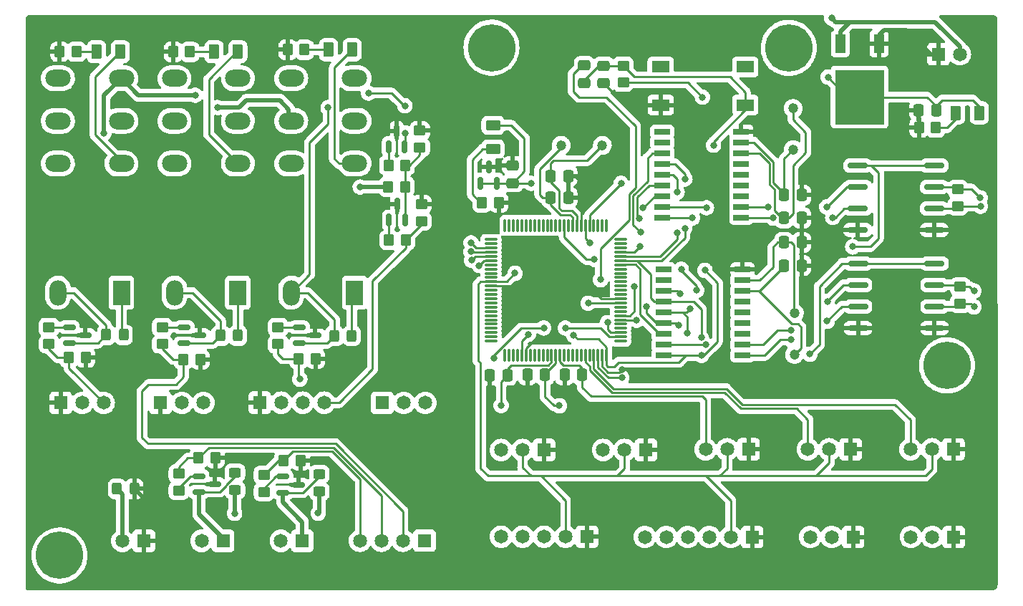
<source format=gtl>
%TF.GenerationSoftware,KiCad,Pcbnew,(6.0.7)*%
%TF.CreationDate,2022-11-19T11:38:31+01:00*%
%TF.ProjectId,placamaster,706c6163-616d-4617-9374-65722e6b6963,v01*%
%TF.SameCoordinates,Original*%
%TF.FileFunction,Copper,L1,Top*%
%TF.FilePolarity,Positive*%
%FSLAX46Y46*%
G04 Gerber Fmt 4.6, Leading zero omitted, Abs format (unit mm)*
G04 Created by KiCad (PCBNEW (6.0.7)) date 2022-11-19 11:38:31*
%MOMM*%
%LPD*%
G01*
G04 APERTURE LIST*
G04 Aperture macros list*
%AMRoundRect*
0 Rectangle with rounded corners*
0 $1 Rounding radius*
0 $2 $3 $4 $5 $6 $7 $8 $9 X,Y pos of 4 corners*
0 Add a 4 corners polygon primitive as box body*
4,1,4,$2,$3,$4,$5,$6,$7,$8,$9,$2,$3,0*
0 Add four circle primitives for the rounded corners*
1,1,$1+$1,$2,$3*
1,1,$1+$1,$4,$5*
1,1,$1+$1,$6,$7*
1,1,$1+$1,$8,$9*
0 Add four rect primitives between the rounded corners*
20,1,$1+$1,$2,$3,$4,$5,0*
20,1,$1+$1,$4,$5,$6,$7,0*
20,1,$1+$1,$6,$7,$8,$9,0*
20,1,$1+$1,$8,$9,$2,$3,0*%
G04 Aperture macros list end*
%TA.AperFunction,ComponentPad*%
%ADD10C,3.600000*%
%TD*%
%TA.AperFunction,ConnectorPad*%
%ADD11C,5.600000*%
%TD*%
%TA.AperFunction,ComponentPad*%
%ADD12C,1.650000*%
%TD*%
%TA.AperFunction,ComponentPad*%
%ADD13R,1.650000X1.650000*%
%TD*%
%TA.AperFunction,SMDPad,CuDef*%
%ADD14RoundRect,0.250000X-0.337500X-0.475000X0.337500X-0.475000X0.337500X0.475000X-0.337500X0.475000X0*%
%TD*%
%TA.AperFunction,SMDPad,CuDef*%
%ADD15RoundRect,0.250000X0.350000X0.450000X-0.350000X0.450000X-0.350000X-0.450000X0.350000X-0.450000X0*%
%TD*%
%TA.AperFunction,SMDPad,CuDef*%
%ADD16RoundRect,0.250000X0.475000X-0.337500X0.475000X0.337500X-0.475000X0.337500X-0.475000X-0.337500X0*%
%TD*%
%TA.AperFunction,SMDPad,CuDef*%
%ADD17RoundRect,0.162500X-1.012500X-0.162500X1.012500X-0.162500X1.012500X0.162500X-1.012500X0.162500X0*%
%TD*%
%TA.AperFunction,SMDPad,CuDef*%
%ADD18RoundRect,0.250000X-0.325000X-0.450000X0.325000X-0.450000X0.325000X0.450000X-0.325000X0.450000X0*%
%TD*%
%TA.AperFunction,ComponentPad*%
%ADD19O,3.000000X2.000000*%
%TD*%
%TA.AperFunction,ComponentPad*%
%ADD20R,2.000000X3.000000*%
%TD*%
%TA.AperFunction,ComponentPad*%
%ADD21O,2.000000X3.000000*%
%TD*%
%TA.AperFunction,SMDPad,CuDef*%
%ADD22RoundRect,0.250000X-0.375000X-0.625000X0.375000X-0.625000X0.375000X0.625000X-0.375000X0.625000X0*%
%TD*%
%TA.AperFunction,SMDPad,CuDef*%
%ADD23RoundRect,0.250000X-0.450000X0.350000X-0.450000X-0.350000X0.450000X-0.350000X0.450000X0.350000X0*%
%TD*%
%TA.AperFunction,SMDPad,CuDef*%
%ADD24RoundRect,0.150000X-0.587500X-0.150000X0.587500X-0.150000X0.587500X0.150000X-0.587500X0.150000X0*%
%TD*%
%TA.AperFunction,SMDPad,CuDef*%
%ADD25RoundRect,0.250000X0.450000X-0.350000X0.450000X0.350000X-0.450000X0.350000X-0.450000X-0.350000X0*%
%TD*%
%TA.AperFunction,SMDPad,CuDef*%
%ADD26RoundRect,0.150000X0.150000X-0.587500X0.150000X0.587500X-0.150000X0.587500X-0.150000X-0.587500X0*%
%TD*%
%TA.AperFunction,SMDPad,CuDef*%
%ADD27RoundRect,0.250000X0.625000X-0.375000X0.625000X0.375000X-0.625000X0.375000X-0.625000X-0.375000X0*%
%TD*%
%TA.AperFunction,SMDPad,CuDef*%
%ADD28RoundRect,0.250000X0.337500X0.475000X-0.337500X0.475000X-0.337500X-0.475000X0.337500X-0.475000X0*%
%TD*%
%TA.AperFunction,ComponentPad*%
%ADD29C,1.193800*%
%TD*%
%TA.AperFunction,SMDPad,CuDef*%
%ADD30R,2.100000X1.400000*%
%TD*%
%TA.AperFunction,SMDPad,CuDef*%
%ADD31RoundRect,0.250000X0.450000X-0.325000X0.450000X0.325000X-0.450000X0.325000X-0.450000X-0.325000X0*%
%TD*%
%TA.AperFunction,SMDPad,CuDef*%
%ADD32RoundRect,0.075000X0.662500X0.075000X-0.662500X0.075000X-0.662500X-0.075000X0.662500X-0.075000X0*%
%TD*%
%TA.AperFunction,SMDPad,CuDef*%
%ADD33RoundRect,0.075000X0.075000X0.662500X-0.075000X0.662500X-0.075000X-0.662500X0.075000X-0.662500X0*%
%TD*%
%TA.AperFunction,SMDPad,CuDef*%
%ADD34RoundRect,0.250000X-0.350000X-0.450000X0.350000X-0.450000X0.350000X0.450000X-0.350000X0.450000X0*%
%TD*%
%TA.AperFunction,SMDPad,CuDef*%
%ADD35R,1.850000X0.650000*%
%TD*%
%TA.AperFunction,SMDPad,CuDef*%
%ADD36R,1.200000X2.200000*%
%TD*%
%TA.AperFunction,SMDPad,CuDef*%
%ADD37R,5.800000X6.400000*%
%TD*%
%TA.AperFunction,ViaPad*%
%ADD38C,0.800000*%
%TD*%
%TA.AperFunction,Conductor*%
%ADD39C,0.508000*%
%TD*%
%TA.AperFunction,Conductor*%
%ADD40C,0.250000*%
%TD*%
%TA.AperFunction,Conductor*%
%ADD41C,0.254000*%
%TD*%
G04 APERTURE END LIST*
D10*
%TO.P,H3,1*%
%TO.N,N/C*%
X130124200Y-38862000D03*
D11*
X130124200Y-38862000D03*
%TD*%
D12*
%TO.P,J5,2,2*%
%TO.N,contactor*%
X70066248Y-97125200D03*
D13*
%TO.P,J5,1,1*%
%TO.N,Net-(J5-Pad1)*%
X72606248Y-97125200D03*
%TD*%
%TO.P,J13,1,1*%
%TO.N,GND*%
X137742600Y-96670000D03*
D12*
%TO.P,J13,2,2*%
%TO.N,/CAN/CAN0H*%
X135202600Y-96670000D03*
%TO.P,J13,3,3*%
%TO.N,/CAN/CAN0L*%
X132662600Y-96670000D03*
%TD*%
D13*
%TO.P,J12,1,1*%
%TO.N,GND*%
X149655200Y-96670000D03*
D12*
%TO.P,J12,2,2*%
%TO.N,/CAN/CAN1H*%
X147115200Y-96670000D03*
%TO.P,J12,3,3*%
%TO.N,/CAN/CAN1L*%
X144575200Y-96670000D03*
%TD*%
%TO.P,J16,3,3*%
%TO.N,current_sensor*%
X120292800Y-86306800D03*
%TO.P,J16,2,2*%
%TO.N,+5V*%
X122832800Y-86306800D03*
D13*
%TO.P,J16,1,1*%
%TO.N,GND*%
X125372800Y-86306800D03*
%TD*%
D14*
%TO.P,C10,1*%
%TO.N,Net-(C10-Pad1)*%
X129592600Y-56257400D03*
%TO.P,C10,2*%
%TO.N,GND*%
X131667600Y-56257400D03*
%TD*%
D15*
%TO.P,R22,1*%
%TO.N,safe_state*%
X84850000Y-61560000D03*
%TO.P,R22,2*%
%TO.N,Net-(Q6-Pad1)*%
X82850000Y-61560000D03*
%TD*%
%TO.P,R2,1*%
%TO.N,Net-(D3-Pad1)*%
X147523200Y-48285400D03*
%TO.P,R2,2*%
%TO.N,GND*%
X145523200Y-48285400D03*
%TD*%
D16*
%TO.P,C6,1*%
%TO.N,/Arduino/reset*%
X105950000Y-43000000D03*
%TO.P,C6,2*%
%TO.N,/Arduino/dtr*%
X105950000Y-40925000D03*
%TD*%
D13*
%TO.P,J18,1,1*%
%TO.N,GND*%
X149606000Y-86309200D03*
D12*
%TO.P,J18,2,2*%
%TO.N,+5V*%
X147066000Y-86309200D03*
%TO.P,J18,3,3*%
%TO.N,digital_2*%
X144526000Y-86309200D03*
%TD*%
D14*
%TO.P,C11,1*%
%TO.N,Net-(C11-Pad1)*%
X129575000Y-61850000D03*
%TO.P,C11,2*%
%TO.N,GND*%
X131650000Y-61850000D03*
%TD*%
D15*
%TO.P,R14,1*%
%TO.N,Net-(D9-Pad1)*%
X59317600Y-39333000D03*
%TO.P,R14,2*%
%TO.N,GND*%
X57317600Y-39333000D03*
%TD*%
D17*
%TO.P,U5,1,VCC1*%
%TO.N,+5V*%
X138300000Y-52770000D03*
%TO.P,U5,2,RXD*%
%TO.N,Net-(U3-Pad2)*%
X138300000Y-55310000D03*
%TO.P,U5,3,TXD*%
%TO.N,Net-(U3-Pad1)*%
X138300000Y-57850000D03*
%TO.P,U5,4,GND1*%
%TO.N,GND*%
X138300000Y-60390000D03*
%TO.P,U5,5,GND2*%
X147350000Y-60390000D03*
%TO.P,U5,6,CANL*%
%TO.N,/CAN/CAN1L*%
X147350000Y-57850000D03*
%TO.P,U5,7,CANH*%
%TO.N,/CAN/CAN1H*%
X147350000Y-55310000D03*
%TO.P,U5,8,VCC2*%
%TO.N,+5V*%
X147350000Y-52770000D03*
%TD*%
D13*
%TO.P,J15,1,1*%
%TO.N,GND*%
X113257000Y-86383000D03*
D12*
%TO.P,J15,2,2*%
%TO.N,+5V*%
X110717000Y-86383000D03*
%TO.P,J15,3,3*%
%TO.N,analog_2*%
X108177000Y-86383000D03*
%TD*%
D13*
%TO.P,J10,1,1*%
%TO.N,GND*%
X106272000Y-96644600D03*
D12*
%TO.P,J10,2,2*%
%TO.N,+5V*%
X103732000Y-96644600D03*
%TO.P,J10,3,3*%
%TO.N,/Arduino/rx_0*%
X101192000Y-96644600D03*
%TO.P,J10,4,4*%
%TO.N,/Arduino/tx_0*%
X98652000Y-96644600D03*
%TO.P,J10,5,5*%
%TO.N,/Arduino/dtr*%
X96112000Y-96644600D03*
%TD*%
D15*
%TO.P,R10,1*%
%TO.N,GND*%
X72399400Y-87630000D03*
%TO.P,R10,2*%
%TO.N,Precharge*%
X70399400Y-87630000D03*
%TD*%
D18*
%TO.P,D6,1,K*%
%TO.N,contactor*%
X50688700Y-90985800D03*
%TO.P,D6,2,A*%
%TO.N,GND*%
X52738700Y-90985800D03*
%TD*%
D19*
%TO.P,K1,11*%
%TO.N,+12V*%
X51200000Y-47490000D03*
%TO.P,K1,12*%
%TO.N,/SC/Led_IMD*%
X51200000Y-52530000D03*
%TO.P,K1,14*%
%TO.N,reset_sw*%
X51200000Y-42450000D03*
%TO.P,K1,21*%
%TO.N,sc_in*%
X43700000Y-47490000D03*
%TO.P,K1,22*%
%TO.N,unconnected-(K1-Pad22)*%
X43700000Y-52530000D03*
%TO.P,K1,24*%
%TO.N,/SC/SC2*%
X43700000Y-42450000D03*
D20*
%TO.P,K1,A1*%
%TO.N,reset_sw*%
X51200000Y-67790000D03*
D21*
%TO.P,K1,A2*%
%TO.N,Net-(D7-Pad1)*%
X43700000Y-67790000D03*
%TD*%
D22*
%TO.P,D3,1,K*%
%TO.N,Net-(D3-Pad1)*%
X149864000Y-46554000D03*
%TO.P,D3,2,A*%
%TO.N,+5V*%
X152664000Y-46554000D03*
%TD*%
D23*
%TO.P,R9,1*%
%TO.N,Precharge*%
X68063700Y-89344200D03*
%TO.P,R9,2*%
%TO.N,Net-(Q1-Pad1)*%
X68063700Y-91344200D03*
%TD*%
D15*
%TO.P,R12,1*%
%TO.N,GND*%
X47015400Y-75468400D03*
%TO.P,R12,2*%
%TO.N,imd*%
X45015400Y-75468400D03*
%TD*%
D14*
%TO.P,C8,1*%
%TO.N,Net-(C8-Pad1)*%
X129592600Y-58949800D03*
%TO.P,C8,2*%
%TO.N,GND*%
X131667600Y-58949800D03*
%TD*%
D19*
%TO.P,K2,11*%
%TO.N,+12V*%
X64979200Y-47489800D03*
%TO.P,K2,12*%
%TO.N,/SC/Led_BMS*%
X64979200Y-52529800D03*
%TO.P,K2,14*%
%TO.N,reset_sw*%
X64979200Y-42449800D03*
%TO.P,K2,21*%
%TO.N,/SC/SC2*%
X57479200Y-47489800D03*
%TO.P,K2,22*%
%TO.N,unconnected-(K2-Pad22)*%
X57479200Y-52529800D03*
%TO.P,K2,24*%
%TO.N,/SC/SC3*%
X57479200Y-42449800D03*
D20*
%TO.P,K2,A1*%
%TO.N,reset_sw*%
X64979200Y-67789800D03*
D21*
%TO.P,K2,A2*%
%TO.N,Net-(D10-Pad1)*%
X57479200Y-67789800D03*
%TD*%
D15*
%TO.P,R19,1*%
%TO.N,Net-(D11-Pad1)*%
X72862400Y-39079000D03*
%TO.P,R19,2*%
%TO.N,GND*%
X70862400Y-39079000D03*
%TD*%
D18*
%TO.P,D7,1,K*%
%TO.N,Net-(D7-Pad1)*%
X49410400Y-72776000D03*
%TO.P,D7,2,A*%
%TO.N,reset_sw*%
X51460400Y-72776000D03*
%TD*%
D16*
%TO.P,C2,1*%
%TO.N,+5V*%
X97459800Y-54838600D03*
%TO.P,C2,2*%
%TO.N,GND*%
X97459800Y-52763600D03*
%TD*%
D24*
%TO.P,Q7,1,G*%
%TO.N,Net-(Q7-Pad1)*%
X72237600Y-71882000D03*
%TO.P,Q7,2,S*%
%TO.N,/SC/GND_Piloto*%
X72237600Y-73782000D03*
%TO.P,Q7,3,D*%
%TO.N,GND*%
X74112600Y-72832000D03*
%TD*%
D17*
%TO.P,U6,1,VCC1*%
%TO.N,+5V*%
X138325000Y-64340000D03*
%TO.P,U6,2,RXD*%
%TO.N,Net-(U4-Pad2)*%
X138325000Y-66880000D03*
%TO.P,U6,3,TXD*%
%TO.N,Net-(U4-Pad1)*%
X138325000Y-69420000D03*
%TO.P,U6,4,GND1*%
%TO.N,GND*%
X138325000Y-71960000D03*
%TO.P,U6,5,GND2*%
X147375000Y-71960000D03*
%TO.P,U6,6,CANL*%
%TO.N,/CAN/CAN0L*%
X147375000Y-69420000D03*
%TO.P,U6,7,CANH*%
%TO.N,/CAN/CAN0H*%
X147375000Y-66880000D03*
%TO.P,U6,8,VCC2*%
%TO.N,+5V*%
X147375000Y-64340000D03*
%TD*%
D15*
%TO.P,R25,1*%
%TO.N,GND*%
X74161400Y-75590400D03*
%TO.P,R25,2*%
%TO.N,reset_piloto*%
X72161400Y-75590400D03*
%TD*%
D23*
%TO.P,R20,1*%
%TO.N,GND*%
X86499600Y-48643400D03*
%TO.P,R20,2*%
%TO.N,Net-(Q6-Pad2)*%
X86499600Y-50643400D03*
%TD*%
D25*
%TO.P,R11,1*%
%TO.N,imd*%
X42621200Y-73861600D03*
%TO.P,R11,2*%
%TO.N,Net-(Q2-Pad1)*%
X42621200Y-71861600D03*
%TD*%
D13*
%TO.P,J8,1,1*%
%TO.N,GND*%
X67564000Y-80797400D03*
D12*
%TO.P,J8,2,2*%
%TO.N,+12V*%
X70104000Y-80797400D03*
%TO.P,J8,3,3*%
%TO.N,reset_piloto*%
X72644000Y-80797400D03*
%TO.P,J8,4,4*%
%TO.N,safe_state*%
X75184000Y-80797400D03*
%TD*%
D26*
%TO.P,Q6,1,G*%
%TO.N,Net-(Q6-Pad1)*%
X82850000Y-59227500D03*
%TO.P,Q6,2,S*%
%TO.N,Net-(Q6-Pad2)*%
X84750000Y-59227500D03*
%TO.P,Q6,3,D*%
%TO.N,GND*%
X83800000Y-57352500D03*
%TD*%
D27*
%TO.P,D2,1,K*%
%TO.N,Net-(D2-Pad1)*%
X95156000Y-50810500D03*
%TO.P,D2,2,A*%
%TO.N,+5V*%
X95156000Y-48010500D03*
%TD*%
D10*
%TO.P,H4,1*%
%TO.N,N/C*%
X148830000Y-76390000D03*
D11*
X148830000Y-76390000D03*
%TD*%
D28*
%TO.P,C14,1*%
%TO.N,current_sensor*%
X105689400Y-77520800D03*
%TO.P,C14,2*%
%TO.N,GND*%
X103614400Y-77520800D03*
%TD*%
D15*
%TO.P,R21,1*%
%TO.N,Net-(Q6-Pad2)*%
X84756200Y-55258800D03*
%TO.P,R21,2*%
%TO.N,+12V*%
X82756200Y-55258800D03*
%TD*%
D22*
%TO.P,D11,1,K*%
%TO.N,Net-(D11-Pad1)*%
X75701200Y-39079000D03*
%TO.P,D11,2,A*%
%TO.N,/SC/Led_piloto*%
X78501200Y-39079000D03*
%TD*%
D19*
%TO.P,K3,11*%
%TO.N,+12V*%
X78790000Y-47490000D03*
%TO.P,K3,12*%
%TO.N,/SC/Led_piloto*%
X78790000Y-52530000D03*
%TO.P,K3,14*%
%TO.N,unconnected-(K3-Pad14)*%
X78790000Y-42450000D03*
%TO.P,K3,21*%
%TO.N,/SC/SC3*%
X71290000Y-47490000D03*
%TO.P,K3,22*%
%TO.N,unconnected-(K3-Pad22)*%
X71290000Y-52530000D03*
%TO.P,K3,24*%
%TO.N,sc_out*%
X71290000Y-42450000D03*
D20*
%TO.P,K3,A1*%
%TO.N,+12V*%
X78790000Y-67790000D03*
D21*
%TO.P,K3,A2*%
%TO.N,/SC/GND_Piloto*%
X71290000Y-67790000D03*
%TD*%
D29*
%TO.P,Y1,1,1*%
%TO.N,/Arduino/xtal2*%
X108086600Y-50377800D03*
%TO.P,Y1,2,2*%
%TO.N,/Arduino/xtal1*%
X103206600Y-50377800D03*
%TD*%
D30*
%TO.P,SW1,1,1*%
%TO.N,/Arduino/reset*%
X124986000Y-45612100D03*
%TO.P,SW1,2,2*%
%TO.N,GND*%
X114986000Y-45612100D03*
%TO.P,SW1,3*%
%TO.N,N/C*%
X124986000Y-41112100D03*
%TO.P,SW1,4*%
X114986000Y-41112100D03*
%TD*%
D15*
%TO.P,R15,1*%
%TO.N,GND*%
X62338700Y-87344200D03*
%TO.P,R15,2*%
%TO.N,Air+*%
X60338700Y-87344200D03*
%TD*%
D22*
%TO.P,D9,1,K*%
%TO.N,Net-(D9-Pad1)*%
X62169000Y-39307600D03*
%TO.P,D9,2,A*%
%TO.N,/SC/Led_BMS*%
X64969000Y-39307600D03*
%TD*%
D18*
%TO.P,D10,1,K*%
%TO.N,Net-(D10-Pad1)*%
X62932200Y-72863200D03*
%TO.P,D10,2,A*%
%TO.N,reset_sw*%
X64982200Y-72863200D03*
%TD*%
D25*
%TO.P,R3,1*%
%TO.N,+5V*%
X110554400Y-42961700D03*
%TO.P,R3,2*%
%TO.N,/Arduino/reset*%
X110554400Y-40961700D03*
%TD*%
D26*
%TO.P,D1,1,K*%
%TO.N,+5V*%
X93700000Y-54837500D03*
%TO.P,D1,2,K*%
X95600000Y-54837500D03*
%TO.P,D1,3,A*%
%TO.N,GND*%
X94650000Y-52962500D03*
%TD*%
D13*
%TO.P,J11,1,1*%
%TO.N,GND*%
X125804600Y-96670000D03*
D12*
%TO.P,J11,2,2*%
%TO.N,+5V*%
X123264600Y-96670000D03*
%TO.P,J11,3,3*%
%TO.N,sck*%
X120724600Y-96670000D03*
%TO.P,J11,4,4*%
%TO.N,miso*%
X118184600Y-96670000D03*
%TO.P,J11,5,5*%
%TO.N,mosi*%
X115644600Y-96670000D03*
%TO.P,J11,6,6*%
%TO.N,/Arduino/reset*%
X113104600Y-96670000D03*
%TD*%
D10*
%TO.P,H2,1*%
%TO.N,N/C*%
X94970600Y-38836600D03*
D11*
X94970600Y-38836600D03*
%TD*%
D31*
%TO.P,D5,1,K*%
%TO.N,contactor*%
X74613700Y-91269200D03*
%TO.P,D5,2,A*%
%TO.N,Net-(J5-Pad1)*%
X74613700Y-89219200D03*
%TD*%
D32*
%TO.P,U1,1,PG5*%
%TO.N,unconnected-(U1-Pad1)*%
X110239500Y-73505700D03*
%TO.P,U1,2,PE0*%
%TO.N,/Arduino/rx_0*%
X110239500Y-73005700D03*
%TO.P,U1,3,PE1*%
%TO.N,/Arduino/tx_0*%
X110239500Y-72505700D03*
%TO.P,U1,4,PE2*%
%TO.N,unconnected-(U1-Pad4)*%
X110239500Y-72005700D03*
%TO.P,U1,5,PE3*%
%TO.N,unconnected-(U1-Pad5)*%
X110239500Y-71505700D03*
%TO.P,U1,6,PE4*%
%TO.N,int_0*%
X110239500Y-71005700D03*
%TO.P,U1,7,PE5*%
%TO.N,int_1*%
X110239500Y-70505700D03*
%TO.P,U1,8,PE6*%
%TO.N,unconnected-(U1-Pad8)*%
X110239500Y-70005700D03*
%TO.P,U1,9,PE7*%
%TO.N,unconnected-(U1-Pad9)*%
X110239500Y-69505700D03*
%TO.P,U1,10,VCC*%
%TO.N,+5V*%
X110239500Y-69005700D03*
%TO.P,U1,11,GND*%
%TO.N,GND*%
X110239500Y-68505700D03*
%TO.P,U1,12,PH0*%
%TO.N,unconnected-(U1-Pad12)*%
X110239500Y-68005700D03*
%TO.P,U1,13,PH1*%
%TO.N,unconnected-(U1-Pad13)*%
X110239500Y-67505700D03*
%TO.P,U1,14,PH2*%
%TO.N,unconnected-(U1-Pad14)*%
X110239500Y-67005700D03*
%TO.P,U1,15,PH3*%
%TO.N,unconnected-(U1-Pad15)*%
X110239500Y-66505700D03*
%TO.P,U1,16,PH4*%
%TO.N,unconnected-(U1-Pad16)*%
X110239500Y-66005700D03*
%TO.P,U1,17,PH5*%
%TO.N,unconnected-(U1-Pad17)*%
X110239500Y-65505700D03*
%TO.P,U1,18,PH6*%
%TO.N,unconnected-(U1-Pad18)*%
X110239500Y-65005700D03*
%TO.P,U1,19,PB0*%
%TO.N,cs_0*%
X110239500Y-64505700D03*
%TO.P,U1,20,PB1*%
%TO.N,sck*%
X110239500Y-64005700D03*
%TO.P,U1,21,PB2*%
%TO.N,mosi*%
X110239500Y-63505700D03*
%TO.P,U1,22,PB3*%
%TO.N,miso*%
X110239500Y-63005700D03*
%TO.P,U1,23,PB4*%
%TO.N,unconnected-(U1-Pad23)*%
X110239500Y-62505700D03*
%TO.P,U1,24,PB5*%
%TO.N,unconnected-(U1-Pad24)*%
X110239500Y-62005700D03*
%TO.P,U1,25,PB6*%
%TO.N,unconnected-(U1-Pad25)*%
X110239500Y-61505700D03*
D33*
%TO.P,U1,26,PB7*%
%TO.N,unconnected-(U1-Pad26)*%
X108577000Y-59843200D03*
%TO.P,U1,27,PH7*%
%TO.N,unconnected-(U1-Pad27)*%
X108077000Y-59843200D03*
%TO.P,U1,28,PG3*%
%TO.N,unconnected-(U1-Pad28)*%
X107577000Y-59843200D03*
%TO.P,U1,29,PG4*%
%TO.N,unconnected-(U1-Pad29)*%
X107077000Y-59843200D03*
%TO.P,U1,30,~{RESET}*%
%TO.N,/Arduino/reset*%
X106577000Y-59843200D03*
%TO.P,U1,31,VCC*%
%TO.N,+5V*%
X106077000Y-59843200D03*
%TO.P,U1,32,GND*%
%TO.N,GND*%
X105577000Y-59843200D03*
%TO.P,U1,33,XTAL2*%
%TO.N,/Arduino/xtal2*%
X105077000Y-59843200D03*
%TO.P,U1,34,XTAL1*%
%TO.N,/Arduino/xtal1*%
X104577000Y-59843200D03*
%TO.P,U1,35,PL0*%
%TO.N,/Arduino/49*%
X104077000Y-59843200D03*
%TO.P,U1,36,PL1*%
%TO.N,cs_1*%
X103577000Y-59843200D03*
%TO.P,U1,37,PL2*%
%TO.N,/Arduino/47*%
X103077000Y-59843200D03*
%TO.P,U1,38,PL3*%
%TO.N,unconnected-(U1-Pad38)*%
X102577000Y-59843200D03*
%TO.P,U1,39,PL4*%
%TO.N,unconnected-(U1-Pad39)*%
X102077000Y-59843200D03*
%TO.P,U1,40,PL5*%
%TO.N,unconnected-(U1-Pad40)*%
X101577000Y-59843200D03*
%TO.P,U1,41,PL6*%
%TO.N,unconnected-(U1-Pad41)*%
X101077000Y-59843200D03*
%TO.P,U1,42,PL7*%
%TO.N,unconnected-(U1-Pad42)*%
X100577000Y-59843200D03*
%TO.P,U1,43,PD0*%
%TO.N,unconnected-(U1-Pad43)*%
X100077000Y-59843200D03*
%TO.P,U1,44,PD1*%
%TO.N,unconnected-(U1-Pad44)*%
X99577000Y-59843200D03*
%TO.P,U1,45,PD2*%
%TO.N,unconnected-(U1-Pad45)*%
X99077000Y-59843200D03*
%TO.P,U1,46,PD3*%
%TO.N,unconnected-(U1-Pad46)*%
X98577000Y-59843200D03*
%TO.P,U1,47,PD4*%
%TO.N,unconnected-(U1-Pad47)*%
X98077000Y-59843200D03*
%TO.P,U1,48,PD5*%
%TO.N,unconnected-(U1-Pad48)*%
X97577000Y-59843200D03*
%TO.P,U1,49,PD6*%
%TO.N,unconnected-(U1-Pad49)*%
X97077000Y-59843200D03*
%TO.P,U1,50,PD7*%
%TO.N,unconnected-(U1-Pad50)*%
X96577000Y-59843200D03*
D32*
%TO.P,U1,51,PG0*%
%TO.N,unconnected-(U1-Pad51)*%
X94914500Y-61505700D03*
%TO.P,U1,52,PG1*%
%TO.N,unconnected-(U1-Pad52)*%
X94914500Y-62005700D03*
%TO.P,U1,53,PC0*%
%TO.N,Aux*%
X94914500Y-62505700D03*
%TO.P,U1,54,PC1*%
%TO.N,Air-*%
X94914500Y-63005700D03*
%TO.P,U1,55,PC2*%
%TO.N,Air+*%
X94914500Y-63505700D03*
%TO.P,U1,56,PC3*%
%TO.N,Precharge*%
X94914500Y-64005700D03*
%TO.P,U1,57,PC4*%
%TO.N,unconnected-(U1-Pad57)*%
X94914500Y-64505700D03*
%TO.P,U1,58,PC5*%
%TO.N,unconnected-(U1-Pad58)*%
X94914500Y-65005700D03*
%TO.P,U1,59,PC6*%
%TO.N,unconnected-(U1-Pad59)*%
X94914500Y-65505700D03*
%TO.P,U1,60,PC7*%
%TO.N,unconnected-(U1-Pad60)*%
X94914500Y-66005700D03*
%TO.P,U1,61,VCC*%
%TO.N,+5V*%
X94914500Y-66505700D03*
%TO.P,U1,62,GND*%
%TO.N,GND*%
X94914500Y-67005700D03*
%TO.P,U1,63,PJ0*%
%TO.N,/Arduino/15*%
X94914500Y-67505700D03*
%TO.P,U1,64,PJ1*%
%TO.N,/Arduino/14*%
X94914500Y-68005700D03*
%TO.P,U1,65,PJ2*%
%TO.N,unconnected-(U1-Pad65)*%
X94914500Y-68505700D03*
%TO.P,U1,66,PJ3*%
%TO.N,unconnected-(U1-Pad66)*%
X94914500Y-69005700D03*
%TO.P,U1,67,PJ4*%
%TO.N,unconnected-(U1-Pad67)*%
X94914500Y-69505700D03*
%TO.P,U1,68,PJ5*%
%TO.N,unconnected-(U1-Pad68)*%
X94914500Y-70005700D03*
%TO.P,U1,69,PJ6*%
%TO.N,unconnected-(U1-Pad69)*%
X94914500Y-70505700D03*
%TO.P,U1,70,PG2*%
%TO.N,unconnected-(U1-Pad70)*%
X94914500Y-71005700D03*
%TO.P,U1,71,PA7*%
%TO.N,unconnected-(U1-Pad71)*%
X94914500Y-71505700D03*
%TO.P,U1,72,PA6*%
%TO.N,unconnected-(U1-Pad72)*%
X94914500Y-72005700D03*
%TO.P,U1,73,PA5*%
%TO.N,unconnected-(U1-Pad73)*%
X94914500Y-72505700D03*
%TO.P,U1,74,PA4*%
%TO.N,unconnected-(U1-Pad74)*%
X94914500Y-73005700D03*
%TO.P,U1,75,PA3*%
%TO.N,unconnected-(U1-Pad75)*%
X94914500Y-73505700D03*
D33*
%TO.P,U1,76,PA2*%
%TO.N,unconnected-(U1-Pad76)*%
X96577000Y-75168200D03*
%TO.P,U1,77,PA1*%
%TO.N,unconnected-(U1-Pad77)*%
X97077000Y-75168200D03*
%TO.P,U1,78,PA0*%
%TO.N,unconnected-(U1-Pad78)*%
X97577000Y-75168200D03*
%TO.P,U1,79,PJ7*%
%TO.N,unconnected-(U1-Pad79)*%
X98077000Y-75168200D03*
%TO.P,U1,80,VCC*%
%TO.N,+5V*%
X98577000Y-75168200D03*
%TO.P,U1,81,GND*%
%TO.N,GND*%
X99077000Y-75168200D03*
%TO.P,U1,82,PK7*%
%TO.N,/Arduino/A15*%
X99577000Y-75168200D03*
%TO.P,U1,83,PK6*%
%TO.N,/Arduino/A14*%
X100077000Y-75168200D03*
%TO.P,U1,84,PK5*%
%TO.N,/Arduino/A13*%
X100577000Y-75168200D03*
%TO.P,U1,85,PK4*%
%TO.N,/Arduino/A12*%
X101077000Y-75168200D03*
%TO.P,U1,86,PK3*%
%TO.N,/Arduino/A11*%
X101577000Y-75168200D03*
%TO.P,U1,87,PK2*%
%TO.N,analog_1*%
X102077000Y-75168200D03*
%TO.P,U1,88,PK1*%
%TO.N,analog_2*%
X102577000Y-75168200D03*
%TO.P,U1,89,PK0*%
%TO.N,current_sensor*%
X103077000Y-75168200D03*
%TO.P,U1,90,PF7*%
%TO.N,unconnected-(U1-Pad90)*%
X103577000Y-75168200D03*
%TO.P,U1,91,PF6*%
%TO.N,unconnected-(U1-Pad91)*%
X104077000Y-75168200D03*
%TO.P,U1,92,PF5*%
%TO.N,unconnected-(U1-Pad92)*%
X104577000Y-75168200D03*
%TO.P,U1,93,PF4*%
%TO.N,unconnected-(U1-Pad93)*%
X105077000Y-75168200D03*
%TO.P,U1,94,PF3*%
%TO.N,unconnected-(U1-Pad94)*%
X105577000Y-75168200D03*
%TO.P,U1,95,PF2*%
%TO.N,digital_1*%
X106077000Y-75168200D03*
%TO.P,U1,96,PF1*%
%TO.N,unconnected-(U1-Pad96)*%
X106577000Y-75168200D03*
%TO.P,U1,97,PF0*%
%TO.N,digital_2*%
X107077000Y-75168200D03*
%TO.P,U1,98,AREF*%
%TO.N,Net-(C1-Pad1)*%
X107577000Y-75168200D03*
%TO.P,U1,99,GND*%
%TO.N,GND*%
X108077000Y-75168200D03*
%TO.P,U1,100,AVCC*%
%TO.N,+5V*%
X108577000Y-75168200D03*
%TD*%
D15*
%TO.P,R18,1*%
%TO.N,Net-(Q6-Pad2)*%
X84791200Y-52758200D03*
%TO.P,R18,2*%
%TO.N,Net-(Q5-Pad1)*%
X82791200Y-52758200D03*
%TD*%
D24*
%TO.P,Q2,1,G*%
%TO.N,Net-(Q2-Pad1)*%
X45034200Y-71861600D03*
%TO.P,Q2,2,S*%
%TO.N,Net-(D7-Pad1)*%
X45034200Y-73761600D03*
%TO.P,Q2,3,D*%
%TO.N,GND*%
X46909200Y-72811600D03*
%TD*%
D16*
%TO.P,C7,1*%
%TO.N,GND*%
X108250000Y-43050000D03*
%TO.P,C7,2*%
%TO.N,/Arduino/reset*%
X108250000Y-40975000D03*
%TD*%
D23*
%TO.P,R24,1*%
%TO.N,Net-(Q7-Pad1)*%
X69733200Y-71868200D03*
%TO.P,R24,2*%
%TO.N,reset_piloto*%
X69733200Y-73868200D03*
%TD*%
D31*
%TO.P,D8,1,K*%
%TO.N,contactor*%
X64638700Y-91119200D03*
%TO.P,D8,2,A*%
%TO.N,Net-(D8-Pad2)*%
X64638700Y-89069200D03*
%TD*%
D22*
%TO.P,D4,1,K*%
%TO.N,Net-(D4-Pad1)*%
X48275200Y-39307600D03*
%TO.P,D4,2,A*%
%TO.N,/SC/Led_IMD*%
X51075200Y-39307600D03*
%TD*%
D28*
%TO.P,C5,1*%
%TO.N,+5V*%
X147550000Y-46228000D03*
%TO.P,C5,2*%
%TO.N,GND*%
X145475000Y-46228000D03*
%TD*%
D13*
%TO.P,J2,1,1*%
%TO.N,GND*%
X55829200Y-80822800D03*
D12*
%TO.P,J2,2,2*%
%TO.N,+12V*%
X58369200Y-80822800D03*
%TO.P,J2,3,3*%
%TO.N,reset_sw*%
X60909200Y-80822800D03*
%TD*%
D34*
%TO.P,R1,1*%
%TO.N,Net-(D2-Pad1)*%
X93847400Y-57123500D03*
%TO.P,R1,2*%
%TO.N,GND*%
X95847400Y-57123500D03*
%TD*%
D15*
%TO.P,R17,1*%
%TO.N,GND*%
X60521600Y-75682600D03*
%TO.P,R17,2*%
%TO.N,Air-*%
X58521600Y-75682600D03*
%TD*%
D35*
%TO.P,U4,1,TXCAN*%
%TO.N,Net-(U4-Pad1)*%
X124668100Y-75213700D03*
%TO.P,U4,2,RXCAN*%
%TO.N,Net-(U4-Pad2)*%
X124668100Y-73943700D03*
%TO.P,U4,3,CLKOUT/SOF*%
%TO.N,unconnected-(U4-Pad3)*%
X124668100Y-72673700D03*
%TO.P,U4,4,\u002ATX0RTS*%
%TO.N,unconnected-(U4-Pad4)*%
X124668100Y-71403700D03*
%TO.P,U4,5,\u002ATX1RTS*%
%TO.N,unconnected-(U4-Pad5)*%
X124668100Y-70133700D03*
%TO.P,U4,6,\u002ATX2RTS*%
%TO.N,unconnected-(U4-Pad6)*%
X124668100Y-68863700D03*
%TO.P,U4,7,OSC2*%
%TO.N,Net-(C9-Pad1)*%
X124668100Y-67593700D03*
%TO.P,U4,8,OSC1*%
%TO.N,Net-(C11-Pad1)*%
X124668100Y-66323700D03*
%TO.P,U4,9,VSS*%
%TO.N,GND*%
X124668100Y-65053700D03*
%TO.P,U4,10,\u002ARX1BF*%
%TO.N,unconnected-(U4-Pad10)*%
X115318100Y-65053700D03*
%TO.P,U4,11,\u002ARX0BF*%
%TO.N,unconnected-(U4-Pad11)*%
X115318100Y-66323700D03*
%TO.P,U4,12,\u002AINT*%
%TO.N,int_0*%
X115318100Y-67593700D03*
%TO.P,U4,13,SCK*%
%TO.N,sck*%
X115318100Y-68863700D03*
%TO.P,U4,14,SI*%
%TO.N,mosi*%
X115318100Y-70133700D03*
%TO.P,U4,15,SO*%
%TO.N,miso*%
X115318100Y-71403700D03*
%TO.P,U4,16,\u002ACS*%
%TO.N,cs_0*%
X115318100Y-72673700D03*
%TO.P,U4,17,\u002ARESET*%
%TO.N,/CAN/rst_0*%
X115318100Y-73943700D03*
%TO.P,U4,18,VDD*%
%TO.N,+5V*%
X115318100Y-75213700D03*
%TD*%
D36*
%TO.P,U2,1,GND*%
%TO.N,GND*%
X140785200Y-38377200D03*
D37*
%TO.P,U2,2,VO*%
%TO.N,+5V*%
X138505200Y-44677200D03*
D36*
%TO.P,U2,3,VI*%
%TO.N,+12V*%
X136225200Y-38377200D03*
%TD*%
D25*
%TO.P,R16,1*%
%TO.N,Air-*%
X56032400Y-73872600D03*
%TO.P,R16,2*%
%TO.N,Net-(Q4-Pad1)*%
X56032400Y-71872600D03*
%TD*%
D23*
%TO.P,R13,1*%
%TO.N,Air+*%
X57988700Y-89194200D03*
%TO.P,R13,2*%
%TO.N,Net-(Q3-Pad1)*%
X57988700Y-91194200D03*
%TD*%
D14*
%TO.P,C4,1*%
%TO.N,/Arduino/xtal1*%
X101967400Y-56532900D03*
%TO.P,C4,2*%
%TO.N,GND*%
X104042400Y-56532900D03*
%TD*%
D13*
%TO.P,J4,1,1*%
%TO.N,GND*%
X147828000Y-39598600D03*
D12*
%TO.P,J4,2,2*%
%TO.N,+12V*%
X150368000Y-39598600D03*
%TD*%
D35*
%TO.P,U3,1,TXCAN*%
%TO.N,Net-(U3-Pad1)*%
X124515700Y-58912200D03*
%TO.P,U3,2,RXCAN*%
%TO.N,Net-(U3-Pad2)*%
X124515700Y-57642200D03*
%TO.P,U3,3,CLKOUT/SOF*%
%TO.N,unconnected-(U3-Pad3)*%
X124515700Y-56372200D03*
%TO.P,U3,4,\u002ATX0RTS*%
%TO.N,unconnected-(U3-Pad4)*%
X124515700Y-55102200D03*
%TO.P,U3,5,\u002ATX1RTS*%
%TO.N,unconnected-(U3-Pad5)*%
X124515700Y-53832200D03*
%TO.P,U3,6,\u002ATX2RTS*%
%TO.N,unconnected-(U3-Pad6)*%
X124515700Y-52562200D03*
%TO.P,U3,7,OSC2*%
%TO.N,Net-(C8-Pad1)*%
X124515700Y-51292200D03*
%TO.P,U3,8,OSC1*%
%TO.N,Net-(C10-Pad1)*%
X124515700Y-50022200D03*
%TO.P,U3,9,VSS*%
%TO.N,GND*%
X124515700Y-48752200D03*
%TO.P,U3,10,\u002ARX1BF*%
%TO.N,unconnected-(U3-Pad10)*%
X115165700Y-48752200D03*
%TO.P,U3,11,\u002ARX0BF*%
%TO.N,unconnected-(U3-Pad11)*%
X115165700Y-50022200D03*
%TO.P,U3,12,\u002AINT*%
%TO.N,int_1*%
X115165700Y-51292200D03*
%TO.P,U3,13,SCK*%
%TO.N,sck*%
X115165700Y-52562200D03*
%TO.P,U3,14,SI*%
%TO.N,mosi*%
X115165700Y-53832200D03*
%TO.P,U3,15,SO*%
%TO.N,miso*%
X115165700Y-55102200D03*
%TO.P,U3,16,\u002ACS*%
%TO.N,cs_1*%
X115165700Y-56372200D03*
%TO.P,U3,17,\u002ARESET*%
%TO.N,/CAN/rst_1*%
X115165700Y-57642200D03*
%TO.P,U3,18,VDD*%
%TO.N,+5V*%
X115165700Y-58912200D03*
%TD*%
D26*
%TO.P,Q5,1,G*%
%TO.N,Net-(Q5-Pad1)*%
X82816600Y-50548400D03*
%TO.P,Q5,2,S*%
%TO.N,/SC/GND_Piloto*%
X84716600Y-50548400D03*
%TO.P,Q5,3,D*%
%TO.N,GND*%
X83766600Y-48673400D03*
%TD*%
D14*
%TO.P,C9,1*%
%TO.N,Net-(C9-Pad1)*%
X129575000Y-64593200D03*
%TO.P,C9,2*%
%TO.N,GND*%
X131650000Y-64593200D03*
%TD*%
D23*
%TO.P,R7,1*%
%TO.N,/CAN/CAN0H*%
X150418800Y-67081400D03*
%TO.P,R7,2*%
%TO.N,/CAN/CAN0L*%
X150418800Y-69081400D03*
%TD*%
D13*
%TO.P,J14,1,1*%
%TO.N,GND*%
X101193600Y-86385400D03*
D12*
%TO.P,J14,2,2*%
%TO.N,+5V*%
X98653600Y-86385400D03*
%TO.P,J14,3,3*%
%TO.N,analog_1*%
X96113600Y-86385400D03*
%TD*%
D11*
%TO.P,H1,1*%
%TO.N,N/C*%
X43891200Y-98856800D03*
D10*
X43891200Y-98856800D03*
%TD*%
D14*
%TO.P,C3,1*%
%TO.N,/Arduino/xtal2*%
X101967400Y-53992900D03*
%TO.P,C3,2*%
%TO.N,GND*%
X104042400Y-53992900D03*
%TD*%
D24*
%TO.P,Q3,1,G*%
%TO.N,Net-(Q3-Pad1)*%
X60363700Y-89463800D03*
%TO.P,Q3,2,S*%
%TO.N,Net-(D8-Pad2)*%
X60363700Y-91363800D03*
%TO.P,Q3,3,D*%
%TO.N,GND*%
X62238700Y-90413800D03*
%TD*%
D29*
%TO.P,Y2,1,1*%
%TO.N,Net-(C8-Pad1)*%
X130650000Y-46010000D03*
%TO.P,Y2,2,2*%
%TO.N,Net-(C10-Pad1)*%
X130650000Y-50890000D03*
%TD*%
D15*
%TO.P,R8,1*%
%TO.N,Net-(D4-Pad1)*%
X45913000Y-39307600D03*
%TO.P,R8,2*%
%TO.N,GND*%
X43913000Y-39307600D03*
%TD*%
D13*
%TO.P,J1,1,1*%
%TO.N,sc_in*%
X82067400Y-80822800D03*
D12*
%TO.P,J1,2,2*%
%TO.N,sc_out*%
X84607400Y-80822800D03*
%TO.P,J1,3,3*%
%TO.N,contactor*%
X87147400Y-80822800D03*
%TD*%
D18*
%TO.P,D12,1,K*%
%TO.N,/SC/GND_Piloto*%
X76403200Y-72898000D03*
%TO.P,D12,2,A*%
%TO.N,+12V*%
X78453200Y-72898000D03*
%TD*%
D13*
%TO.P,J3,1,1*%
%TO.N,GND*%
X44018200Y-80825200D03*
D12*
%TO.P,J3,2,2*%
%TO.N,+12V*%
X46558200Y-80825200D03*
%TO.P,J3,3,3*%
%TO.N,imd*%
X49098200Y-80825200D03*
%TD*%
D29*
%TO.P,Y3,1,1*%
%TO.N,Net-(C9-Pad1)*%
X130800000Y-75090000D03*
%TO.P,Y3,2,2*%
%TO.N,Net-(C11-Pad1)*%
X130800000Y-70210000D03*
%TD*%
D13*
%TO.P,J7,1,1*%
%TO.N,Net-(D8-Pad2)*%
X63226248Y-97125200D03*
D12*
%TO.P,J7,2,2*%
%TO.N,contactor*%
X60686248Y-97125200D03*
%TD*%
D23*
%TO.P,R23,1*%
%TO.N,GND*%
X86690200Y-57327800D03*
%TO.P,R23,2*%
%TO.N,safe_state*%
X86690200Y-59327800D03*
%TD*%
D24*
%TO.P,Q1,1,G*%
%TO.N,Net-(Q1-Pad1)*%
X70313700Y-89544200D03*
%TO.P,Q1,2,S*%
%TO.N,Net-(J5-Pad1)*%
X70313700Y-91444200D03*
%TO.P,Q1,3,D*%
%TO.N,GND*%
X72188700Y-90494200D03*
%TD*%
D13*
%TO.P,J9,1,1*%
%TO.N,Aux*%
X87049848Y-97101800D03*
D12*
%TO.P,J9,2,2*%
%TO.N,Air-*%
X84509848Y-97101800D03*
%TO.P,J9,3,3*%
%TO.N,Air+*%
X81969848Y-97101800D03*
%TO.P,J9,4,4*%
%TO.N,Precharge*%
X79429848Y-97101800D03*
%TD*%
D28*
%TO.P,C12,1*%
%TO.N,analog_1*%
X96875600Y-77546200D03*
%TO.P,C12,2*%
%TO.N,GND*%
X94800600Y-77546200D03*
%TD*%
D13*
%TO.P,J17,1,1*%
%TO.N,GND*%
X137464800Y-86309200D03*
D12*
%TO.P,J17,2,2*%
%TO.N,+5V*%
X134924800Y-86309200D03*
%TO.P,J17,3,3*%
%TO.N,digital_1*%
X132384800Y-86309200D03*
%TD*%
D23*
%TO.P,R6,1*%
%TO.N,/CAN/CAN1H*%
X150139400Y-55549800D03*
%TO.P,R6,2*%
%TO.N,/CAN/CAN1L*%
X150139400Y-57549800D03*
%TD*%
D13*
%TO.P,J6,1,1*%
%TO.N,GND*%
X53856248Y-97125200D03*
D12*
%TO.P,J6,2,2*%
%TO.N,contactor*%
X51316248Y-97125200D03*
%TD*%
D28*
%TO.P,C13,1*%
%TO.N,analog_2*%
X101287400Y-77520800D03*
%TO.P,C13,2*%
%TO.N,GND*%
X99212400Y-77520800D03*
%TD*%
D24*
%TO.P,Q4,1,G*%
%TO.N,Net-(Q4-Pad1)*%
X58623200Y-71872600D03*
%TO.P,Q4,2,S*%
%TO.N,Net-(D10-Pad1)*%
X58623200Y-73772600D03*
%TO.P,Q4,3,D*%
%TO.N,GND*%
X60498200Y-72822600D03*
%TD*%
D38*
%TO.N,contactor*%
X74472800Y-93853000D03*
X64592200Y-93878400D03*
%TO.N,analog_1*%
X96113600Y-81127600D03*
%TO.N,analog_2*%
X102997000Y-81153000D03*
%TO.N,Net-(C1-Pad1)*%
X110388400Y-77851000D03*
%TO.N,GND*%
X43967400Y-57480200D03*
X110388400Y-76851497D03*
X53873400Y-36982400D03*
X75260200Y-61747400D03*
X102490000Y-72975500D03*
X112623600Y-73050400D03*
X99720400Y-65201800D03*
%TO.N,+5V*%
X104698800Y-72847200D03*
X132638800Y-75057000D03*
X99350000Y-72720000D03*
X137693400Y-62357000D03*
X97760000Y-65500000D03*
X106400600Y-69037200D03*
X134772400Y-42316400D03*
X99644200Y-54864000D03*
X106590000Y-61940000D03*
X120218200Y-65151000D03*
X119811800Y-75209400D03*
X118750000Y-58950000D03*
X119913400Y-44678600D03*
%TO.N,/Arduino/reset*%
X117424200Y-65024000D03*
X119227600Y-67513200D03*
X121234200Y-50368200D03*
X110312200Y-54864000D03*
%TO.N,/Arduino/dtr*%
X107880000Y-66260000D03*
%TO.N,/SC/GND_Piloto*%
X75653500Y-45920000D03*
X80440000Y-44200000D03*
X84740000Y-45700000D03*
X84740000Y-48920000D03*
%TO.N,+12V*%
X135204200Y-35331400D03*
X79441200Y-55308200D03*
%TO.N,/SC/SC3*%
X62591200Y-45908200D03*
%TO.N,/CAN/rst_0*%
X120301386Y-73946386D03*
%TO.N,/CAN/rst_1*%
X120400000Y-57750000D03*
%TO.N,/CAN/CAN1H*%
X152780106Y-56582644D03*
%TO.N,/CAN/CAN1L*%
X152806400Y-57581800D03*
%TO.N,/CAN/CAN0H*%
X152044400Y-67589400D03*
%TO.N,/CAN/CAN0L*%
X152045500Y-69469000D03*
%TO.N,/Arduino/rx_0*%
X101160000Y-71960000D03*
X103710000Y-71980000D03*
X95255144Y-75575144D03*
%TO.N,/Arduino/tx_0*%
X108686600Y-71323200D03*
%TO.N,Net-(U3-Pad1)*%
X128281786Y-58976614D03*
X135331200Y-58902600D03*
%TO.N,Net-(U3-Pad2)*%
X134620000Y-57658000D03*
X127721300Y-57632600D03*
%TO.N,Net-(U4-Pad1)*%
X134670800Y-71170800D03*
X130429000Y-73355200D03*
%TO.N,Net-(U4-Pad2)*%
X134696200Y-68834000D03*
X130429000Y-72237600D03*
%TO.N,int_0*%
X112136979Y-71052807D03*
X117279800Y-67954600D03*
%TO.N,sck*%
X117830600Y-60172600D03*
X117856000Y-54356000D03*
X119786046Y-73089981D03*
%TO.N,miso*%
X112555400Y-62298820D03*
X117151854Y-71667281D03*
X112453800Y-59064600D03*
X113317400Y-69427800D03*
%TO.N,mosi*%
X116929800Y-55909700D03*
X116941600Y-60756800D03*
X118100000Y-72540000D03*
X118500000Y-69660000D03*
%TO.N,int_1*%
X112590900Y-60639400D03*
X111828900Y-67040200D03*
%TO.N,cs_1*%
X112907300Y-57759600D03*
X107149300Y-63855600D03*
%TO.N,Aux*%
X92557600Y-61899800D03*
%TO.N,Air-*%
X92541914Y-62959911D03*
%TO.N,Air+*%
X92608400Y-63957200D03*
%TO.N,Precharge*%
X93522800Y-64592200D03*
%TO.N,reset_sw*%
X59941200Y-44458200D03*
X49149000Y-48920400D03*
%TO.N,reset_piloto*%
X72313800Y-78028800D03*
%TD*%
D39*
%TO.N,+12V*%
X135686800Y-35814000D02*
X137337800Y-35814000D01*
X135204200Y-35331400D02*
X135686800Y-35814000D01*
D40*
%TO.N,reset_piloto*%
X72161400Y-77876400D02*
X72313800Y-78028800D01*
X72161400Y-75590400D02*
X72161400Y-77876400D01*
D39*
%TO.N,contactor*%
X74472800Y-93853000D02*
X74599800Y-93726000D01*
X74599800Y-93726000D02*
X74599800Y-91283100D01*
X74599800Y-91283100D02*
X74613700Y-91269200D01*
X64638700Y-93831900D02*
X64638700Y-91119200D01*
X64592200Y-93878400D02*
X64638700Y-93831900D01*
D40*
%TO.N,analog_1*%
X96113600Y-78308200D02*
X96113600Y-81127600D01*
%TO.N,analog_2*%
X102260400Y-81051400D02*
X102362000Y-81153000D01*
X102362000Y-81153000D02*
X102997000Y-81153000D01*
%TO.N,analog_1*%
X96875600Y-77546200D02*
X96113600Y-78308200D01*
%TO.N,digital_2*%
X142704400Y-81033200D02*
X144526000Y-82854800D01*
X144526000Y-82854800D02*
X144526000Y-86309200D01*
X124620996Y-81033200D02*
X142704400Y-81033200D01*
%TO.N,digital_1*%
X132384800Y-82778600D02*
X132384800Y-86309200D01*
X131089400Y-81483200D02*
X132384800Y-82778600D01*
X122555000Y-79603600D02*
X124434600Y-81483200D01*
X109258128Y-79603600D02*
X122555000Y-79603600D01*
X124434600Y-81483200D02*
X131089400Y-81483200D01*
X106627000Y-76972472D02*
X109258128Y-79603600D01*
X106077000Y-75971385D02*
X106627000Y-76521385D01*
X106627000Y-76521385D02*
X106627000Y-76972472D01*
X106077000Y-75168200D02*
X106077000Y-75971385D01*
%TO.N,+5V*%
X146304000Y-89458800D02*
X143230600Y-89458800D01*
X147066000Y-88696800D02*
X146304000Y-89458800D01*
X147066000Y-86309200D02*
X147066000Y-88696800D01*
D41*
X133400800Y-89458800D02*
X136550400Y-89458800D01*
D40*
X134924800Y-87934800D02*
X133400800Y-89458800D01*
D41*
X130987800Y-89458800D02*
X133400800Y-89458800D01*
D40*
X134924800Y-86309200D02*
X134924800Y-87934800D01*
D39*
%TO.N,Net-(J5-Pad1)*%
X70313700Y-92589500D02*
X70313700Y-91444200D01*
X72606248Y-97125200D02*
X72606248Y-94882048D01*
X72606248Y-94882048D02*
X70313700Y-92589500D01*
%TO.N,Net-(D8-Pad2)*%
X60350400Y-91377100D02*
X60363700Y-91363800D01*
X60350400Y-93954600D02*
X60350400Y-91377100D01*
X63226248Y-96830448D02*
X60350400Y-93954600D01*
X63226248Y-97125200D02*
X63226248Y-96830448D01*
%TO.N,+12V*%
X150368000Y-38735000D02*
X150368000Y-39598600D01*
X137337800Y-35814000D02*
X147447000Y-35814000D01*
X147447000Y-35814000D02*
X150368000Y-38735000D01*
%TO.N,GND*%
X146913600Y-39598600D02*
X145364200Y-38049200D01*
X147828000Y-39598600D02*
X146913600Y-39598600D01*
X53856248Y-92103348D02*
X53856248Y-96417200D01*
X52738700Y-90985800D02*
X53856248Y-92103348D01*
%TO.N,contactor*%
X51316248Y-91613348D02*
X51316248Y-97125200D01*
X50688700Y-90985800D02*
X51316248Y-91613348D01*
D40*
%TO.N,analog_2*%
X101287400Y-80078400D02*
X102260400Y-81051400D01*
X101287400Y-77520800D02*
X101287400Y-80078400D01*
%TO.N,+5V*%
X98653600Y-86385400D02*
X98653600Y-88468200D01*
X98653600Y-88468200D02*
X99644200Y-89458800D01*
X99644200Y-89458800D02*
X95300800Y-89458800D01*
X100609400Y-89458800D02*
X99644200Y-89458800D01*
X110717000Y-88596800D02*
X109855000Y-89458800D01*
X112445800Y-89458800D02*
X109855000Y-89458800D01*
X109855000Y-89458800D02*
X100838000Y-89458800D01*
X110717000Y-86383000D02*
X110717000Y-88596800D01*
X122832800Y-88596800D02*
X121970800Y-89458800D01*
X122832800Y-86306800D02*
X122832800Y-88596800D01*
D41*
X121970800Y-89458800D02*
X124434600Y-89458800D01*
X121513600Y-89458800D02*
X121970800Y-89458800D01*
D40*
%TO.N,current_sensor*%
X119913400Y-80053600D02*
X106774400Y-80053600D01*
X120292800Y-80433000D02*
X119913400Y-80053600D01*
X120292800Y-86306800D02*
X120292800Y-80433000D01*
D41*
%TO.N,+5V*%
X123264600Y-92378200D02*
X120345200Y-89458800D01*
X123264600Y-96670000D02*
X123264600Y-92378200D01*
X120345200Y-89458800D02*
X121513600Y-89458800D01*
X118872000Y-89458800D02*
X120345200Y-89458800D01*
D40*
X100838000Y-89458800D02*
X103732000Y-92352800D01*
X100838000Y-89458800D02*
X100609400Y-89458800D01*
X103732000Y-92352800D02*
X103732000Y-96644600D01*
X93675200Y-88569800D02*
X93675200Y-87833200D01*
X95300800Y-89458800D02*
X94564200Y-89458800D01*
X94564200Y-89458800D02*
X93675200Y-88569800D01*
D41*
X114020600Y-89458800D02*
X118872000Y-89458800D01*
X124434600Y-89458800D02*
X130987800Y-89458800D01*
X136550400Y-89458800D02*
X143230600Y-89458800D01*
%TO.N,Net-(C1-Pad1)*%
X107577000Y-76646852D02*
X108781148Y-77851000D01*
X108781148Y-77851000D02*
X110388400Y-77851000D01*
X107577000Y-75168200D02*
X107577000Y-76646852D01*
%TO.N,GND*%
X110049297Y-77190600D02*
X108762800Y-77190600D01*
D39*
X144068800Y-36753800D02*
X141376400Y-36753800D01*
D40*
X97916500Y-67005700D02*
X94914500Y-67005700D01*
D41*
X105577000Y-54757700D02*
X105577000Y-56199400D01*
D40*
X110812100Y-45612100D02*
X108250000Y-43050000D01*
D39*
X141376400Y-36753800D02*
X140785200Y-37345000D01*
D40*
X104648000Y-65201800D02*
X99720400Y-65201800D01*
D41*
X105577000Y-56199400D02*
X105577000Y-59843200D01*
X145475000Y-46228000D02*
X145475000Y-48237200D01*
D40*
X100466515Y-72975500D02*
X99077000Y-74365015D01*
D39*
X140785200Y-37345000D02*
X140785200Y-38377200D01*
D40*
X110239500Y-68505700D02*
X107951900Y-68505700D01*
D41*
X105243500Y-56532900D02*
X105577000Y-56199400D01*
X104042400Y-56532900D02*
X105243500Y-56532900D01*
D39*
X145364200Y-38049200D02*
X144068800Y-36753800D01*
D40*
X114986000Y-45612100D02*
X110812100Y-45612100D01*
X99720400Y-65201800D02*
X97916500Y-67005700D01*
D41*
X104042400Y-53992900D02*
X104812200Y-53992900D01*
X108762800Y-77190600D02*
X108077000Y-76504800D01*
X108077000Y-76504800D02*
X108077000Y-75168200D01*
D40*
X99077000Y-74365015D02*
X99077000Y-75168200D01*
D41*
X145475000Y-48237200D02*
X145523200Y-48285400D01*
X104812200Y-53992900D02*
X105577000Y-54757700D01*
D40*
X102490000Y-72975500D02*
X100466515Y-72975500D01*
D41*
X110388400Y-76851497D02*
X110049297Y-77190600D01*
D40*
X107951900Y-68505700D02*
X104648000Y-65201800D01*
D41*
%TO.N,+5V*%
X147550000Y-46228000D02*
X147550000Y-45750000D01*
D40*
X93370400Y-66802000D02*
X93370400Y-75819000D01*
D41*
X146457200Y-44677200D02*
X147550000Y-45770000D01*
X98577000Y-75168200D02*
X98577000Y-73493000D01*
X133756400Y-67030600D02*
X136447000Y-64340000D01*
X119807500Y-75213700D02*
X117927900Y-75213700D01*
X97760000Y-65500000D02*
X96754300Y-66505700D01*
X138505200Y-44677200D02*
X146457200Y-44677200D01*
X108577000Y-74236200D02*
X108577000Y-75168200D01*
X137693400Y-62357000D02*
X139776200Y-62357000D01*
X98856800Y-53441600D02*
X97459800Y-54838600D01*
X108744452Y-76530200D02*
X109499400Y-76530200D01*
X112445800Y-89458800D02*
X114020600Y-89458800D01*
X140741400Y-53644800D02*
X139866600Y-52770000D01*
X132638800Y-75057000D02*
X133756400Y-73939400D01*
X138325000Y-64340000D02*
X147375000Y-64340000D01*
X95601100Y-54838600D02*
X95600000Y-54837500D01*
X95156000Y-48010500D02*
X97337300Y-48010500D01*
X106077000Y-59843200D02*
X106077000Y-61427000D01*
X133756400Y-73939400D02*
X133756400Y-67030600D01*
X119811800Y-75209400D02*
X120065800Y-75209400D01*
X93675200Y-87833200D02*
X93675200Y-76123800D01*
X105130600Y-73279000D02*
X107619800Y-73279000D01*
X151897800Y-45040000D02*
X152664000Y-45806200D01*
X119811800Y-75209400D02*
X119807500Y-75213700D01*
D40*
X118196500Y-42961700D02*
X119913400Y-44678600D01*
D41*
X93700000Y-54837500D02*
X95600000Y-54837500D01*
D40*
X110554400Y-42961700D02*
X118196500Y-42961700D01*
D41*
X99644200Y-54864000D02*
X99618800Y-54838600D01*
X106432100Y-69005700D02*
X110239500Y-69005700D01*
X104698800Y-72847200D02*
X105130600Y-73279000D01*
D40*
X93666700Y-66505700D02*
X93370400Y-66802000D01*
D41*
X120065800Y-75209400D02*
X121691400Y-73583800D01*
X118750000Y-58950000D02*
X118712200Y-58912200D01*
X97337300Y-48010500D02*
X98856800Y-49530000D01*
X107619800Y-73279000D02*
X108577000Y-74236200D01*
X106400600Y-69037200D02*
X106432100Y-69005700D01*
X152664000Y-45806200D02*
X152664000Y-46554000D01*
X110007400Y-76022200D02*
X117119400Y-76022200D01*
X137133200Y-44677200D02*
X134772400Y-42316400D01*
X140741400Y-56057800D02*
X140741400Y-54914800D01*
D40*
X94914500Y-66505700D02*
X93666700Y-66505700D01*
D41*
X108577000Y-76362748D02*
X108744452Y-76530200D01*
X96754300Y-66505700D02*
X94914500Y-66505700D01*
X140741400Y-54914800D02*
X140741400Y-53644800D01*
X118712200Y-58912200D02*
X115165700Y-58912200D01*
X140741400Y-61391800D02*
X140741400Y-56057800D01*
X117927900Y-75213700D02*
X115318100Y-75213700D01*
X97459800Y-54838600D02*
X95601100Y-54838600D01*
X99618800Y-54838600D02*
X97459800Y-54838600D01*
X108577000Y-75168200D02*
X108577000Y-76362748D01*
X136447000Y-64340000D02*
X138325000Y-64340000D01*
X139776200Y-62357000D02*
X140741400Y-61391800D01*
X121691400Y-73583800D02*
X121691400Y-66624200D01*
X121691400Y-66624200D02*
X120218200Y-65151000D01*
X109499400Y-76530200D02*
X110007400Y-76022200D01*
X98856800Y-49530000D02*
X98856800Y-53441600D01*
X106077000Y-61427000D02*
X106590000Y-61940000D01*
X138505200Y-44677200D02*
X137133200Y-44677200D01*
X139866600Y-52770000D02*
X138300000Y-52770000D01*
X148260000Y-45040000D02*
X151897800Y-45040000D01*
D40*
X93370400Y-75819000D02*
X93675200Y-76123800D01*
D41*
X147550000Y-45750000D02*
X148260000Y-45040000D01*
X98577000Y-73493000D02*
X99350000Y-72720000D01*
X147550000Y-45770000D02*
X147550000Y-46228000D01*
X117119400Y-76022200D02*
X117927900Y-75213700D01*
X139866600Y-52770000D02*
X147350000Y-52770000D01*
%TO.N,/Arduino/xtal2*%
X103295700Y-58115200D02*
X104464101Y-58115200D01*
X108086600Y-50377800D02*
X106287000Y-52177400D01*
X102997000Y-57816500D02*
X103295700Y-58115200D01*
X101967400Y-52515400D02*
X101967400Y-53992900D01*
X105077000Y-58728100D02*
X105077000Y-59843200D01*
X102997000Y-55702200D02*
X102997000Y-57816500D01*
X101967400Y-53992900D02*
X101967400Y-54672600D01*
X106287000Y-52177400D02*
X102305400Y-52177400D01*
X102305400Y-52177400D02*
X101967400Y-52515400D01*
X104464101Y-58115200D02*
X105077000Y-58728100D01*
X101967400Y-54672600D02*
X102997000Y-55702200D01*
%TO.N,/Arduino/xtal1*%
X104276048Y-58569200D02*
X104577000Y-58870152D01*
X103206600Y-50634148D02*
X100685600Y-53155148D01*
X100685600Y-53155148D02*
X100685600Y-56235600D01*
X101967400Y-57428952D02*
X103107648Y-58569200D01*
X104577000Y-58870152D02*
X104577000Y-59843200D01*
X100982900Y-56532900D02*
X100685600Y-56235600D01*
X103206600Y-50377800D02*
X103206600Y-50634148D01*
X101967400Y-57428952D02*
X101967400Y-56532900D01*
X103107648Y-58569200D02*
X104276048Y-58569200D01*
X101967400Y-56532900D02*
X100982900Y-56532900D01*
%TO.N,/Arduino/reset*%
X124986000Y-45612100D02*
X124986000Y-44086000D01*
X117424200Y-65024000D02*
X117424200Y-65201800D01*
X108250000Y-40975000D02*
X107640400Y-40975000D01*
X106577000Y-58624600D02*
X106577000Y-59843200D01*
X110312200Y-54889400D02*
X106577000Y-58624600D01*
X110312200Y-54864000D02*
X110312200Y-54889400D01*
X124986000Y-45612100D02*
X124986000Y-46194000D01*
X123165600Y-42265600D02*
X111858300Y-42265600D01*
X121234200Y-49945800D02*
X121234200Y-50368200D01*
X119227600Y-67005200D02*
X119227600Y-67513200D01*
X124986000Y-44086000D02*
X123165600Y-42265600D01*
X108263300Y-40961700D02*
X108250000Y-40975000D01*
X105950000Y-42665400D02*
X105950000Y-43000000D01*
X107640400Y-40975000D02*
X105950000Y-42665400D01*
X111858300Y-42265600D02*
X110554400Y-40961700D01*
X124986000Y-46194000D02*
X121234200Y-49945800D01*
X110554400Y-40961700D02*
X108263300Y-40961700D01*
X117424200Y-65201800D02*
X119227600Y-67005200D01*
D40*
%TO.N,/Arduino/dtr*%
X105308600Y-44678600D02*
X108585000Y-44678600D01*
X107873800Y-66253800D02*
X107880000Y-66260000D01*
X108585000Y-44678600D02*
X112000000Y-48093600D01*
X111274800Y-56149976D02*
X111274800Y-59159200D01*
X105665000Y-40925000D02*
X104630000Y-41960000D01*
X107873800Y-62560200D02*
X107873800Y-66253800D01*
X112000000Y-48093600D02*
X112000000Y-55424776D01*
X104630000Y-44000000D02*
X105308600Y-44678600D01*
X104630000Y-41960000D02*
X104630000Y-44000000D01*
X111274800Y-59159200D02*
X107873800Y-62560200D01*
X105950000Y-40925000D02*
X105665000Y-40925000D01*
X112000000Y-55424776D02*
X111274800Y-56149976D01*
D41*
%TO.N,Net-(C8-Pad1)*%
X127870300Y-55006352D02*
X127870300Y-52515552D01*
X130650000Y-46010000D02*
X130650000Y-47350000D01*
X130640200Y-52750992D02*
X130640200Y-58462800D01*
X132134300Y-51256892D02*
X130640200Y-52750992D01*
X129592600Y-58949800D02*
X129282400Y-58949800D01*
X130153200Y-58949800D02*
X129592600Y-58949800D01*
X130640200Y-58462800D02*
X130153200Y-58949800D01*
X129282400Y-58949800D02*
X128447800Y-58115200D01*
X132134300Y-48834300D02*
X132134300Y-51256892D01*
X126646948Y-51292200D02*
X124515700Y-51292200D01*
X128447800Y-58115200D02*
X128447800Y-55583852D01*
X130650000Y-47350000D02*
X132134300Y-48834300D01*
X128447800Y-55583852D02*
X127870300Y-55006352D01*
X127870300Y-52515552D02*
X126646948Y-51292200D01*
D40*
%TO.N,Net-(C9-Pad1)*%
X131572000Y-71856600D02*
X131228000Y-71512600D01*
X131228000Y-71512600D02*
X130516800Y-71512600D01*
D41*
X126665500Y-67593700D02*
X129575000Y-64684200D01*
D40*
X131572000Y-74318000D02*
X131572000Y-71856600D01*
X126597900Y-67593700D02*
X126216900Y-67593700D01*
D41*
X129575000Y-64593200D02*
X129550000Y-64618200D01*
X129575000Y-64684200D02*
X129575000Y-64593200D01*
D40*
X130800000Y-75090000D02*
X131572000Y-74318000D01*
D41*
X124668100Y-67593700D02*
X126216900Y-67593700D01*
D40*
X130516800Y-71512600D02*
X126597900Y-67593700D01*
D41*
X126216900Y-67593700D02*
X126665500Y-67593700D01*
D40*
%TO.N,Net-(C10-Pad1)*%
X124515700Y-50022200D02*
X125434800Y-50022200D01*
D41*
X128324300Y-52327500D02*
X128324300Y-54818300D01*
X125434800Y-50022200D02*
X126019000Y-50022200D01*
X126019000Y-50022200D02*
X128324300Y-52327500D01*
X128324300Y-54818300D02*
X129592600Y-56086600D01*
X129592600Y-56086600D02*
X129592600Y-56257400D01*
X130650000Y-50890000D02*
X129592600Y-51947400D01*
X129592600Y-51947400D02*
X129592600Y-56257400D01*
%TO.N,Net-(C11-Pad1)*%
X126673700Y-66323700D02*
X124668100Y-66323700D01*
X130735500Y-70145500D02*
X130735500Y-62180900D01*
X128250000Y-62427800D02*
X128250000Y-64747400D01*
X130735500Y-62180900D02*
X130404600Y-61850000D01*
X128827800Y-61850000D02*
X128250000Y-62427800D01*
X128250000Y-64747400D02*
X126673700Y-66323700D01*
X130800000Y-70210000D02*
X130735500Y-70145500D01*
X130404600Y-61850000D02*
X129575000Y-61850000D01*
X128827800Y-61850000D02*
X129575000Y-61850000D01*
%TO.N,Net-(D2-Pad1)*%
X93648700Y-57123500D02*
X92710000Y-56184800D01*
X92710000Y-56184800D02*
X92710000Y-52044600D01*
X92710000Y-52044600D02*
X93944100Y-50810500D01*
X93944100Y-50810500D02*
X95156000Y-50810500D01*
X93847400Y-57123500D02*
X93648700Y-57123500D01*
%TO.N,Net-(D3-Pad1)*%
X149864000Y-47290800D02*
X148869400Y-48285400D01*
X148869400Y-48285400D02*
X147523200Y-48285400D01*
X149864000Y-46554000D02*
X149864000Y-47290800D01*
%TO.N,Net-(D4-Pad1)*%
X45913000Y-39307600D02*
X48275200Y-39307600D01*
%TO.N,/SC/Led_IMD*%
X51075200Y-39307600D02*
X48097400Y-42285400D01*
X48097400Y-42285400D02*
X48097400Y-49160800D01*
X48097400Y-49160800D02*
X51466400Y-52529800D01*
%TO.N,Net-(J5-Pad1)*%
X74613700Y-89481280D02*
X74613700Y-89219200D01*
X70313700Y-91444200D02*
X72650780Y-91444200D01*
X72650780Y-91444200D02*
X74613700Y-89481280D01*
%TO.N,Net-(D7-Pad1)*%
X45559800Y-67789800D02*
X43966400Y-67789800D01*
X49410400Y-71640400D02*
X49410400Y-72776000D01*
X48424800Y-73761600D02*
X49410400Y-72776000D01*
X48424800Y-73761600D02*
X45034200Y-73761600D01*
X49410400Y-71640400D02*
X45559800Y-67789800D01*
%TO.N,Net-(D8-Pad2)*%
X64638700Y-89069200D02*
X64638700Y-89539300D01*
X62814200Y-91363800D02*
X60363700Y-91363800D01*
X63949699Y-90217200D02*
X63611700Y-90555199D01*
X64638700Y-89539300D02*
X63960800Y-90217200D01*
X63611700Y-90566300D02*
X62814200Y-91363800D01*
X63960800Y-90217200D02*
X63949699Y-90217200D01*
X63611700Y-90555199D02*
X63611700Y-90566300D01*
%TO.N,Net-(D9-Pad1)*%
X59317600Y-39333000D02*
X62143600Y-39333000D01*
X62143600Y-39333000D02*
X62169000Y-39307600D01*
%TO.N,/SC/Led_BMS*%
X61534000Y-42590200D02*
X61534000Y-49084600D01*
X64994400Y-39129800D02*
X61534000Y-42590200D01*
X61534000Y-49084600D02*
X64979200Y-52529800D01*
%TO.N,Net-(D10-Pad1)*%
X62022800Y-73772600D02*
X58623200Y-73772600D01*
X62931000Y-71108400D02*
X59612400Y-67789800D01*
X62931000Y-71108400D02*
X62931000Y-71677200D01*
X59612400Y-67789800D02*
X57479200Y-67789800D01*
X62932200Y-72863200D02*
X62932200Y-71678400D01*
X62932200Y-72863200D02*
X62022800Y-73772600D01*
X62931000Y-71677200D02*
X62932200Y-71678400D01*
%TO.N,Net-(D11-Pad1)*%
X72862400Y-39079000D02*
X75701200Y-39079000D01*
%TO.N,/SC/Led_piloto*%
X78501200Y-39079000D02*
X76380000Y-41200200D01*
X76380000Y-51960000D02*
X76950000Y-52530000D01*
X76380000Y-41200200D02*
X76380000Y-51960000D01*
X76950000Y-52530000D02*
X78790000Y-52530000D01*
%TO.N,/SC/GND_Piloto*%
X76403200Y-72898000D02*
X75519200Y-73782000D01*
X73460000Y-50046000D02*
X75653500Y-47852500D01*
X83150000Y-44200000D02*
X84716600Y-45766600D01*
X84716600Y-45766600D02*
X84716600Y-45723400D01*
X84740000Y-48920000D02*
X84740000Y-50525000D01*
X71290000Y-67790000D02*
X73460000Y-65620000D01*
X76403200Y-70967600D02*
X73225400Y-67789800D01*
X84740000Y-50525000D02*
X84716600Y-50548400D01*
X84716600Y-45723400D02*
X84740000Y-45700000D01*
X75519200Y-73782000D02*
X72237600Y-73782000D01*
X70992000Y-67789800D02*
X73225400Y-67789800D01*
X76403200Y-72898000D02*
X76403200Y-70967600D01*
X73460000Y-65620000D02*
X73460000Y-50046000D01*
X75653500Y-47852500D02*
X75653500Y-45920000D01*
X80440000Y-44200000D02*
X83150000Y-44200000D01*
%TO.N,+12V*%
X78460000Y-68120000D02*
X78460000Y-72891200D01*
X78460000Y-72891200D02*
X78453200Y-72898000D01*
D39*
X82706800Y-55308200D02*
X82756200Y-55258800D01*
X79441200Y-55308200D02*
X82706800Y-55308200D01*
X136225200Y-36926600D02*
X136225200Y-38377200D01*
D41*
X78790000Y-67790000D02*
X78460000Y-68120000D01*
D39*
X137337800Y-35814000D02*
X136225200Y-36926600D01*
%TO.N,/SC/SC3*%
X69926200Y-45059600D02*
X70992000Y-46125400D01*
X65141200Y-45908200D02*
X65989800Y-45059600D01*
X70992000Y-46125400D02*
X70992000Y-47489800D01*
X62591200Y-45908200D02*
X65141200Y-45908200D01*
X65989800Y-45059600D02*
X69926200Y-45059600D01*
D41*
%TO.N,Net-(Q1-Pad1)*%
X68063700Y-90965700D02*
X68063700Y-91344200D01*
X69485200Y-89544200D02*
X68063700Y-90965700D01*
X70313700Y-89544200D02*
X69485200Y-89544200D01*
%TO.N,Net-(Q2-Pad1)*%
X45034200Y-71861600D02*
X42621200Y-71861600D01*
%TO.N,Net-(Q3-Pad1)*%
X60363700Y-89463800D02*
X59354800Y-89463800D01*
X59354800Y-89463800D02*
X57988700Y-90829900D01*
X57988700Y-90829900D02*
X57988700Y-91194200D01*
D40*
%TO.N,Net-(Q4-Pad1)*%
X58623200Y-71872600D02*
X56032400Y-71872600D01*
D41*
%TO.N,Net-(Q5-Pad1)*%
X82791200Y-52758200D02*
X82791200Y-50573800D01*
X82791200Y-50573800D02*
X82816600Y-50548400D01*
%TO.N,Net-(Q6-Pad1)*%
X82850000Y-61560000D02*
X82850000Y-59227500D01*
%TO.N,Net-(Q6-Pad2)*%
X84756200Y-55258800D02*
X84756200Y-52793200D01*
X84756200Y-52793200D02*
X84791200Y-52758200D01*
X85240000Y-52758200D02*
X86499600Y-51498600D01*
X84791200Y-52758200D02*
X85240000Y-52758200D01*
X86499600Y-51498600D02*
X86499600Y-50643400D01*
X84750000Y-55265000D02*
X84756200Y-55258800D01*
X84750000Y-59227500D02*
X84750000Y-55265000D01*
D40*
%TO.N,Net-(Q7-Pad1)*%
X72223800Y-71868200D02*
X72237600Y-71882000D01*
X69733200Y-71868200D02*
X72223800Y-71868200D01*
D41*
%TO.N,/CAN/rst_0*%
X120298700Y-73943700D02*
X120301386Y-73946386D01*
X120298700Y-73943700D02*
X115318100Y-73943700D01*
%TO.N,/CAN/rst_1*%
X120292200Y-57642200D02*
X115165700Y-57642200D01*
X120400000Y-57750000D02*
X120292200Y-57642200D01*
D40*
%TO.N,/CAN/CAN1H*%
X151747262Y-55549800D02*
X150139400Y-55549800D01*
X147350000Y-55310000D02*
X149899600Y-55310000D01*
X149899600Y-55310000D02*
X150139400Y-55549800D01*
X152780106Y-56582644D02*
X151747262Y-55549800D01*
%TO.N,/CAN/CAN1L*%
X147350000Y-57850000D02*
X149839200Y-57850000D01*
X149839200Y-57850000D02*
X150139400Y-57549800D01*
X152774400Y-57549800D02*
X150139400Y-57549800D01*
X152806400Y-57581800D02*
X152774400Y-57549800D01*
%TO.N,/CAN/CAN0H*%
X151511000Y-67081400D02*
X150418800Y-67081400D01*
X147375000Y-66880000D02*
X150217400Y-66880000D01*
X152019000Y-67589400D02*
X151511000Y-67081400D01*
X150217400Y-66880000D02*
X150418800Y-67081400D01*
X152044400Y-67589400D02*
X152019000Y-67589400D01*
%TO.N,/CAN/CAN0L*%
X150418800Y-69081400D02*
X151657900Y-69081400D01*
X151657900Y-69081400D02*
X152045500Y-69469000D01*
X147375000Y-69420000D02*
X150080200Y-69420000D01*
X150080200Y-69420000D02*
X150418800Y-69081400D01*
D41*
%TO.N,safe_state*%
X80899000Y-76098400D02*
X80899000Y-66421000D01*
D40*
X75184000Y-80797400D02*
X76942600Y-80797400D01*
D41*
X84850000Y-62470000D02*
X80899000Y-66421000D01*
X84850000Y-61560000D02*
X84850000Y-62470000D01*
D40*
X76942600Y-80797400D02*
X80899000Y-76841000D01*
D41*
X84850000Y-61560000D02*
X86690200Y-59719800D01*
X86690200Y-59719800D02*
X86690200Y-59327800D01*
D40*
X80899000Y-76841000D02*
X80899000Y-76098400D01*
%TO.N,/Arduino/rx_0*%
X108919904Y-73005700D02*
X110239500Y-73005700D01*
X107897804Y-71983600D02*
X103713600Y-71983600D01*
X107897804Y-71983600D02*
X108919904Y-73005700D01*
X101160000Y-71960000D02*
X101140000Y-71980000D01*
X98462015Y-71980000D02*
X95255144Y-75186871D01*
X101140000Y-71980000D02*
X98462015Y-71980000D01*
X103713600Y-71983600D02*
X103710000Y-71980000D01*
X95255144Y-75186871D02*
X95255144Y-75575144D01*
%TO.N,/Arduino/tx_0*%
X109056300Y-72505700D02*
X110239500Y-72505700D01*
X108686600Y-72136000D02*
X109056300Y-72505700D01*
X108686600Y-71323200D02*
X108686600Y-72136000D01*
%TO.N,analog_2*%
X101270000Y-77414781D02*
X101270000Y-77530000D01*
X102577000Y-75168200D02*
X102577000Y-76107781D01*
X102577000Y-76107781D02*
X101270000Y-77414781D01*
%TO.N,analog_1*%
X102077000Y-75971385D02*
X102077000Y-75168200D01*
X96875600Y-76809600D02*
X97299600Y-76385600D01*
X96875600Y-77546200D02*
X96875600Y-76809600D01*
X101662785Y-76385600D02*
X102077000Y-75971385D01*
X97299600Y-76385600D02*
X101662785Y-76385600D01*
%TO.N,current_sensor*%
X103483415Y-76377800D02*
X105333800Y-76377800D01*
X103077000Y-75971385D02*
X103483415Y-76377800D01*
X105333800Y-76377800D02*
X105689400Y-76733400D01*
X105689400Y-77520800D02*
X105689400Y-78968600D01*
X105689400Y-76733400D02*
X105689400Y-77520800D01*
X103077000Y-75168200D02*
X103077000Y-75971385D01*
X105689400Y-78968600D02*
X106774400Y-80053600D01*
%TO.N,digital_2*%
X122741396Y-79153600D02*
X109444524Y-79153600D01*
X109444524Y-79153600D02*
X107077000Y-76786076D01*
X124620996Y-81033200D02*
X122741396Y-79153600D01*
X107077000Y-76786076D02*
X107077000Y-75168200D01*
D41*
%TO.N,Net-(U3-Pad1)*%
X135610600Y-58902600D02*
X136663200Y-57850000D01*
X128217372Y-58912200D02*
X124515700Y-58912200D01*
X136663200Y-57850000D02*
X138300000Y-57850000D01*
X135331200Y-58902600D02*
X135610600Y-58902600D01*
X128281786Y-58976614D02*
X128217372Y-58912200D01*
%TO.N,Net-(U3-Pad2)*%
X127711700Y-57642200D02*
X124515700Y-57642200D01*
X127721300Y-57632600D02*
X127711700Y-57642200D01*
X136968000Y-55310000D02*
X138300000Y-55310000D01*
X134620000Y-57658000D02*
X136968000Y-55310000D01*
%TO.N,Net-(U4-Pad1)*%
X136421600Y-69420000D02*
X138325000Y-69420000D01*
X129133600Y-73355200D02*
X130429000Y-73355200D01*
X128955800Y-73533000D02*
X129133600Y-73355200D01*
X127275100Y-75213700D02*
X124668100Y-75213700D01*
X134670800Y-71170800D02*
X136421600Y-69420000D01*
X128955800Y-73533000D02*
X127275100Y-75213700D01*
%TO.N,Net-(U4-Pad2)*%
X130429000Y-72237600D02*
X128778000Y-72237600D01*
X134696200Y-68757800D02*
X136574000Y-66880000D01*
X134696200Y-68834000D02*
X134696200Y-68757800D01*
X136574000Y-66880000D02*
X138325000Y-66880000D01*
X127071900Y-73943700D02*
X124668100Y-73943700D01*
X128778000Y-72237600D02*
X127071900Y-73943700D01*
%TO.N,int_0*%
X115318100Y-67593700D02*
X116918900Y-67593700D01*
X116918900Y-67593700D02*
X117279800Y-67954600D01*
X112089872Y-71005700D02*
X110239500Y-71005700D01*
X112136979Y-71052807D02*
X112089872Y-71005700D01*
%TO.N,sck*%
X115097500Y-64005700D02*
X112188700Y-64005700D01*
X113774600Y-68385600D02*
X113774600Y-65591600D01*
X114252700Y-68863700D02*
X113774600Y-68385600D01*
X117830600Y-60172600D02*
X117830600Y-61272600D01*
X113774600Y-65591600D02*
X112188700Y-64005700D01*
X112188700Y-64005700D02*
X110239500Y-64005700D01*
X117856000Y-53772600D02*
X116645600Y-52562200D01*
X117856000Y-54356000D02*
X117856000Y-53772600D01*
X116645600Y-52562200D02*
X115165700Y-52562200D01*
X118893700Y-68863700D02*
X115318100Y-68863700D01*
X119786400Y-73089627D02*
X119786400Y-69756400D01*
X119786046Y-73089981D02*
X119786400Y-73089627D01*
X119786400Y-69756400D02*
X118893700Y-68863700D01*
X117830600Y-61272600D02*
X115097500Y-64005700D01*
X115318100Y-68863700D02*
X114252700Y-68863700D01*
%TO.N,miso*%
X112180800Y-56525252D02*
X113603852Y-55102200D01*
X117151854Y-71667281D02*
X116888273Y-71403700D01*
X116888273Y-71403700D02*
X115318100Y-71403700D01*
X113603852Y-55102200D02*
X115165700Y-55102200D01*
D40*
X111848520Y-63005700D02*
X112555400Y-62298820D01*
D41*
X112180800Y-58791600D02*
X112180800Y-56525252D01*
X112453800Y-59064600D02*
X112180800Y-58791600D01*
D40*
X110239500Y-63005700D02*
X111848520Y-63005700D01*
D41*
X113317400Y-69427800D02*
X113317400Y-70239000D01*
X114482100Y-71403700D02*
X115318100Y-71403700D01*
X113317400Y-70239000D02*
X114482100Y-71403700D01*
%TO.N,mosi*%
X112109744Y-63505700D02*
X110239500Y-63505700D01*
X118056300Y-70133700D02*
X117556300Y-70133700D01*
X118500000Y-69690000D02*
X118056300Y-70133700D01*
X116442400Y-53832200D02*
X115165700Y-53832200D01*
X118100000Y-70660000D02*
X117573700Y-70133700D01*
X117556300Y-70133700D02*
X115318100Y-70133700D01*
X112155744Y-63551700D02*
X112109744Y-63505700D01*
X116929800Y-55909700D02*
X116945100Y-55894400D01*
X118500000Y-69660000D02*
X118500000Y-69690000D01*
X116945100Y-54334900D02*
X116442400Y-53832200D01*
X117573700Y-70133700D02*
X117556300Y-70133700D01*
X116941600Y-60756800D02*
X116941600Y-61519548D01*
X114909448Y-63551700D02*
X112155744Y-63551700D01*
X116941600Y-61519548D02*
X114909448Y-63551700D01*
X118100000Y-72540000D02*
X118100000Y-70660000D01*
X116945100Y-55894400D02*
X116945100Y-54334900D01*
%TO.N,int_1*%
X111844200Y-67055500D02*
X111828900Y-67040200D01*
X113436400Y-54627600D02*
X113436400Y-51873800D01*
X112590900Y-60639400D02*
X111726800Y-59775300D01*
X111325100Y-70505700D02*
X111844200Y-69986600D01*
X111726800Y-59775300D02*
X111726800Y-56337200D01*
X111844200Y-69986600D02*
X111844200Y-67055500D01*
X113436400Y-51873800D02*
X114018000Y-51292200D01*
X110239500Y-70505700D02*
X111325100Y-70505700D01*
X114018000Y-51292200D02*
X115165700Y-51292200D01*
X111726800Y-56337200D02*
X113436400Y-54627600D01*
%TO.N,cs_0*%
X114837700Y-72673700D02*
X112555400Y-70391400D01*
X112555400Y-65014452D02*
X112023648Y-64482700D01*
X112023648Y-64482700D02*
X110391900Y-64482700D01*
X112555400Y-70391400D02*
X112555400Y-65014452D01*
X115318100Y-72673700D02*
X114837700Y-72673700D01*
%TO.N,cs_1*%
X106172000Y-63855600D02*
X103577000Y-61260600D01*
X114294700Y-56372200D02*
X115165700Y-56372200D01*
X103577000Y-61260600D02*
X103577000Y-59843200D01*
X112907300Y-57759600D02*
X114294700Y-56372200D01*
X107149300Y-63855600D02*
X106172000Y-63855600D01*
%TO.N,Aux*%
X93163500Y-62505700D02*
X92557600Y-61899800D01*
X94914500Y-62505700D02*
X93163500Y-62505700D01*
%TO.N,Air-*%
X53644800Y-79425800D02*
X53644800Y-84963000D01*
X58521600Y-77774800D02*
X57632600Y-78663800D01*
X61392047Y-85648800D02*
X61414247Y-85626600D01*
X57632600Y-78663800D02*
X54406800Y-78663800D01*
X76521538Y-85626600D02*
X84509848Y-93614909D01*
X53644800Y-84963000D02*
X54330600Y-85648800D01*
X54330600Y-85648800D02*
X61392047Y-85648800D01*
X57301000Y-75682600D02*
X56032400Y-74414000D01*
X56032400Y-74414000D02*
X56032400Y-73872600D01*
X58521600Y-75682600D02*
X57301000Y-75682600D01*
X84509848Y-93614909D02*
X84509848Y-97101800D01*
X61414247Y-85626600D02*
X76521538Y-85626600D01*
X92541914Y-62959911D02*
X92587703Y-63005700D01*
X92587703Y-63005700D02*
X94914500Y-63005700D01*
X54406800Y-78663800D02*
X53644800Y-79425800D01*
X58521600Y-75682600D02*
X58521600Y-77774800D01*
%TO.N,Air+*%
X57988700Y-88416900D02*
X57988700Y-89194200D01*
X82002300Y-91749414D02*
X82002300Y-96720800D01*
X61602300Y-86080600D02*
X76333486Y-86080600D01*
X76333486Y-86080600D02*
X82002300Y-91749414D01*
X92608400Y-63957200D02*
X93059900Y-63505700D01*
X59061400Y-87344200D02*
X57988700Y-88416900D01*
X93059900Y-63505700D02*
X94914500Y-63505700D01*
X60338700Y-87344200D02*
X59061400Y-87344200D01*
X60338700Y-87344200D02*
X61602300Y-86080600D01*
%TO.N,Precharge*%
X93522800Y-64591386D02*
X94108486Y-64005700D01*
X69777900Y-87630000D02*
X70399400Y-87630000D01*
X71494800Y-86534600D02*
X70399400Y-87630000D01*
X76145434Y-86534600D02*
X79462300Y-89851466D01*
X93522800Y-64592200D02*
X93522800Y-64591386D01*
X94108486Y-64005700D02*
X94914500Y-64005700D01*
X68063700Y-89344200D02*
X69777900Y-87630000D01*
X76145434Y-86534600D02*
X71494800Y-86534600D01*
X79462300Y-89851466D02*
X79462300Y-96720800D01*
%TO.N,reset_sw*%
X64982200Y-72863200D02*
X64989400Y-72856000D01*
D39*
X49149000Y-44501000D02*
X51200000Y-42450000D01*
X59941200Y-44458200D02*
X53208200Y-44458200D01*
D40*
X51200000Y-72515600D02*
X51200000Y-67790000D01*
D41*
X64989400Y-72856000D02*
X64989400Y-68350800D01*
D39*
X53208200Y-44458200D02*
X51200000Y-42450000D01*
X49149000Y-44501000D02*
X49149000Y-48920400D01*
D40*
X51460400Y-72776000D02*
X51200000Y-72515600D01*
D41*
%TO.N,imd*%
X45015400Y-76742400D02*
X49098200Y-80825200D01*
X42621200Y-74428400D02*
X42621200Y-73861600D01*
X43661200Y-75468400D02*
X45015400Y-75468400D01*
X45015400Y-75468400D02*
X45015400Y-76742400D01*
X43661200Y-75468400D02*
X42621200Y-74428400D01*
D40*
%TO.N,reset_piloto*%
X72161400Y-75590400D02*
X70256400Y-75590400D01*
X70256400Y-75590400D02*
X69733200Y-75067200D01*
X69733200Y-75067200D02*
X69733200Y-73868200D01*
%TD*%
%TA.AperFunction,Conductor*%
%TO.N,GND*%
G36*
X70039925Y-35002090D02*
G01*
X134185284Y-35002930D01*
X134253404Y-35022933D01*
X134299896Y-35076589D01*
X134310592Y-35142100D01*
X134290696Y-35331400D01*
X134291386Y-35337965D01*
X134304302Y-35460850D01*
X134310658Y-35521328D01*
X134369673Y-35702956D01*
X134465160Y-35868344D01*
X134592947Y-36010266D01*
X134747448Y-36122518D01*
X134753476Y-36125202D01*
X134753478Y-36125203D01*
X134915881Y-36197509D01*
X134921912Y-36200194D01*
X134928367Y-36201566D01*
X134928376Y-36201569D01*
X134977788Y-36212072D01*
X135040685Y-36246223D01*
X135099990Y-36305528D01*
X135112377Y-36319941D01*
X135125346Y-36337564D01*
X135130929Y-36342307D01*
X135165855Y-36371979D01*
X135173371Y-36378909D01*
X135179115Y-36384653D01*
X135181985Y-36386924D01*
X135181991Y-36386929D01*
X135201541Y-36402397D01*
X135204941Y-36405185D01*
X135260851Y-36452684D01*
X135267372Y-36456014D01*
X135272457Y-36459405D01*
X135277656Y-36462616D01*
X135283399Y-36467160D01*
X135290028Y-36470258D01*
X135290031Y-36470260D01*
X135349889Y-36498235D01*
X135353841Y-36500167D01*
X135419204Y-36533543D01*
X135421493Y-36534103D01*
X135476736Y-36575378D01*
X135501609Y-36641875D01*
X135496317Y-36684188D01*
X135496756Y-36684279D01*
X135495265Y-36691446D01*
X135495264Y-36691450D01*
X135488790Y-36722578D01*
X135455335Y-36785198D01*
X135409661Y-36814902D01*
X135378495Y-36826585D01*
X135371316Y-36831965D01*
X135371313Y-36831967D01*
X135285633Y-36896181D01*
X135261939Y-36913939D01*
X135174585Y-37030495D01*
X135123455Y-37166884D01*
X135116700Y-37229066D01*
X135116700Y-39525334D01*
X135123455Y-39587516D01*
X135174585Y-39723905D01*
X135261939Y-39840461D01*
X135378495Y-39927815D01*
X135514884Y-39978945D01*
X135577066Y-39985700D01*
X136873334Y-39985700D01*
X136935516Y-39978945D01*
X137071905Y-39927815D01*
X137188461Y-39840461D01*
X137275815Y-39723905D01*
X137326945Y-39587516D01*
X137333700Y-39525334D01*
X137333700Y-39521869D01*
X139677201Y-39521869D01*
X139677571Y-39528690D01*
X139683095Y-39579552D01*
X139686721Y-39594804D01*
X139731876Y-39715254D01*
X139740414Y-39730849D01*
X139816915Y-39832924D01*
X139829476Y-39845485D01*
X139931551Y-39921986D01*
X139947146Y-39930524D01*
X140067594Y-39975678D01*
X140082849Y-39979305D01*
X140133714Y-39984831D01*
X140140528Y-39985200D01*
X140513085Y-39985200D01*
X140528324Y-39980725D01*
X140529529Y-39979335D01*
X140531200Y-39971652D01*
X140531200Y-39967084D01*
X141039200Y-39967084D01*
X141043675Y-39982323D01*
X141045065Y-39983528D01*
X141052748Y-39985199D01*
X141429869Y-39985199D01*
X141436690Y-39984829D01*
X141487552Y-39979305D01*
X141502804Y-39975679D01*
X141623254Y-39930524D01*
X141638849Y-39921986D01*
X141740924Y-39845485D01*
X141753485Y-39832924D01*
X141829986Y-39730849D01*
X141838524Y-39715254D01*
X141883678Y-39594806D01*
X141887305Y-39579551D01*
X141892831Y-39528686D01*
X141893200Y-39521872D01*
X141893200Y-39326485D01*
X146495000Y-39326485D01*
X146499475Y-39341724D01*
X146500865Y-39342929D01*
X146508548Y-39344600D01*
X147555885Y-39344600D01*
X147571124Y-39340125D01*
X147572329Y-39338735D01*
X147574000Y-39331052D01*
X147574000Y-38283716D01*
X147569525Y-38268477D01*
X147568135Y-38267272D01*
X147560452Y-38265601D01*
X146958331Y-38265601D01*
X146951510Y-38265971D01*
X146900648Y-38271495D01*
X146885396Y-38275121D01*
X146764946Y-38320276D01*
X146749351Y-38328814D01*
X146647276Y-38405315D01*
X146634715Y-38417876D01*
X146558214Y-38519951D01*
X146549676Y-38535546D01*
X146504522Y-38655994D01*
X146500895Y-38671249D01*
X146495369Y-38722114D01*
X146495000Y-38728928D01*
X146495000Y-39326485D01*
X141893200Y-39326485D01*
X141893200Y-38649315D01*
X141888725Y-38634076D01*
X141887335Y-38632871D01*
X141879652Y-38631200D01*
X141057315Y-38631200D01*
X141042076Y-38635675D01*
X141040871Y-38637065D01*
X141039200Y-38644748D01*
X141039200Y-39967084D01*
X140531200Y-39967084D01*
X140531200Y-38649315D01*
X140526725Y-38634076D01*
X140525335Y-38632871D01*
X140517652Y-38631200D01*
X139695316Y-38631200D01*
X139680077Y-38635675D01*
X139678872Y-38637065D01*
X139677201Y-38644748D01*
X139677201Y-39521869D01*
X137333700Y-39521869D01*
X137333700Y-37229066D01*
X137326945Y-37166884D01*
X137283522Y-37051053D01*
X137278339Y-36980247D01*
X137312409Y-36917729D01*
X137616733Y-36613405D01*
X137679045Y-36579379D01*
X137705828Y-36576500D01*
X139911969Y-36576500D01*
X139980090Y-36596502D01*
X140026583Y-36650158D01*
X140036687Y-36720432D01*
X140007193Y-36785012D01*
X139956199Y-36820482D01*
X139947146Y-36823876D01*
X139931551Y-36832414D01*
X139829476Y-36908915D01*
X139816915Y-36921476D01*
X139740414Y-37023551D01*
X139731876Y-37039146D01*
X139686722Y-37159594D01*
X139683095Y-37174849D01*
X139677569Y-37225714D01*
X139677200Y-37232528D01*
X139677200Y-38105085D01*
X139681675Y-38120324D01*
X139683065Y-38121529D01*
X139690748Y-38123200D01*
X141875084Y-38123200D01*
X141890323Y-38118725D01*
X141891528Y-38117335D01*
X141893199Y-38109652D01*
X141893199Y-37232531D01*
X141892829Y-37225710D01*
X141887305Y-37174848D01*
X141883679Y-37159596D01*
X141838524Y-37039146D01*
X141829986Y-37023551D01*
X141753485Y-36921476D01*
X141740924Y-36908915D01*
X141638849Y-36832414D01*
X141623254Y-36823876D01*
X141614201Y-36820482D01*
X141557436Y-36777840D01*
X141532737Y-36711278D01*
X141547945Y-36641929D01*
X141598231Y-36591811D01*
X141658431Y-36576500D01*
X147078972Y-36576500D01*
X147147093Y-36596502D01*
X147168067Y-36613405D01*
X148605167Y-38050505D01*
X148639193Y-38112817D01*
X148634128Y-38183632D01*
X148591581Y-38240468D01*
X148525061Y-38265279D01*
X148516072Y-38265600D01*
X148100115Y-38265600D01*
X148084876Y-38270075D01*
X148083671Y-38271465D01*
X148082000Y-38279148D01*
X148082000Y-40913484D01*
X148086475Y-40928723D01*
X148087865Y-40929928D01*
X148095548Y-40931599D01*
X148697669Y-40931599D01*
X148704490Y-40931229D01*
X148755352Y-40925705D01*
X148770604Y-40922079D01*
X148891054Y-40876924D01*
X148906649Y-40868386D01*
X149008724Y-40791885D01*
X149021285Y-40779324D01*
X149097786Y-40677249D01*
X149106324Y-40661654D01*
X149151480Y-40541200D01*
X149151797Y-40539869D01*
X149152328Y-40538940D01*
X149154252Y-40533807D01*
X149155083Y-40534118D01*
X149187018Y-40478225D01*
X149249974Y-40445408D01*
X149320679Y-40451838D01*
X149363473Y-40479927D01*
X149507568Y-40624022D01*
X149512076Y-40627179D01*
X149512079Y-40627181D01*
X149694194Y-40754699D01*
X149698703Y-40757856D01*
X149703685Y-40760179D01*
X149703690Y-40760182D01*
X149896764Y-40850214D01*
X149910174Y-40856467D01*
X149915482Y-40857889D01*
X149915484Y-40857890D01*
X150130241Y-40915434D01*
X150130243Y-40915434D01*
X150135556Y-40916858D01*
X150368000Y-40937194D01*
X150600444Y-40916858D01*
X150605757Y-40915434D01*
X150605759Y-40915434D01*
X150820516Y-40857890D01*
X150820518Y-40857889D01*
X150825826Y-40856467D01*
X150839236Y-40850214D01*
X151032310Y-40760182D01*
X151032315Y-40760179D01*
X151037297Y-40757856D01*
X151041806Y-40754699D01*
X151223921Y-40627181D01*
X151223924Y-40627179D01*
X151228432Y-40624022D01*
X151393422Y-40459032D01*
X151397998Y-40452498D01*
X151524099Y-40272406D01*
X151524100Y-40272404D01*
X151527256Y-40267897D01*
X151529579Y-40262915D01*
X151529582Y-40262910D01*
X151623544Y-40061408D01*
X151623545Y-40061406D01*
X151625867Y-40056426D01*
X151629367Y-40043366D01*
X151684834Y-39836359D01*
X151684834Y-39836357D01*
X151686258Y-39831044D01*
X151706594Y-39598600D01*
X151686258Y-39366156D01*
X151680034Y-39342929D01*
X151627290Y-39146084D01*
X151627289Y-39146082D01*
X151625867Y-39140774D01*
X151595720Y-39076124D01*
X151529582Y-38934290D01*
X151529579Y-38934285D01*
X151527256Y-38929303D01*
X151497585Y-38886928D01*
X151396581Y-38742679D01*
X151396579Y-38742676D01*
X151393422Y-38738168D01*
X151228432Y-38573178D01*
X151119044Y-38496584D01*
X151074717Y-38441128D01*
X151071450Y-38432206D01*
X151068270Y-38422389D01*
X151068267Y-38422382D01*
X151066013Y-38415425D01*
X151062218Y-38409171D01*
X151059682Y-38403633D01*
X151056932Y-38398142D01*
X151054434Y-38391259D01*
X151049184Y-38383252D01*
X151014185Y-38329868D01*
X151011870Y-38326200D01*
X150973773Y-38263419D01*
X150966333Y-38254995D01*
X150966362Y-38254969D01*
X150963762Y-38252038D01*
X150960958Y-38248684D01*
X150956946Y-38242565D01*
X150900413Y-38189011D01*
X150897972Y-38186634D01*
X148033810Y-35322472D01*
X148021423Y-35308059D01*
X148012795Y-35296335D01*
X148008454Y-35290436D01*
X147967945Y-35256021D01*
X147960429Y-35249091D01*
X147954685Y-35243347D01*
X147935193Y-35227926D01*
X147894180Y-35169974D01*
X147891009Y-35099048D01*
X147926687Y-35037667D01*
X147989886Y-35005319D01*
X148013372Y-35003111D01*
X154347143Y-35003194D01*
X154366529Y-35004695D01*
X154381356Y-35007004D01*
X154381357Y-35007004D01*
X154390231Y-35008386D01*
X154399135Y-35007222D01*
X154408110Y-35007332D01*
X154408107Y-35007536D01*
X154429553Y-35007546D01*
X154485116Y-35014862D01*
X154516886Y-35023375D01*
X154584135Y-35051232D01*
X154612612Y-35067674D01*
X154670362Y-35111987D01*
X154693615Y-35135240D01*
X154737928Y-35192989D01*
X154754372Y-35221472D01*
X154782226Y-35288718D01*
X154790739Y-35320488D01*
X154797582Y-35372464D01*
X154798650Y-35390439D01*
X154798607Y-35393950D01*
X154797226Y-35402822D01*
X154801377Y-35434564D01*
X154802440Y-35450815D01*
X154839308Y-102129366D01*
X154839368Y-102238037D01*
X154837869Y-102257485D01*
X154834204Y-102281021D01*
X154835368Y-102289924D01*
X154835368Y-102289929D01*
X154835439Y-102290474D01*
X154835752Y-102320530D01*
X154824004Y-102427737D01*
X154818059Y-102454536D01*
X154781221Y-102562976D01*
X154777054Y-102575242D01*
X154765444Y-102600118D01*
X154699270Y-102709076D01*
X154682548Y-102730847D01*
X154622458Y-102793550D01*
X154594348Y-102822882D01*
X154573308Y-102840515D01*
X154502564Y-102887712D01*
X154467267Y-102911261D01*
X154442906Y-102923919D01*
X154395984Y-102942120D01*
X154324057Y-102970020D01*
X154297530Y-102977101D01*
X154197490Y-102992394D01*
X154181786Y-102992711D01*
X154181817Y-102993732D01*
X154172840Y-102994005D01*
X154163920Y-102993002D01*
X154146018Y-102996122D01*
X154124385Y-102997994D01*
X97723326Y-102996502D01*
X97702625Y-102996501D01*
X97702620Y-102996501D01*
X97702614Y-102996500D01*
X97664304Y-102996500D01*
X97626517Y-102996499D01*
X97626500Y-102996499D01*
X97626494Y-102996500D01*
X40308367Y-102996500D01*
X40288982Y-102995000D01*
X40274148Y-102992690D01*
X40274145Y-102992690D01*
X40265276Y-102991309D01*
X40256375Y-102992473D01*
X40247400Y-102992363D01*
X40247402Y-102992159D01*
X40225955Y-102992149D01*
X40170392Y-102984834D01*
X40138620Y-102976321D01*
X40071376Y-102948468D01*
X40042890Y-102932021D01*
X39985146Y-102887712D01*
X39961888Y-102864454D01*
X39917579Y-102806710D01*
X39901132Y-102778224D01*
X39873279Y-102710980D01*
X39864766Y-102679209D01*
X39858384Y-102630736D01*
X39857852Y-102605076D01*
X39858176Y-102603152D01*
X39858329Y-102590600D01*
X39854373Y-102562976D01*
X39853100Y-102545114D01*
X39853100Y-98845234D01*
X40577861Y-98845234D01*
X40595992Y-99203140D01*
X40596529Y-99206495D01*
X40596530Y-99206501D01*
X40601516Y-99237628D01*
X40652670Y-99556995D01*
X40747233Y-99902659D01*
X40878574Y-100236088D01*
X41045157Y-100553382D01*
X41047058Y-100556211D01*
X41047064Y-100556221D01*
X41230769Y-100829600D01*
X41245034Y-100850829D01*
X41475865Y-101124950D01*
X41734951Y-101372538D01*
X42019261Y-101590697D01*
X42051256Y-101610150D01*
X42322555Y-101775103D01*
X42322560Y-101775106D01*
X42325470Y-101776875D01*
X42328558Y-101778321D01*
X42328557Y-101778321D01*
X42646910Y-101927449D01*
X42646920Y-101927453D01*
X42649994Y-101928893D01*
X42653212Y-101929995D01*
X42653215Y-101929996D01*
X42985815Y-102043871D01*
X42985823Y-102043873D01*
X42989038Y-102044974D01*
X43338635Y-102123759D01*
X43390928Y-102129717D01*
X43691314Y-102163942D01*
X43691322Y-102163942D01*
X43694697Y-102164327D01*
X43698101Y-102164345D01*
X43698104Y-102164345D01*
X43892427Y-102165362D01*
X44053057Y-102166203D01*
X44056443Y-102165853D01*
X44056445Y-102165853D01*
X44406132Y-102129717D01*
X44406141Y-102129716D01*
X44409524Y-102129366D01*
X44412857Y-102128652D01*
X44412860Y-102128651D01*
X44585386Y-102091664D01*
X44759927Y-102054246D01*
X45100168Y-101941722D01*
X45426266Y-101793111D01*
X45520252Y-101737306D01*
X45731462Y-101611899D01*
X45731467Y-101611896D01*
X45734407Y-101610150D01*
X46020986Y-101394980D01*
X46282651Y-101150119D01*
X46516340Y-100878430D01*
X46622950Y-100723312D01*
X46717390Y-100585901D01*
X46717395Y-100585894D01*
X46719320Y-100583092D01*
X46720932Y-100580098D01*
X46720937Y-100580090D01*
X46887595Y-100270572D01*
X46889217Y-100267560D01*
X47024042Y-99935524D01*
X47034342Y-99899368D01*
X47054727Y-99827806D01*
X47122220Y-99590870D01*
X47182601Y-99237628D01*
X47184711Y-99203140D01*
X47204368Y-98881728D01*
X47204478Y-98879931D01*
X47204559Y-98856800D01*
X47185179Y-98498959D01*
X47127266Y-98145305D01*
X47031497Y-97799973D01*
X47028443Y-97792297D01*
X46923499Y-97528587D01*
X46898993Y-97467005D01*
X46852503Y-97379200D01*
X46732902Y-97153313D01*
X46732898Y-97153306D01*
X46731303Y-97150294D01*
X46530390Y-96853546D01*
X46298603Y-96580232D01*
X46038654Y-96333550D01*
X45753584Y-96116385D01*
X45750672Y-96114628D01*
X45750667Y-96114625D01*
X45449643Y-95933036D01*
X45449637Y-95933033D01*
X45446728Y-95931278D01*
X45194245Y-95814079D01*
X45124771Y-95781830D01*
X45124769Y-95781829D01*
X45121675Y-95780393D01*
X44910995Y-95709082D01*
X44785455Y-95666589D01*
X44785450Y-95666588D01*
X44782228Y-95665497D01*
X44559049Y-95616019D01*
X44435693Y-95588671D01*
X44435687Y-95588670D01*
X44432358Y-95587932D01*
X44428969Y-95587558D01*
X44428964Y-95587557D01*
X44079538Y-95548980D01*
X44079533Y-95548980D01*
X44076157Y-95548607D01*
X44072758Y-95548601D01*
X44072757Y-95548601D01*
X43903280Y-95548305D01*
X43717792Y-95547982D01*
X43604613Y-95560077D01*
X43364839Y-95585701D01*
X43364831Y-95585702D01*
X43361456Y-95586063D01*
X43011317Y-95662406D01*
X42671471Y-95776117D01*
X42668378Y-95777539D01*
X42668377Y-95777540D01*
X42569123Y-95823192D01*
X42345894Y-95925866D01*
X42342960Y-95927622D01*
X42342958Y-95927623D01*
X42060586Y-96096619D01*
X42038393Y-96109901D01*
X42035667Y-96111963D01*
X42035665Y-96111964D01*
X41816164Y-96277972D01*
X41752567Y-96326070D01*
X41750082Y-96328412D01*
X41750077Y-96328416D01*
X41652826Y-96420061D01*
X41491759Y-96571843D01*
X41259019Y-96844346D01*
X41257100Y-96847158D01*
X41257097Y-96847163D01*
X41163824Y-96983897D01*
X41057071Y-97140391D01*
X40888277Y-97456514D01*
X40754611Y-97789018D01*
X40753691Y-97792292D01*
X40753689Y-97792297D01*
X40659546Y-98127222D01*
X40657637Y-98134013D01*
X40657075Y-98137370D01*
X40657075Y-98137371D01*
X40609690Y-98420537D01*
X40598490Y-98487463D01*
X40577861Y-98845234D01*
X39853100Y-98845234D01*
X39853100Y-91486200D01*
X49605200Y-91486200D01*
X49605537Y-91489446D01*
X49605537Y-91489450D01*
X49615318Y-91583714D01*
X49616174Y-91591966D01*
X49672150Y-91759746D01*
X49765222Y-91910148D01*
X49890397Y-92035105D01*
X49896627Y-92038945D01*
X49896628Y-92038946D01*
X50034298Y-92123807D01*
X50040962Y-92127915D01*
X50115235Y-92152550D01*
X50202311Y-92181432D01*
X50202313Y-92181432D01*
X50208839Y-92183597D01*
X50215675Y-92184297D01*
X50215678Y-92184298D01*
X50255072Y-92188334D01*
X50313300Y-92194300D01*
X50427748Y-92194300D01*
X50495869Y-92214302D01*
X50542362Y-92267958D01*
X50553748Y-92320300D01*
X50553748Y-95965614D01*
X50533746Y-96033735D01*
X50500018Y-96068827D01*
X50460332Y-96096615D01*
X50460326Y-96096620D01*
X50455816Y-96099778D01*
X50290826Y-96264768D01*
X50287669Y-96269276D01*
X50287667Y-96269279D01*
X50160149Y-96451394D01*
X50156992Y-96455903D01*
X50154669Y-96460885D01*
X50154666Y-96460890D01*
X50066448Y-96650075D01*
X50058381Y-96667374D01*
X50056959Y-96672682D01*
X50056958Y-96672684D01*
X50004260Y-96869356D01*
X49997990Y-96892756D01*
X49977654Y-97125200D01*
X49997990Y-97357644D01*
X49999414Y-97362957D01*
X49999414Y-97362959D01*
X50045333Y-97534329D01*
X50058381Y-97583026D01*
X50060703Y-97588006D01*
X50060704Y-97588008D01*
X50154666Y-97789510D01*
X50154669Y-97789515D01*
X50156992Y-97794497D01*
X50160148Y-97799004D01*
X50160149Y-97799006D01*
X50285714Y-97978331D01*
X50290826Y-97985632D01*
X50455816Y-98150622D01*
X50460324Y-98153779D01*
X50460327Y-98153781D01*
X50613532Y-98261056D01*
X50646951Y-98284456D01*
X50651933Y-98286779D01*
X50651938Y-98286782D01*
X50853440Y-98380744D01*
X50858422Y-98383067D01*
X50863730Y-98384489D01*
X50863732Y-98384490D01*
X51078489Y-98442034D01*
X51078491Y-98442034D01*
X51083804Y-98443458D01*
X51316248Y-98463794D01*
X51548692Y-98443458D01*
X51554005Y-98442034D01*
X51554007Y-98442034D01*
X51768764Y-98384490D01*
X51768766Y-98384489D01*
X51774074Y-98383067D01*
X51779056Y-98380744D01*
X51980558Y-98286782D01*
X51980563Y-98286779D01*
X51985545Y-98284456D01*
X52018964Y-98261056D01*
X52172169Y-98153781D01*
X52172172Y-98153779D01*
X52176680Y-98150622D01*
X52320776Y-98006526D01*
X52383088Y-97972500D01*
X52453903Y-97977565D01*
X52510739Y-98020112D01*
X52529668Y-98060530D01*
X52529996Y-98060407D01*
X52531545Y-98064538D01*
X52532456Y-98066484D01*
X52532771Y-98067809D01*
X52577924Y-98188254D01*
X52586462Y-98203849D01*
X52662963Y-98305924D01*
X52675524Y-98318485D01*
X52777599Y-98394986D01*
X52793194Y-98403524D01*
X52913642Y-98448678D01*
X52928897Y-98452305D01*
X52979762Y-98457831D01*
X52986576Y-98458200D01*
X53584133Y-98458200D01*
X53599372Y-98453725D01*
X53600577Y-98452335D01*
X53602248Y-98444652D01*
X53602248Y-98440084D01*
X54110248Y-98440084D01*
X54114723Y-98455323D01*
X54116113Y-98456528D01*
X54123796Y-98458199D01*
X54725917Y-98458199D01*
X54732738Y-98457829D01*
X54783600Y-98452305D01*
X54798852Y-98448679D01*
X54919302Y-98403524D01*
X54934897Y-98394986D01*
X55036972Y-98318485D01*
X55049533Y-98305924D01*
X55126034Y-98203849D01*
X55134572Y-98188254D01*
X55179726Y-98067806D01*
X55183353Y-98052551D01*
X55188879Y-98001686D01*
X55189248Y-97994872D01*
X55189248Y-97397315D01*
X55184773Y-97382076D01*
X55183383Y-97380871D01*
X55175700Y-97379200D01*
X54128363Y-97379200D01*
X54113124Y-97383675D01*
X54111919Y-97385065D01*
X54110248Y-97392748D01*
X54110248Y-98440084D01*
X53602248Y-98440084D01*
X53602248Y-96853085D01*
X54110248Y-96853085D01*
X54114723Y-96868324D01*
X54116113Y-96869529D01*
X54123796Y-96871200D01*
X55171132Y-96871200D01*
X55186371Y-96866725D01*
X55187576Y-96865335D01*
X55189247Y-96857652D01*
X55189247Y-96255531D01*
X55188877Y-96248710D01*
X55183353Y-96197848D01*
X55179727Y-96182596D01*
X55134572Y-96062146D01*
X55126034Y-96046551D01*
X55049533Y-95944476D01*
X55036972Y-95931915D01*
X54934897Y-95855414D01*
X54919302Y-95846876D01*
X54798854Y-95801722D01*
X54783599Y-95798095D01*
X54732734Y-95792569D01*
X54725920Y-95792200D01*
X54128363Y-95792200D01*
X54113124Y-95796675D01*
X54111919Y-95798065D01*
X54110248Y-95805748D01*
X54110248Y-96853085D01*
X53602248Y-96853085D01*
X53602248Y-95810316D01*
X53597773Y-95795077D01*
X53596383Y-95793872D01*
X53588700Y-95792201D01*
X52986579Y-95792201D01*
X52979758Y-95792571D01*
X52928896Y-95798095D01*
X52913644Y-95801721D01*
X52793194Y-95846876D01*
X52777599Y-95855414D01*
X52675524Y-95931915D01*
X52662963Y-95944476D01*
X52586462Y-96046551D01*
X52577924Y-96062146D01*
X52532768Y-96182600D01*
X52532451Y-96183931D01*
X52531920Y-96184860D01*
X52529996Y-96189993D01*
X52529165Y-96189682D01*
X52497230Y-96245575D01*
X52434274Y-96278392D01*
X52363569Y-96271962D01*
X52320775Y-96243873D01*
X52176680Y-96099778D01*
X52172170Y-96096620D01*
X52172164Y-96096615D01*
X52132478Y-96068827D01*
X52088149Y-96013370D01*
X52078748Y-95965614D01*
X52078748Y-92297879D01*
X52098750Y-92229758D01*
X52152406Y-92183265D01*
X52222680Y-92173161D01*
X52244417Y-92178287D01*
X52252405Y-92180937D01*
X52265786Y-92183805D01*
X52360138Y-92193472D01*
X52366554Y-92193800D01*
X52466585Y-92193800D01*
X52481824Y-92189325D01*
X52483029Y-92187935D01*
X52484700Y-92180252D01*
X52484700Y-92175684D01*
X52992700Y-92175684D01*
X52997175Y-92190923D01*
X52998565Y-92192128D01*
X53006248Y-92193799D01*
X53110795Y-92193799D01*
X53117314Y-92193462D01*
X53212906Y-92183543D01*
X53226300Y-92180651D01*
X53380484Y-92129212D01*
X53393662Y-92123039D01*
X53531507Y-92037737D01*
X53542908Y-92028701D01*
X53657439Y-91913971D01*
X53666451Y-91902560D01*
X53751516Y-91764557D01*
X53757663Y-91751376D01*
X53808838Y-91597090D01*
X53811705Y-91583714D01*
X53821372Y-91489362D01*
X53821700Y-91482945D01*
X53821700Y-91257915D01*
X53817225Y-91242676D01*
X53815835Y-91241471D01*
X53808152Y-91239800D01*
X53010815Y-91239800D01*
X52995576Y-91244275D01*
X52994371Y-91245665D01*
X52992700Y-91253348D01*
X52992700Y-92175684D01*
X52484700Y-92175684D01*
X52484700Y-90713685D01*
X52992700Y-90713685D01*
X52997175Y-90728924D01*
X52998565Y-90730129D01*
X53006248Y-90731800D01*
X53803584Y-90731800D01*
X53818823Y-90727325D01*
X53820028Y-90725935D01*
X53821699Y-90718252D01*
X53821699Y-90488705D01*
X53821362Y-90482186D01*
X53811443Y-90386594D01*
X53808551Y-90373200D01*
X53757112Y-90219016D01*
X53750939Y-90205838D01*
X53665637Y-90067993D01*
X53656601Y-90056592D01*
X53541871Y-89942061D01*
X53530460Y-89933049D01*
X53392457Y-89847984D01*
X53379276Y-89841837D01*
X53224990Y-89790662D01*
X53211614Y-89787795D01*
X53117262Y-89778128D01*
X53110845Y-89777800D01*
X53010815Y-89777800D01*
X52995576Y-89782275D01*
X52994371Y-89783665D01*
X52992700Y-89791348D01*
X52992700Y-90713685D01*
X52484700Y-90713685D01*
X52484700Y-89795916D01*
X52480225Y-89780677D01*
X52478835Y-89779472D01*
X52471152Y-89777801D01*
X52366605Y-89777801D01*
X52360086Y-89778138D01*
X52264494Y-89788057D01*
X52251100Y-89790949D01*
X52096916Y-89842388D01*
X52083738Y-89848561D01*
X51945893Y-89933863D01*
X51934492Y-89942899D01*
X51819962Y-90057628D01*
X51812906Y-90066562D01*
X51754988Y-90107623D01*
X51684065Y-90110853D01*
X51622654Y-90075226D01*
X51615854Y-90067393D01*
X51612178Y-90061452D01*
X51487003Y-89936495D01*
X51480772Y-89932654D01*
X51342668Y-89847525D01*
X51342666Y-89847524D01*
X51336438Y-89843685D01*
X51256695Y-89817236D01*
X51175089Y-89790168D01*
X51175087Y-89790168D01*
X51168561Y-89788003D01*
X51161725Y-89787303D01*
X51161722Y-89787302D01*
X51118669Y-89782891D01*
X51064100Y-89777300D01*
X50313300Y-89777300D01*
X50310054Y-89777637D01*
X50310050Y-89777637D01*
X50214392Y-89787562D01*
X50214388Y-89787563D01*
X50207534Y-89788274D01*
X50200998Y-89790455D01*
X50200996Y-89790455D01*
X50095202Y-89825751D01*
X50039754Y-89844250D01*
X49889352Y-89937322D01*
X49764395Y-90062497D01*
X49760555Y-90068727D01*
X49760554Y-90068728D01*
X49683063Y-90194442D01*
X49671585Y-90213062D01*
X49664529Y-90234335D01*
X49636165Y-90319852D01*
X49615903Y-90380939D01*
X49615203Y-90387775D01*
X49615202Y-90387778D01*
X49614388Y-90395722D01*
X49605200Y-90485400D01*
X49605200Y-91486200D01*
X39853100Y-91486200D01*
X39853100Y-81694869D01*
X42685201Y-81694869D01*
X42685571Y-81701690D01*
X42691095Y-81752552D01*
X42694721Y-81767804D01*
X42739876Y-81888254D01*
X42748414Y-81903849D01*
X42824915Y-82005924D01*
X42837476Y-82018485D01*
X42939551Y-82094986D01*
X42955146Y-82103524D01*
X43075594Y-82148678D01*
X43090849Y-82152305D01*
X43141714Y-82157831D01*
X43148528Y-82158200D01*
X43746085Y-82158200D01*
X43761324Y-82153725D01*
X43762529Y-82152335D01*
X43764200Y-82144652D01*
X43764200Y-81097315D01*
X43759725Y-81082076D01*
X43758335Y-81080871D01*
X43750652Y-81079200D01*
X42703316Y-81079200D01*
X42688077Y-81083675D01*
X42686872Y-81085065D01*
X42685201Y-81092748D01*
X42685201Y-81694869D01*
X39853100Y-81694869D01*
X39853100Y-80553085D01*
X42685200Y-80553085D01*
X42689675Y-80568324D01*
X42691065Y-80569529D01*
X42698748Y-80571200D01*
X43746085Y-80571200D01*
X43761324Y-80566725D01*
X43762529Y-80565335D01*
X43764200Y-80557652D01*
X43764200Y-79510316D01*
X43759725Y-79495077D01*
X43758335Y-79493872D01*
X43750652Y-79492201D01*
X43148531Y-79492201D01*
X43141710Y-79492571D01*
X43090848Y-79498095D01*
X43075596Y-79501721D01*
X42955146Y-79546876D01*
X42939551Y-79555414D01*
X42837476Y-79631915D01*
X42824915Y-79644476D01*
X42748414Y-79746551D01*
X42739876Y-79762146D01*
X42694722Y-79882594D01*
X42691095Y-79897849D01*
X42685569Y-79948714D01*
X42685200Y-79955528D01*
X42685200Y-80553085D01*
X39853100Y-80553085D01*
X39853100Y-74262000D01*
X41412700Y-74262000D01*
X41413037Y-74265246D01*
X41413037Y-74265250D01*
X41422917Y-74360469D01*
X41423674Y-74367766D01*
X41425855Y-74374302D01*
X41425855Y-74374304D01*
X41461399Y-74480840D01*
X41479650Y-74535546D01*
X41572722Y-74685948D01*
X41577904Y-74691121D01*
X41581243Y-74694454D01*
X41697897Y-74810905D01*
X41704127Y-74814745D01*
X41704128Y-74814746D01*
X41830103Y-74892398D01*
X41848462Y-74903715D01*
X41884946Y-74915816D01*
X42009811Y-74957232D01*
X42009813Y-74957232D01*
X42016339Y-74959397D01*
X42023175Y-74960097D01*
X42023178Y-74960098D01*
X42066231Y-74964509D01*
X42120800Y-74970100D01*
X42211977Y-74970100D01*
X42280098Y-74990102D01*
X42301073Y-75007005D01*
X42732435Y-75438368D01*
X43155955Y-75861888D01*
X43163525Y-75870207D01*
X43167647Y-75876703D01*
X43173425Y-75882129D01*
X43173426Y-75882130D01*
X43217465Y-75923485D01*
X43220307Y-75926240D01*
X43240106Y-75946039D01*
X43243237Y-75948468D01*
X43243242Y-75948472D01*
X43243328Y-75948539D01*
X43252353Y-75956247D01*
X43278915Y-75981191D01*
X43278919Y-75981194D01*
X43284694Y-75986617D01*
X43291640Y-75990436D01*
X43291645Y-75990439D01*
X43302528Y-75996422D01*
X43319056Y-76007278D01*
X43328871Y-76014892D01*
X43328874Y-76014894D01*
X43335133Y-76019749D01*
X43342403Y-76022895D01*
X43342408Y-76022898D01*
X43375850Y-76037369D01*
X43386511Y-76042592D01*
X43418447Y-76060149D01*
X43418452Y-76060151D01*
X43425397Y-76063969D01*
X43433071Y-76065939D01*
X43433078Y-76065942D01*
X43445113Y-76069032D01*
X43463818Y-76075436D01*
X43473018Y-76079417D01*
X43482492Y-76083517D01*
X43507930Y-76087546D01*
X43526327Y-76090460D01*
X43537940Y-76092865D01*
X43580918Y-76103900D01*
X43601265Y-76103900D01*
X43620977Y-76105451D01*
X43641079Y-76108635D01*
X43648971Y-76107889D01*
X43685256Y-76104459D01*
X43697114Y-76103900D01*
X43836870Y-76103900D01*
X43904991Y-76123902D01*
X43951484Y-76177558D01*
X43956394Y-76190024D01*
X43959260Y-76198615D01*
X43973850Y-76242346D01*
X44066922Y-76392748D01*
X44192097Y-76517705D01*
X44198327Y-76521545D01*
X44198328Y-76521546D01*
X44209340Y-76528334D01*
X44311023Y-76591012D01*
X44318396Y-76595557D01*
X44365889Y-76648329D01*
X44378218Y-76698859D01*
X44379838Y-76750411D01*
X44379900Y-76754369D01*
X44379900Y-76782383D01*
X44380396Y-76786308D01*
X44380396Y-76786309D01*
X44380408Y-76786404D01*
X44381341Y-76798249D01*
X44382735Y-76842605D01*
X44384947Y-76850217D01*
X44388413Y-76862148D01*
X44392423Y-76881512D01*
X44393604Y-76890858D01*
X44394973Y-76901699D01*
X44397889Y-76909063D01*
X44397890Y-76909068D01*
X44411307Y-76942956D01*
X44415152Y-76954185D01*
X44427531Y-76996793D01*
X44431569Y-77003620D01*
X44431570Y-77003623D01*
X44437888Y-77014306D01*
X44446588Y-77032064D01*
X44451161Y-77043615D01*
X44451165Y-77043621D01*
X44454081Y-77050988D01*
X44458739Y-77057399D01*
X44458740Y-77057401D01*
X44480164Y-77086888D01*
X44486681Y-77096810D01*
X44505226Y-77128168D01*
X44505229Y-77128172D01*
X44509266Y-77134998D01*
X44523650Y-77149382D01*
X44536491Y-77164416D01*
X44548458Y-77180887D01*
X44554566Y-77185940D01*
X44582655Y-77209177D01*
X44591435Y-77217167D01*
X46646258Y-79271990D01*
X46680284Y-79334302D01*
X46675219Y-79405117D01*
X46632672Y-79461953D01*
X46566152Y-79486764D01*
X46561787Y-79486920D01*
X46558200Y-79486606D01*
X46325756Y-79506942D01*
X46320443Y-79508366D01*
X46320441Y-79508366D01*
X46105684Y-79565910D01*
X46105682Y-79565911D01*
X46100374Y-79567333D01*
X46095394Y-79569655D01*
X46095392Y-79569656D01*
X45893890Y-79663618D01*
X45893885Y-79663621D01*
X45888903Y-79665944D01*
X45884396Y-79669100D01*
X45884394Y-79669101D01*
X45702279Y-79796619D01*
X45702276Y-79796621D01*
X45697768Y-79799778D01*
X45553672Y-79943874D01*
X45491360Y-79977900D01*
X45420545Y-79972835D01*
X45363709Y-79930288D01*
X45344780Y-79889870D01*
X45344452Y-79889993D01*
X45342903Y-79885862D01*
X45341992Y-79883916D01*
X45341677Y-79882591D01*
X45296524Y-79762146D01*
X45287986Y-79746551D01*
X45211485Y-79644476D01*
X45198924Y-79631915D01*
X45096849Y-79555414D01*
X45081254Y-79546876D01*
X44960806Y-79501722D01*
X44945551Y-79498095D01*
X44894686Y-79492569D01*
X44887872Y-79492200D01*
X44290315Y-79492200D01*
X44275076Y-79496675D01*
X44273871Y-79498065D01*
X44272200Y-79505748D01*
X44272200Y-82140084D01*
X44276675Y-82155323D01*
X44278065Y-82156528D01*
X44285748Y-82158199D01*
X44887869Y-82158199D01*
X44894690Y-82157829D01*
X44945552Y-82152305D01*
X44960804Y-82148679D01*
X45081254Y-82103524D01*
X45096849Y-82094986D01*
X45198924Y-82018485D01*
X45211485Y-82005924D01*
X45287986Y-81903849D01*
X45296524Y-81888254D01*
X45341680Y-81767800D01*
X45341997Y-81766469D01*
X45342528Y-81765540D01*
X45344452Y-81760407D01*
X45345283Y-81760718D01*
X45377218Y-81704825D01*
X45440174Y-81672008D01*
X45510879Y-81678438D01*
X45553673Y-81706527D01*
X45697768Y-81850622D01*
X45702276Y-81853779D01*
X45702279Y-81853781D01*
X45884394Y-81981299D01*
X45888903Y-81984456D01*
X45893885Y-81986779D01*
X45893890Y-81986782D01*
X46091365Y-82078866D01*
X46100374Y-82083067D01*
X46105682Y-82084489D01*
X46105684Y-82084490D01*
X46320441Y-82142034D01*
X46320443Y-82142034D01*
X46325756Y-82143458D01*
X46558200Y-82163794D01*
X46790644Y-82143458D01*
X46795957Y-82142034D01*
X46795959Y-82142034D01*
X47010716Y-82084490D01*
X47010718Y-82084489D01*
X47016026Y-82083067D01*
X47025035Y-82078866D01*
X47222510Y-81986782D01*
X47222515Y-81986779D01*
X47227497Y-81984456D01*
X47232006Y-81981299D01*
X47414121Y-81853781D01*
X47414124Y-81853779D01*
X47418632Y-81850622D01*
X47583622Y-81685632D01*
X47588660Y-81678438D01*
X47692401Y-81530279D01*
X47717456Y-81494497D01*
X47719323Y-81490493D01*
X47770464Y-81441731D01*
X47840177Y-81428295D01*
X47906088Y-81454682D01*
X47937028Y-81490388D01*
X47938944Y-81494497D01*
X47963999Y-81530279D01*
X48067741Y-81678438D01*
X48072778Y-81685632D01*
X48237768Y-81850622D01*
X48242276Y-81853779D01*
X48242279Y-81853781D01*
X48424394Y-81981299D01*
X48428903Y-81984456D01*
X48433885Y-81986779D01*
X48433890Y-81986782D01*
X48631365Y-82078866D01*
X48640374Y-82083067D01*
X48645682Y-82084489D01*
X48645684Y-82084490D01*
X48860441Y-82142034D01*
X48860443Y-82142034D01*
X48865756Y-82143458D01*
X49098200Y-82163794D01*
X49330644Y-82143458D01*
X49335957Y-82142034D01*
X49335959Y-82142034D01*
X49550716Y-82084490D01*
X49550718Y-82084489D01*
X49556026Y-82083067D01*
X49565035Y-82078866D01*
X49762510Y-81986782D01*
X49762515Y-81986779D01*
X49767497Y-81984456D01*
X49772006Y-81981299D01*
X49954121Y-81853781D01*
X49954124Y-81853779D01*
X49958632Y-81850622D01*
X50123622Y-81685632D01*
X50128660Y-81678438D01*
X50254299Y-81499006D01*
X50254302Y-81499001D01*
X50257456Y-81494497D01*
X50259779Y-81489515D01*
X50259782Y-81489510D01*
X50353744Y-81288008D01*
X50353745Y-81288006D01*
X50356067Y-81283026D01*
X50363104Y-81256766D01*
X50415034Y-81062959D01*
X50415034Y-81062957D01*
X50416458Y-81057644D01*
X50436794Y-80825200D01*
X50416458Y-80592756D01*
X50410682Y-80571200D01*
X50357490Y-80372684D01*
X50357489Y-80372682D01*
X50356067Y-80367374D01*
X50340090Y-80333111D01*
X50259782Y-80160890D01*
X50259779Y-80160885D01*
X50257456Y-80155903D01*
X50252622Y-80148999D01*
X50126781Y-79969279D01*
X50126779Y-79969276D01*
X50123622Y-79964768D01*
X49958632Y-79799778D01*
X49954124Y-79796621D01*
X49954121Y-79796619D01*
X49772006Y-79669101D01*
X49772004Y-79669100D01*
X49767497Y-79665944D01*
X49762515Y-79663621D01*
X49762510Y-79663618D01*
X49561008Y-79569656D01*
X49561006Y-79569655D01*
X49556026Y-79567333D01*
X49550718Y-79565911D01*
X49550716Y-79565910D01*
X49335959Y-79508366D01*
X49335957Y-79508366D01*
X49330644Y-79506942D01*
X49098200Y-79486606D01*
X48865756Y-79506942D01*
X48860443Y-79508366D01*
X48860441Y-79508366D01*
X48788476Y-79527649D01*
X48717500Y-79525959D01*
X48666770Y-79495037D01*
X48577412Y-79405679D01*
X53004565Y-79405679D01*
X53005311Y-79413571D01*
X53008741Y-79449856D01*
X53009300Y-79461714D01*
X53009300Y-84883980D01*
X53008770Y-84895214D01*
X53007092Y-84902719D01*
X53007341Y-84910638D01*
X53009238Y-84971012D01*
X53009300Y-84974969D01*
X53009300Y-85002983D01*
X53009796Y-85006908D01*
X53009796Y-85006909D01*
X53009808Y-85007004D01*
X53010741Y-85018849D01*
X53011124Y-85031031D01*
X53011811Y-85052877D01*
X53012135Y-85063205D01*
X53014347Y-85070817D01*
X53017813Y-85082748D01*
X53021823Y-85102112D01*
X53023301Y-85113810D01*
X53024373Y-85122299D01*
X53027289Y-85129663D01*
X53027290Y-85129668D01*
X53040707Y-85163556D01*
X53044552Y-85174785D01*
X53056931Y-85217393D01*
X53060969Y-85224220D01*
X53060970Y-85224223D01*
X53067288Y-85234906D01*
X53075988Y-85252664D01*
X53080561Y-85264215D01*
X53080565Y-85264221D01*
X53083481Y-85271588D01*
X53088139Y-85277999D01*
X53088140Y-85278001D01*
X53093425Y-85285275D01*
X53109029Y-85306751D01*
X53109564Y-85307488D01*
X53116081Y-85317410D01*
X53134626Y-85348768D01*
X53134629Y-85348772D01*
X53138666Y-85355598D01*
X53153050Y-85369982D01*
X53165891Y-85385016D01*
X53177858Y-85401487D01*
X53206852Y-85425473D01*
X53212050Y-85429773D01*
X53220831Y-85437763D01*
X53825355Y-86042288D01*
X53832925Y-86050607D01*
X53837047Y-86057103D01*
X53842825Y-86062529D01*
X53842826Y-86062530D01*
X53886865Y-86103885D01*
X53889707Y-86106640D01*
X53909506Y-86126439D01*
X53912637Y-86128868D01*
X53912642Y-86128872D01*
X53912728Y-86128939D01*
X53921753Y-86136647D01*
X53942400Y-86156036D01*
X53954094Y-86167017D01*
X53961039Y-86170835D01*
X53961043Y-86170838D01*
X53971934Y-86176826D01*
X53988455Y-86187678D01*
X54004534Y-86200150D01*
X54045255Y-86217771D01*
X54055911Y-86222992D01*
X54087845Y-86240548D01*
X54087851Y-86240550D01*
X54094797Y-86244369D01*
X54102472Y-86246340D01*
X54102478Y-86246342D01*
X54114511Y-86249431D01*
X54133213Y-86255834D01*
X54151892Y-86263917D01*
X54159718Y-86265157D01*
X54159723Y-86265158D01*
X54195720Y-86270860D01*
X54207340Y-86273266D01*
X54242637Y-86282328D01*
X54250318Y-86284300D01*
X54270666Y-86284300D01*
X54290378Y-86285851D01*
X54310480Y-86289035D01*
X54354655Y-86284859D01*
X54366514Y-86284300D01*
X59247912Y-86284300D01*
X59316033Y-86304302D01*
X59362526Y-86357958D01*
X59372630Y-86428232D01*
X59355172Y-86476416D01*
X59314965Y-86541644D01*
X59296585Y-86571462D01*
X59294281Y-86578407D01*
X59294281Y-86578408D01*
X59279700Y-86622368D01*
X59239268Y-86680728D01*
X59173704Y-86707964D01*
X59160107Y-86708700D01*
X59140432Y-86708700D01*
X59129193Y-86708170D01*
X59121681Y-86706491D01*
X59113756Y-86706740D01*
X59113755Y-86706740D01*
X59053370Y-86708638D01*
X59049412Y-86708700D01*
X59021417Y-86708700D01*
X59017483Y-86709197D01*
X59017481Y-86709197D01*
X59017394Y-86709208D01*
X59005560Y-86710140D01*
X58961195Y-86711535D01*
X58953582Y-86713747D01*
X58953581Y-86713747D01*
X58941652Y-86717213D01*
X58922288Y-86721223D01*
X58909960Y-86722780D01*
X58909958Y-86722780D01*
X58902101Y-86723773D01*
X58894737Y-86726689D01*
X58894732Y-86726690D01*
X58860844Y-86740107D01*
X58849615Y-86743952D01*
X58832935Y-86748798D01*
X58807007Y-86756331D01*
X58800180Y-86760369D01*
X58800177Y-86760370D01*
X58789494Y-86766688D01*
X58771736Y-86775388D01*
X58760185Y-86779961D01*
X58760179Y-86779965D01*
X58752812Y-86782881D01*
X58746401Y-86787539D01*
X58746399Y-86787540D01*
X58716912Y-86808964D01*
X58706990Y-86815481D01*
X58675632Y-86834026D01*
X58675628Y-86834029D01*
X58668802Y-86838066D01*
X58654418Y-86852450D01*
X58639384Y-86865291D01*
X58622913Y-86877258D01*
X58595914Y-86909895D01*
X58594623Y-86911455D01*
X58586633Y-86920235D01*
X57595217Y-87911650D01*
X57586891Y-87919226D01*
X57580397Y-87923347D01*
X57574974Y-87929122D01*
X57533615Y-87973165D01*
X57530860Y-87976007D01*
X57511061Y-87995806D01*
X57508637Y-87998931D01*
X57508629Y-87998940D01*
X57508563Y-87999026D01*
X57500855Y-88008051D01*
X57470483Y-88040394D01*
X57467109Y-88046530D01*
X57411212Y-88089633D01*
X57392093Y-88095380D01*
X57389399Y-88095962D01*
X57382534Y-88096674D01*
X57214754Y-88152650D01*
X57064352Y-88245722D01*
X57059179Y-88250904D01*
X57050258Y-88259841D01*
X56939395Y-88370897D01*
X56935555Y-88377127D01*
X56935554Y-88377128D01*
X56853830Y-88509709D01*
X56846585Y-88521462D01*
X56821803Y-88596178D01*
X56796833Y-88671462D01*
X56790903Y-88689339D01*
X56790203Y-88696175D01*
X56790202Y-88696178D01*
X56787687Y-88720730D01*
X56780200Y-88793800D01*
X56780200Y-89594600D01*
X56780537Y-89597846D01*
X56780537Y-89597850D01*
X56790313Y-89692065D01*
X56791174Y-89700366D01*
X56793355Y-89706902D01*
X56793355Y-89706904D01*
X56820754Y-89789028D01*
X56847150Y-89868146D01*
X56940222Y-90018548D01*
X57015657Y-90093851D01*
X57026809Y-90104984D01*
X57060888Y-90167266D01*
X57055885Y-90238086D01*
X57026964Y-90283175D01*
X56990351Y-90319852D01*
X56939395Y-90370897D01*
X56935555Y-90377127D01*
X56935554Y-90377128D01*
X56881587Y-90464679D01*
X56846585Y-90521462D01*
X56834555Y-90557733D01*
X56795401Y-90675779D01*
X56790903Y-90689339D01*
X56790203Y-90696175D01*
X56790202Y-90696178D01*
X56787153Y-90725935D01*
X56780200Y-90793800D01*
X56780200Y-91594600D01*
X56780537Y-91597846D01*
X56780537Y-91597850D01*
X56785720Y-91647798D01*
X56791174Y-91700366D01*
X56793355Y-91706902D01*
X56793355Y-91706904D01*
X56812462Y-91764174D01*
X56847150Y-91868146D01*
X56940222Y-92018548D01*
X56945404Y-92023721D01*
X56960475Y-92038766D01*
X57065397Y-92143505D01*
X57071627Y-92147345D01*
X57071628Y-92147346D01*
X57208790Y-92231894D01*
X57215962Y-92236315D01*
X57265998Y-92252911D01*
X57377311Y-92289832D01*
X57377313Y-92289832D01*
X57383839Y-92291997D01*
X57390675Y-92292697D01*
X57390678Y-92292698D01*
X57428100Y-92296532D01*
X57488300Y-92302700D01*
X58489100Y-92302700D01*
X58492346Y-92302363D01*
X58492350Y-92302363D01*
X58588008Y-92292438D01*
X58588012Y-92292437D01*
X58594866Y-92291726D01*
X58601402Y-92289545D01*
X58601404Y-92289545D01*
X58752641Y-92239088D01*
X58762646Y-92235750D01*
X58913048Y-92142678D01*
X58930539Y-92125157D01*
X59026624Y-92028904D01*
X59038005Y-92017503D01*
X59041892Y-92011198D01*
X59072823Y-91961018D01*
X59125595Y-91913524D01*
X59195666Y-91902100D01*
X59260790Y-91930374D01*
X59269178Y-91938038D01*
X59369393Y-92038253D01*
X59376217Y-92042289D01*
X59376220Y-92042291D01*
X59429366Y-92073721D01*
X59512599Y-92122945D01*
X59514114Y-92123385D01*
X59566515Y-92166988D01*
X59587900Y-92237214D01*
X59587900Y-93887224D01*
X59586467Y-93906174D01*
X59584276Y-93920573D01*
X59584276Y-93920579D01*
X59583176Y-93927808D01*
X59583769Y-93935100D01*
X59583769Y-93935103D01*
X59587485Y-93980783D01*
X59587900Y-93990998D01*
X59587900Y-93999125D01*
X59591211Y-94027524D01*
X59591638Y-94031844D01*
X59597591Y-94105026D01*
X59599847Y-94111988D01*
X59601043Y-94117976D01*
X59602451Y-94123933D01*
X59603299Y-94131207D01*
X59605797Y-94138089D01*
X59605798Y-94138093D01*
X59628345Y-94200207D01*
X59629755Y-94204311D01*
X59652387Y-94274175D01*
X59656187Y-94280438D01*
X59658725Y-94285980D01*
X59661467Y-94291456D01*
X59663966Y-94298341D01*
X59667981Y-94304465D01*
X59704215Y-94359732D01*
X59706530Y-94363400D01*
X59744627Y-94426181D01*
X59748341Y-94430386D01*
X59748343Y-94430389D01*
X59752067Y-94434605D01*
X59752038Y-94434631D01*
X59754638Y-94437562D01*
X59757442Y-94440916D01*
X59761454Y-94447035D01*
X59766766Y-94452067D01*
X59817986Y-94500588D01*
X59820428Y-94502966D01*
X60899339Y-95581877D01*
X60933365Y-95644189D01*
X60928300Y-95715004D01*
X60885753Y-95771840D01*
X60819233Y-95796651D01*
X60799263Y-95796493D01*
X60691724Y-95787085D01*
X60691723Y-95787085D01*
X60686248Y-95786606D01*
X60453804Y-95806942D01*
X60448491Y-95808366D01*
X60448489Y-95808366D01*
X60233732Y-95865910D01*
X60233730Y-95865911D01*
X60228422Y-95867333D01*
X60223442Y-95869655D01*
X60223440Y-95869656D01*
X60021938Y-95963618D01*
X60021933Y-95963621D01*
X60016951Y-95965944D01*
X60012444Y-95969100D01*
X60012442Y-95969101D01*
X59830327Y-96096619D01*
X59830324Y-96096621D01*
X59825816Y-96099778D01*
X59660826Y-96264768D01*
X59657669Y-96269276D01*
X59657667Y-96269279D01*
X59530149Y-96451394D01*
X59526992Y-96455903D01*
X59524669Y-96460885D01*
X59524666Y-96460890D01*
X59436448Y-96650075D01*
X59428381Y-96667374D01*
X59426959Y-96672682D01*
X59426958Y-96672684D01*
X59374260Y-96869356D01*
X59367990Y-96892756D01*
X59347654Y-97125200D01*
X59367990Y-97357644D01*
X59369414Y-97362957D01*
X59369414Y-97362959D01*
X59415333Y-97534329D01*
X59428381Y-97583026D01*
X59430703Y-97588006D01*
X59430704Y-97588008D01*
X59524666Y-97789510D01*
X59524669Y-97789515D01*
X59526992Y-97794497D01*
X59530148Y-97799004D01*
X59530149Y-97799006D01*
X59655714Y-97978331D01*
X59660826Y-97985632D01*
X59825816Y-98150622D01*
X59830324Y-98153779D01*
X59830327Y-98153781D01*
X59983532Y-98261056D01*
X60016951Y-98284456D01*
X60021933Y-98286779D01*
X60021938Y-98286782D01*
X60223440Y-98380744D01*
X60228422Y-98383067D01*
X60233730Y-98384489D01*
X60233732Y-98384490D01*
X60448489Y-98442034D01*
X60448491Y-98442034D01*
X60453804Y-98443458D01*
X60686248Y-98463794D01*
X60918692Y-98443458D01*
X60924005Y-98442034D01*
X60924007Y-98442034D01*
X61138764Y-98384490D01*
X61138766Y-98384489D01*
X61144074Y-98383067D01*
X61149056Y-98380744D01*
X61350558Y-98286782D01*
X61350563Y-98286779D01*
X61355545Y-98284456D01*
X61388964Y-98261056D01*
X61542169Y-98153781D01*
X61542172Y-98153779D01*
X61546680Y-98150622D01*
X61690356Y-98006946D01*
X61752668Y-97972920D01*
X61823483Y-97977985D01*
X61880319Y-98020532D01*
X61899115Y-98060662D01*
X61899503Y-98060516D01*
X61902275Y-98067909D01*
X61902275Y-98067911D01*
X61938709Y-98165097D01*
X61950633Y-98196905D01*
X62037987Y-98313461D01*
X62154543Y-98400815D01*
X62290932Y-98451945D01*
X62353114Y-98458700D01*
X64099382Y-98458700D01*
X64161564Y-98451945D01*
X64297953Y-98400815D01*
X64414509Y-98313461D01*
X64501863Y-98196905D01*
X64552993Y-98060516D01*
X64559748Y-97998334D01*
X64559748Y-96252066D01*
X64552993Y-96189884D01*
X64501863Y-96053495D01*
X64414509Y-95936939D01*
X64297953Y-95849585D01*
X64161564Y-95798455D01*
X64099382Y-95791700D01*
X63318027Y-95791700D01*
X63249906Y-95771698D01*
X63228932Y-95754795D01*
X61149805Y-93675667D01*
X61115779Y-93613355D01*
X61112900Y-93586572D01*
X61112900Y-92247153D01*
X61132902Y-92179032D01*
X61186558Y-92132539D01*
X61203752Y-92126155D01*
X61207187Y-92125157D01*
X61207186Y-92125157D01*
X61214801Y-92122945D01*
X61258262Y-92097242D01*
X61351180Y-92042291D01*
X61351183Y-92042289D01*
X61358007Y-92038253D01*
X61363616Y-92032644D01*
X61369875Y-92027789D01*
X61371539Y-92029934D01*
X61422367Y-92002179D01*
X61449150Y-91999300D01*
X62735180Y-91999300D01*
X62746414Y-91999830D01*
X62753919Y-92001508D01*
X62822212Y-91999362D01*
X62826169Y-91999300D01*
X62854183Y-91999300D01*
X62858108Y-91998804D01*
X62858109Y-91998804D01*
X62858204Y-91998792D01*
X62870049Y-91997859D01*
X62899870Y-91996922D01*
X62906482Y-91996714D01*
X62906483Y-91996714D01*
X62914405Y-91996465D01*
X62933949Y-91990787D01*
X62953312Y-91986777D01*
X62965640Y-91985220D01*
X62965642Y-91985220D01*
X62973499Y-91984227D01*
X62980863Y-91981311D01*
X62980868Y-91981310D01*
X63014756Y-91967893D01*
X63025985Y-91964048D01*
X63042665Y-91959202D01*
X63068593Y-91951669D01*
X63075420Y-91947631D01*
X63075423Y-91947630D01*
X63086106Y-91941312D01*
X63103864Y-91932612D01*
X63115415Y-91928039D01*
X63115421Y-91928035D01*
X63122788Y-91925119D01*
X63131833Y-91918548D01*
X63158688Y-91899036D01*
X63168610Y-91892519D01*
X63199968Y-91873974D01*
X63199972Y-91873971D01*
X63206798Y-91869934D01*
X63221182Y-91855550D01*
X63236216Y-91842709D01*
X63246273Y-91835402D01*
X63252687Y-91830742D01*
X63280978Y-91796544D01*
X63288967Y-91787765D01*
X63312558Y-91764174D01*
X63374870Y-91730148D01*
X63445685Y-91735213D01*
X63502521Y-91777760D01*
X63508779Y-91786938D01*
X63590222Y-91918548D01*
X63595404Y-91923721D01*
X63627566Y-91955827D01*
X63715397Y-92043505D01*
X63721627Y-92047345D01*
X63721628Y-92047346D01*
X63816316Y-92105713D01*
X63863810Y-92158486D01*
X63876200Y-92212973D01*
X63876200Y-93269979D01*
X63856206Y-93338073D01*
X63853160Y-93341456D01*
X63757673Y-93506844D01*
X63698658Y-93688472D01*
X63678696Y-93878400D01*
X63679386Y-93884965D01*
X63695299Y-94036365D01*
X63698658Y-94068328D01*
X63757673Y-94249956D01*
X63760976Y-94255678D01*
X63760977Y-94255679D01*
X63785608Y-94298341D01*
X63853160Y-94415344D01*
X63857578Y-94420251D01*
X63857579Y-94420252D01*
X63976525Y-94552355D01*
X63980947Y-94557266D01*
X64080043Y-94629264D01*
X64104184Y-94646803D01*
X64135448Y-94669518D01*
X64141476Y-94672202D01*
X64141478Y-94672203D01*
X64252862Y-94721794D01*
X64309912Y-94747194D01*
X64403313Y-94767047D01*
X64490256Y-94785528D01*
X64490261Y-94785528D01*
X64496713Y-94786900D01*
X64687687Y-94786900D01*
X64694139Y-94785528D01*
X64694144Y-94785528D01*
X64781087Y-94767047D01*
X64874488Y-94747194D01*
X64931538Y-94721794D01*
X65042922Y-94672203D01*
X65042924Y-94672202D01*
X65048952Y-94669518D01*
X65080217Y-94646803D01*
X65104357Y-94629264D01*
X65203453Y-94557266D01*
X65207875Y-94552355D01*
X65326821Y-94420252D01*
X65326822Y-94420251D01*
X65331240Y-94415344D01*
X65398792Y-94298341D01*
X65423423Y-94255679D01*
X65423424Y-94255678D01*
X65426727Y-94249956D01*
X65485742Y-94068328D01*
X65489102Y-94036365D01*
X65505014Y-93884965D01*
X65505704Y-93878400D01*
X65485742Y-93688472D01*
X65426727Y-93506844D01*
X65418080Y-93491868D01*
X65401200Y-93428869D01*
X65401200Y-92213035D01*
X65421202Y-92144914D01*
X65460897Y-92105891D01*
X65471699Y-92099207D01*
X65563048Y-92042678D01*
X65577671Y-92028030D01*
X65651690Y-91953881D01*
X65688005Y-91917503D01*
X65691846Y-91911272D01*
X65776975Y-91773168D01*
X65776976Y-91773166D01*
X65780815Y-91766938D01*
X65820332Y-91647798D01*
X65834332Y-91605589D01*
X65834332Y-91605587D01*
X65836497Y-91599061D01*
X65838070Y-91583714D01*
X65846872Y-91497798D01*
X65847200Y-91494600D01*
X65847200Y-90743800D01*
X65845491Y-90727325D01*
X65836938Y-90644892D01*
X65836937Y-90644888D01*
X65836226Y-90638034D01*
X65830944Y-90622200D01*
X65782568Y-90477202D01*
X65780250Y-90470254D01*
X65687178Y-90319852D01*
X65652436Y-90285170D01*
X65567183Y-90200066D01*
X65562003Y-90194895D01*
X65557784Y-90192294D01*
X65517283Y-90135170D01*
X65514051Y-90064247D01*
X65549676Y-90002835D01*
X65557230Y-89996278D01*
X65563048Y-89992678D01*
X65688005Y-89867503D01*
X65691846Y-89861272D01*
X65776975Y-89723168D01*
X65776976Y-89723166D01*
X65780815Y-89716938D01*
X65815732Y-89611665D01*
X65834332Y-89555589D01*
X65834332Y-89555587D01*
X65836497Y-89549061D01*
X65838231Y-89532143D01*
X65846872Y-89447798D01*
X65847200Y-89444600D01*
X65847200Y-88693800D01*
X65846737Y-88689339D01*
X65836938Y-88594892D01*
X65836937Y-88594888D01*
X65836226Y-88588034D01*
X65830573Y-88571088D01*
X65784968Y-88434396D01*
X65780250Y-88420254D01*
X65687178Y-88269852D01*
X65678271Y-88260960D01*
X65567183Y-88150066D01*
X65562003Y-88144895D01*
X65538488Y-88130400D01*
X65417668Y-88055925D01*
X65417666Y-88055924D01*
X65411438Y-88052085D01*
X65275212Y-88006901D01*
X65250089Y-87998568D01*
X65250087Y-87998568D01*
X65243561Y-87996403D01*
X65236725Y-87995703D01*
X65236722Y-87995702D01*
X65193669Y-87991291D01*
X65139100Y-87985700D01*
X64138300Y-87985700D01*
X64135054Y-87986037D01*
X64135050Y-87986037D01*
X64039392Y-87995962D01*
X64039388Y-87995963D01*
X64032534Y-87996674D01*
X64025998Y-87998855D01*
X64025996Y-87998855D01*
X63978114Y-88014830D01*
X63864754Y-88052650D01*
X63714352Y-88145722D01*
X63589395Y-88270897D01*
X63585555Y-88277127D01*
X63585554Y-88277128D01*
X63508127Y-88402738D01*
X63496585Y-88421462D01*
X63492295Y-88434396D01*
X63444929Y-88577202D01*
X63440903Y-88589339D01*
X63440203Y-88596175D01*
X63440202Y-88596178D01*
X63437281Y-88624686D01*
X63430200Y-88693800D01*
X63430200Y-89444600D01*
X63441174Y-89550366D01*
X63443355Y-89556902D01*
X63443355Y-89556904D01*
X63471346Y-89640803D01*
X63473930Y-89711753D01*
X63437746Y-89772836D01*
X63374282Y-89804661D01*
X63303687Y-89797122D01*
X63262727Y-89769774D01*
X63238304Y-89745351D01*
X63225878Y-89735711D01*
X63096421Y-89659152D01*
X63081990Y-89652907D01*
X62936135Y-89610531D01*
X62923533Y-89608230D01*
X62895116Y-89605993D01*
X62890186Y-89605800D01*
X62510815Y-89605800D01*
X62495576Y-89610275D01*
X62494371Y-89611665D01*
X62492700Y-89619348D01*
X62492700Y-90541800D01*
X62472698Y-90609921D01*
X62419042Y-90656414D01*
X62366700Y-90667800D01*
X61356042Y-90667800D01*
X61291903Y-90650253D01*
X61241177Y-90620254D01*
X61214801Y-90604655D01*
X61207190Y-90602444D01*
X61207188Y-90602443D01*
X61154969Y-90587272D01*
X61055031Y-90558238D01*
X61048626Y-90557734D01*
X61048621Y-90557733D01*
X61020158Y-90555493D01*
X61020150Y-90555493D01*
X61017702Y-90555300D01*
X59709698Y-90555300D01*
X59707250Y-90555493D01*
X59707242Y-90555493D01*
X59678779Y-90557733D01*
X59678774Y-90557734D01*
X59672369Y-90558238D01*
X59572431Y-90587272D01*
X59520212Y-90602443D01*
X59520210Y-90602444D01*
X59512599Y-90604655D01*
X59463275Y-90633825D01*
X59392335Y-90675779D01*
X59323519Y-90693239D01*
X59256188Y-90670722D01*
X59211718Y-90615378D01*
X59204230Y-90544777D01*
X59239101Y-90478231D01*
X59445796Y-90271536D01*
X59508108Y-90237510D01*
X59570043Y-90239634D01*
X59672369Y-90269362D01*
X59678774Y-90269866D01*
X59678779Y-90269867D01*
X59707242Y-90272107D01*
X59707250Y-90272107D01*
X59709698Y-90272300D01*
X61017702Y-90272300D01*
X61020150Y-90272107D01*
X61020158Y-90272107D01*
X61048621Y-90269867D01*
X61048626Y-90269866D01*
X61055031Y-90269362D01*
X61155408Y-90240200D01*
X61207188Y-90225157D01*
X61207190Y-90225156D01*
X61214801Y-90222945D01*
X61291903Y-90177347D01*
X61356042Y-90159800D01*
X61966585Y-90159800D01*
X61981824Y-90155325D01*
X61983029Y-90153935D01*
X61984700Y-90146252D01*
X61984700Y-89623916D01*
X61980225Y-89608677D01*
X61978835Y-89607472D01*
X61971152Y-89605801D01*
X61735700Y-89605801D01*
X61667579Y-89585799D01*
X61621086Y-89532143D01*
X61609700Y-89479801D01*
X61609700Y-89247298D01*
X61606762Y-89209969D01*
X61560345Y-89050199D01*
X61534742Y-89006907D01*
X61479691Y-88913820D01*
X61479689Y-88913817D01*
X61475653Y-88906993D01*
X61358007Y-88789347D01*
X61351183Y-88785311D01*
X61351180Y-88785309D01*
X61221627Y-88708692D01*
X61221628Y-88708692D01*
X61214801Y-88704655D01*
X61207190Y-88702444D01*
X61207188Y-88702443D01*
X61108587Y-88673797D01*
X61048752Y-88635584D01*
X61019074Y-88571088D01*
X61028977Y-88500785D01*
X61077437Y-88445656D01*
X61156820Y-88396532D01*
X61163048Y-88392678D01*
X61178571Y-88377128D01*
X61249838Y-88305737D01*
X61312121Y-88271658D01*
X61382941Y-88276661D01*
X61428029Y-88305582D01*
X61510529Y-88387939D01*
X61521940Y-88396951D01*
X61659943Y-88482016D01*
X61673124Y-88488163D01*
X61827410Y-88539338D01*
X61840786Y-88542205D01*
X61935138Y-88551872D01*
X61941554Y-88552200D01*
X62066585Y-88552200D01*
X62081824Y-88547725D01*
X62083029Y-88546335D01*
X62084700Y-88538652D01*
X62084700Y-88534084D01*
X62592700Y-88534084D01*
X62597175Y-88549323D01*
X62598565Y-88550528D01*
X62606248Y-88552199D01*
X62735795Y-88552199D01*
X62742314Y-88551862D01*
X62837906Y-88541943D01*
X62851300Y-88539051D01*
X63005484Y-88487612D01*
X63018662Y-88481439D01*
X63156507Y-88396137D01*
X63167908Y-88387101D01*
X63282439Y-88272371D01*
X63291451Y-88260960D01*
X63376516Y-88122957D01*
X63382663Y-88109776D01*
X63433838Y-87955490D01*
X63436705Y-87942114D01*
X63446372Y-87847762D01*
X63446700Y-87841346D01*
X63446700Y-87616315D01*
X63442225Y-87601076D01*
X63440835Y-87599871D01*
X63433152Y-87598200D01*
X62610815Y-87598200D01*
X62595576Y-87602675D01*
X62594371Y-87604065D01*
X62592700Y-87611748D01*
X62592700Y-88534084D01*
X62084700Y-88534084D01*
X62084700Y-87216200D01*
X62104702Y-87148079D01*
X62158358Y-87101586D01*
X62210700Y-87090200D01*
X63428584Y-87090200D01*
X63443823Y-87085725D01*
X63445028Y-87084335D01*
X63446699Y-87076652D01*
X63446699Y-86843838D01*
X63447916Y-86843838D01*
X63463230Y-86779552D01*
X63514410Y-86730347D01*
X63572609Y-86716100D01*
X69229564Y-86716100D01*
X69297685Y-86736102D01*
X69344178Y-86789758D01*
X69354282Y-86860032D01*
X69349157Y-86881767D01*
X69309301Y-87001931D01*
X69301603Y-87025139D01*
X69300903Y-87031975D01*
X69300902Y-87031978D01*
X69296491Y-87075031D01*
X69290900Y-87129600D01*
X69290900Y-87166078D01*
X69270898Y-87234199D01*
X69253999Y-87255169D01*
X68310370Y-88198797D01*
X68248060Y-88232821D01*
X68221277Y-88235700D01*
X67563300Y-88235700D01*
X67560054Y-88236037D01*
X67560050Y-88236037D01*
X67464392Y-88245962D01*
X67464388Y-88245963D01*
X67457534Y-88246674D01*
X67450998Y-88248855D01*
X67450996Y-88248855D01*
X67351688Y-88281987D01*
X67289754Y-88302650D01*
X67139352Y-88395722D01*
X67134179Y-88400904D01*
X67102929Y-88432209D01*
X67014395Y-88520897D01*
X67010555Y-88527127D01*
X67010554Y-88527128D01*
X66927000Y-88662678D01*
X66921585Y-88671462D01*
X66896644Y-88746658D01*
X66868929Y-88830217D01*
X66865903Y-88839339D01*
X66865203Y-88846175D01*
X66865202Y-88846178D01*
X66861509Y-88882220D01*
X66855200Y-88943800D01*
X66855200Y-89744600D01*
X66855537Y-89747846D01*
X66855537Y-89747850D01*
X66865299Y-89841932D01*
X66866174Y-89850366D01*
X66868355Y-89856902D01*
X66868355Y-89856904D01*
X66911924Y-89987496D01*
X66922150Y-90018146D01*
X67015222Y-90168548D01*
X67065415Y-90218653D01*
X67101809Y-90254984D01*
X67135888Y-90317266D01*
X67130885Y-90388086D01*
X67101964Y-90433175D01*
X67014395Y-90520897D01*
X67010555Y-90527127D01*
X67010554Y-90527128D01*
X66940712Y-90640433D01*
X66921585Y-90671462D01*
X66907580Y-90713685D01*
X66868853Y-90830446D01*
X66865903Y-90839339D01*
X66855200Y-90943800D01*
X66855200Y-91744600D01*
X66855537Y-91747846D01*
X66855537Y-91747850D01*
X66865380Y-91842709D01*
X66866174Y-91850366D01*
X66868355Y-91856902D01*
X66868355Y-91856904D01*
X66910834Y-91984227D01*
X66922150Y-92018146D01*
X67015222Y-92168548D01*
X67020404Y-92173721D01*
X67059787Y-92213035D01*
X67140397Y-92293505D01*
X67146627Y-92297345D01*
X67146628Y-92297346D01*
X67283790Y-92381894D01*
X67290962Y-92386315D01*
X67370705Y-92412764D01*
X67452311Y-92439832D01*
X67452313Y-92439832D01*
X67458839Y-92441997D01*
X67465675Y-92442697D01*
X67465678Y-92442698D01*
X67508731Y-92447109D01*
X67563300Y-92452700D01*
X68564100Y-92452700D01*
X68567346Y-92452363D01*
X68567350Y-92452363D01*
X68663008Y-92442438D01*
X68663012Y-92442437D01*
X68669866Y-92441726D01*
X68676402Y-92439545D01*
X68676404Y-92439545D01*
X68808506Y-92395472D01*
X68837646Y-92385750D01*
X68988048Y-92292678D01*
X69035341Y-92245303D01*
X69061697Y-92218901D01*
X69113005Y-92167503D01*
X69116848Y-92161269D01*
X69127040Y-92144735D01*
X69179812Y-92097242D01*
X69249884Y-92085820D01*
X69311524Y-92111292D01*
X69313788Y-92113048D01*
X69319393Y-92118653D01*
X69462599Y-92203345D01*
X69470212Y-92205557D01*
X69475243Y-92207734D01*
X69529816Y-92253146D01*
X69551200Y-92323370D01*
X69551200Y-92522124D01*
X69549767Y-92541074D01*
X69547576Y-92555473D01*
X69547576Y-92555479D01*
X69546476Y-92562708D01*
X69547069Y-92570000D01*
X69547069Y-92570003D01*
X69550785Y-92615683D01*
X69551200Y-92625898D01*
X69551200Y-92634025D01*
X69554511Y-92662424D01*
X69554938Y-92666744D01*
X69560891Y-92739926D01*
X69563147Y-92746888D01*
X69564343Y-92752876D01*
X69565751Y-92758833D01*
X69566599Y-92766107D01*
X69569097Y-92772989D01*
X69569098Y-92772993D01*
X69591645Y-92835107D01*
X69593055Y-92839211D01*
X69615687Y-92909075D01*
X69619487Y-92915338D01*
X69622025Y-92920880D01*
X69624767Y-92926356D01*
X69627266Y-92933241D01*
X69631281Y-92939365D01*
X69667515Y-92994632D01*
X69669830Y-92998300D01*
X69707927Y-93061081D01*
X69711641Y-93065286D01*
X69711643Y-93065289D01*
X69715367Y-93069505D01*
X69715338Y-93069531D01*
X69717938Y-93072462D01*
X69720742Y-93075816D01*
X69724754Y-93081935D01*
X69730066Y-93086967D01*
X69781286Y-93135488D01*
X69783728Y-93137866D01*
X71806843Y-95160981D01*
X71840869Y-95223293D01*
X71843748Y-95250076D01*
X71843748Y-95666628D01*
X71823746Y-95734749D01*
X71770090Y-95781242D01*
X71731356Y-95791891D01*
X71670932Y-95798455D01*
X71534543Y-95849585D01*
X71417987Y-95936939D01*
X71330633Y-96053495D01*
X71327481Y-96061903D01*
X71282277Y-96182485D01*
X71279503Y-96189884D01*
X71278587Y-96189540D01*
X71246814Y-96245154D01*
X71183858Y-96277972D01*
X71113153Y-96271545D01*
X71070356Y-96243454D01*
X70926680Y-96099778D01*
X70922172Y-96096621D01*
X70922169Y-96096619D01*
X70740054Y-95969101D01*
X70740052Y-95969100D01*
X70735545Y-95965944D01*
X70730563Y-95963621D01*
X70730558Y-95963618D01*
X70529056Y-95869656D01*
X70529054Y-95869655D01*
X70524074Y-95867333D01*
X70518766Y-95865911D01*
X70518764Y-95865910D01*
X70304007Y-95808366D01*
X70304005Y-95808366D01*
X70298692Y-95806942D01*
X70066248Y-95786606D01*
X69833804Y-95806942D01*
X69828491Y-95808366D01*
X69828489Y-95808366D01*
X69613732Y-95865910D01*
X69613730Y-95865911D01*
X69608422Y-95867333D01*
X69603442Y-95869655D01*
X69603440Y-95869656D01*
X69401938Y-95963618D01*
X69401933Y-95963621D01*
X69396951Y-95965944D01*
X69392444Y-95969100D01*
X69392442Y-95969101D01*
X69210327Y-96096619D01*
X69210324Y-96096621D01*
X69205816Y-96099778D01*
X69040826Y-96264768D01*
X69037669Y-96269276D01*
X69037667Y-96269279D01*
X68910149Y-96451394D01*
X68906992Y-96455903D01*
X68904669Y-96460885D01*
X68904666Y-96460890D01*
X68816448Y-96650075D01*
X68808381Y-96667374D01*
X68806959Y-96672682D01*
X68806958Y-96672684D01*
X68754260Y-96869356D01*
X68747990Y-96892756D01*
X68727654Y-97125200D01*
X68747990Y-97357644D01*
X68749414Y-97362957D01*
X68749414Y-97362959D01*
X68795333Y-97534329D01*
X68808381Y-97583026D01*
X68810703Y-97588006D01*
X68810704Y-97588008D01*
X68904666Y-97789510D01*
X68904669Y-97789515D01*
X68906992Y-97794497D01*
X68910148Y-97799004D01*
X68910149Y-97799006D01*
X69035714Y-97978331D01*
X69040826Y-97985632D01*
X69205816Y-98150622D01*
X69210324Y-98153779D01*
X69210327Y-98153781D01*
X69363532Y-98261056D01*
X69396951Y-98284456D01*
X69401933Y-98286779D01*
X69401938Y-98286782D01*
X69603440Y-98380744D01*
X69608422Y-98383067D01*
X69613730Y-98384489D01*
X69613732Y-98384490D01*
X69828489Y-98442034D01*
X69828491Y-98442034D01*
X69833804Y-98443458D01*
X70066248Y-98463794D01*
X70298692Y-98443458D01*
X70304005Y-98442034D01*
X70304007Y-98442034D01*
X70518764Y-98384490D01*
X70518766Y-98384489D01*
X70524074Y-98383067D01*
X70529056Y-98380744D01*
X70730558Y-98286782D01*
X70730563Y-98286779D01*
X70735545Y-98284456D01*
X70768964Y-98261056D01*
X70922169Y-98153781D01*
X70922172Y-98153779D01*
X70926680Y-98150622D01*
X71070356Y-98006946D01*
X71132668Y-97972920D01*
X71203483Y-97977985D01*
X71260319Y-98020532D01*
X71279115Y-98060662D01*
X71279503Y-98060516D01*
X71282275Y-98067909D01*
X71282275Y-98067911D01*
X71318709Y-98165097D01*
X71330633Y-98196905D01*
X71417987Y-98313461D01*
X71534543Y-98400815D01*
X71670932Y-98451945D01*
X71733114Y-98458700D01*
X73479382Y-98458700D01*
X73541564Y-98451945D01*
X73677953Y-98400815D01*
X73794509Y-98313461D01*
X73881863Y-98196905D01*
X73932993Y-98060516D01*
X73939748Y-97998334D01*
X73939748Y-96252066D01*
X73932993Y-96189884D01*
X73881863Y-96053495D01*
X73794509Y-95936939D01*
X73677953Y-95849585D01*
X73541564Y-95798455D01*
X73481140Y-95791891D01*
X73415578Y-95764649D01*
X73375152Y-95706286D01*
X73368748Y-95666628D01*
X73368748Y-94949416D01*
X73370181Y-94930465D01*
X73372371Y-94916072D01*
X73372371Y-94916070D01*
X73373471Y-94908840D01*
X73369163Y-94855873D01*
X73368748Y-94845659D01*
X73368748Y-94837523D01*
X73365438Y-94809132D01*
X73365005Y-94804757D01*
X73359651Y-94738920D01*
X73359650Y-94738917D01*
X73359057Y-94731621D01*
X73356802Y-94724659D01*
X73355602Y-94718655D01*
X73354196Y-94712708D01*
X73353349Y-94705441D01*
X73328301Y-94636435D01*
X73326873Y-94632275D01*
X73306516Y-94569435D01*
X73306514Y-94569430D01*
X73304260Y-94562473D01*
X73300466Y-94556221D01*
X73297914Y-94550646D01*
X73295178Y-94545183D01*
X73292682Y-94538307D01*
X73252429Y-94476911D01*
X73250082Y-94473192D01*
X73237263Y-94452067D01*
X73212020Y-94410467D01*
X73204580Y-94402042D01*
X73204608Y-94402017D01*
X73202014Y-94399092D01*
X73199209Y-94395738D01*
X73195194Y-94389613D01*
X73138661Y-94336059D01*
X73136220Y-94333682D01*
X71179801Y-92377263D01*
X71145775Y-92314951D01*
X71150840Y-92244136D01*
X71193387Y-92187300D01*
X71204757Y-92179715D01*
X71301180Y-92122691D01*
X71301184Y-92122688D01*
X71308007Y-92118653D01*
X71313615Y-92113045D01*
X71319875Y-92108189D01*
X71321539Y-92110334D01*
X71372367Y-92082579D01*
X71399150Y-92079700D01*
X72571760Y-92079700D01*
X72582994Y-92080230D01*
X72590499Y-92081908D01*
X72658792Y-92079762D01*
X72662749Y-92079700D01*
X72690763Y-92079700D01*
X72694688Y-92079204D01*
X72694689Y-92079204D01*
X72694784Y-92079192D01*
X72706629Y-92078259D01*
X72736450Y-92077322D01*
X72743062Y-92077114D01*
X72743063Y-92077114D01*
X72750985Y-92076865D01*
X72770529Y-92071187D01*
X72789892Y-92067177D01*
X72802220Y-92065620D01*
X72802222Y-92065620D01*
X72810079Y-92064627D01*
X72817443Y-92061711D01*
X72817448Y-92061710D01*
X72851336Y-92048293D01*
X72862565Y-92044448D01*
X72881502Y-92038946D01*
X72905173Y-92032069D01*
X72912000Y-92028031D01*
X72912003Y-92028030D01*
X72922686Y-92021712D01*
X72940444Y-92013012D01*
X72951995Y-92008439D01*
X72952001Y-92008435D01*
X72959368Y-92005519D01*
X72967843Y-91999362D01*
X72995268Y-91979436D01*
X73005190Y-91972919D01*
X73036548Y-91954374D01*
X73036552Y-91954371D01*
X73043378Y-91950334D01*
X73057762Y-91935950D01*
X73072796Y-91923109D01*
X73082853Y-91915802D01*
X73089267Y-91911142D01*
X73117558Y-91876944D01*
X73125547Y-91868165D01*
X73228822Y-91764890D01*
X73291134Y-91730864D01*
X73361949Y-91735929D01*
X73418785Y-91778476D01*
X73437439Y-91814106D01*
X73472150Y-91918146D01*
X73565222Y-92068548D01*
X73570404Y-92073721D01*
X73624693Y-92127915D01*
X73690397Y-92193505D01*
X73696625Y-92197344D01*
X73696630Y-92197348D01*
X73777417Y-92247146D01*
X73824910Y-92299918D01*
X73837300Y-92354405D01*
X73837300Y-93152697D01*
X73817298Y-93220818D01*
X73804936Y-93237007D01*
X73748301Y-93299907D01*
X73733760Y-93316056D01*
X73638273Y-93481444D01*
X73579258Y-93663072D01*
X73578568Y-93669633D01*
X73578568Y-93669635D01*
X73560532Y-93841237D01*
X73559296Y-93853000D01*
X73559986Y-93859565D01*
X73577866Y-94029680D01*
X73579258Y-94042928D01*
X73638273Y-94224556D01*
X73733760Y-94389944D01*
X73738178Y-94394851D01*
X73738179Y-94394852D01*
X73835525Y-94502966D01*
X73861547Y-94531866D01*
X73903674Y-94562473D01*
X74005475Y-94636436D01*
X74016048Y-94644118D01*
X74022076Y-94646802D01*
X74022078Y-94646803D01*
X74184481Y-94719109D01*
X74190512Y-94721794D01*
X74271083Y-94738920D01*
X74370856Y-94760128D01*
X74370861Y-94760128D01*
X74377313Y-94761500D01*
X74568287Y-94761500D01*
X74574739Y-94760128D01*
X74574744Y-94760128D01*
X74674517Y-94738920D01*
X74755088Y-94721794D01*
X74761119Y-94719109D01*
X74923522Y-94646803D01*
X74923524Y-94646802D01*
X74929552Y-94644118D01*
X74940126Y-94636436D01*
X75041926Y-94562473D01*
X75084053Y-94531866D01*
X75110075Y-94502966D01*
X75207421Y-94394852D01*
X75207422Y-94394851D01*
X75211840Y-94389944D01*
X75307327Y-94224556D01*
X75366342Y-94042928D01*
X75367735Y-94029680D01*
X75385614Y-93859565D01*
X75386304Y-93853000D01*
X75385068Y-93841237D01*
X75367032Y-93669635D01*
X75367032Y-93669633D01*
X75366342Y-93663072D01*
X75364864Y-93658523D01*
X75362300Y-93634133D01*
X75362300Y-92371637D01*
X75382302Y-92303516D01*
X75421997Y-92264493D01*
X75531820Y-92196532D01*
X75538048Y-92192678D01*
X75663005Y-92067503D01*
X75675932Y-92046532D01*
X75751975Y-91923168D01*
X75751976Y-91923166D01*
X75755815Y-91916938D01*
X75795747Y-91796545D01*
X75809332Y-91755589D01*
X75809332Y-91755587D01*
X75811497Y-91749061D01*
X75812843Y-91735929D01*
X75821872Y-91647798D01*
X75822200Y-91644600D01*
X75822200Y-90893800D01*
X75817259Y-90846178D01*
X75811938Y-90794892D01*
X75811937Y-90794888D01*
X75811226Y-90788034D01*
X75796469Y-90743800D01*
X75757568Y-90627202D01*
X75755250Y-90620254D01*
X75662178Y-90469852D01*
X75537003Y-90344895D01*
X75532784Y-90342294D01*
X75492283Y-90285170D01*
X75489051Y-90214247D01*
X75524676Y-90152835D01*
X75532230Y-90146278D01*
X75538048Y-90142678D01*
X75596802Y-90083822D01*
X75657834Y-90022683D01*
X75663005Y-90017503D01*
X75666846Y-90011272D01*
X75751975Y-89873168D01*
X75751976Y-89873166D01*
X75755815Y-89866938D01*
X75784826Y-89779472D01*
X75809332Y-89705589D01*
X75809332Y-89705587D01*
X75811497Y-89699061D01*
X75812644Y-89687872D01*
X75819664Y-89619348D01*
X75822200Y-89594600D01*
X75822200Y-88843800D01*
X75820292Y-88825411D01*
X75811938Y-88744892D01*
X75811937Y-88744888D01*
X75811226Y-88738034D01*
X75798151Y-88698842D01*
X75757568Y-88577202D01*
X75755250Y-88570254D01*
X75662178Y-88419852D01*
X75537003Y-88294895D01*
X75530772Y-88291054D01*
X75392668Y-88205925D01*
X75392666Y-88205924D01*
X75386438Y-88202085D01*
X75289282Y-88169860D01*
X75225089Y-88148568D01*
X75225087Y-88148568D01*
X75218561Y-88146403D01*
X75211725Y-88145703D01*
X75211722Y-88145702D01*
X75162246Y-88140633D01*
X75114100Y-88135700D01*
X74113300Y-88135700D01*
X74110054Y-88136037D01*
X74110050Y-88136037D01*
X74014392Y-88145962D01*
X74014388Y-88145963D01*
X74007534Y-88146674D01*
X74000998Y-88148855D01*
X74000996Y-88148855D01*
X73906484Y-88180387D01*
X73839754Y-88202650D01*
X73694772Y-88292368D01*
X73694740Y-88292388D01*
X73626288Y-88311226D01*
X73558519Y-88290065D01*
X73512947Y-88235624D01*
X73503093Y-88172402D01*
X73507072Y-88133562D01*
X73507400Y-88127146D01*
X73507400Y-87902115D01*
X73502925Y-87886876D01*
X73501535Y-87885671D01*
X73493852Y-87884000D01*
X72671515Y-87884000D01*
X72656276Y-87888475D01*
X72655071Y-87889865D01*
X72653400Y-87897548D01*
X72653400Y-88819884D01*
X72657875Y-88835123D01*
X72659265Y-88836328D01*
X72666948Y-88837999D01*
X72796495Y-88837999D01*
X72803014Y-88837662D01*
X72898606Y-88827743D01*
X72912000Y-88824851D01*
X73066184Y-88773412D01*
X73079362Y-88767239D01*
X73217887Y-88681516D01*
X73286338Y-88662678D01*
X73354108Y-88683839D01*
X73399679Y-88738280D01*
X73409534Y-88801502D01*
X73405200Y-88843800D01*
X73405200Y-89594600D01*
X73405537Y-89597846D01*
X73405537Y-89597850D01*
X73415313Y-89692065D01*
X73416174Y-89700366D01*
X73416281Y-89700687D01*
X73411294Y-89768963D01*
X73382400Y-89813847D01*
X73368495Y-89827752D01*
X73306183Y-89861778D01*
X73235368Y-89856713D01*
X73194625Y-89830528D01*
X73194564Y-89830607D01*
X73193678Y-89829920D01*
X73190305Y-89827752D01*
X73188304Y-89825751D01*
X73175878Y-89816111D01*
X73046421Y-89739552D01*
X73031990Y-89733307D01*
X72886135Y-89690931D01*
X72873533Y-89688630D01*
X72845116Y-89686393D01*
X72840186Y-89686200D01*
X72460815Y-89686200D01*
X72445576Y-89690675D01*
X72444371Y-89692065D01*
X72442700Y-89699748D01*
X72442700Y-90622200D01*
X72422698Y-90690321D01*
X72369042Y-90736814D01*
X72316700Y-90748200D01*
X71306042Y-90748200D01*
X71241903Y-90730653D01*
X71171627Y-90689092D01*
X71171628Y-90689092D01*
X71164801Y-90685055D01*
X71157190Y-90682844D01*
X71157188Y-90682843D01*
X71096569Y-90665232D01*
X71005031Y-90638638D01*
X70998626Y-90638134D01*
X70998621Y-90638133D01*
X70970158Y-90635893D01*
X70970150Y-90635893D01*
X70967702Y-90635700D01*
X69659698Y-90635700D01*
X69657250Y-90635893D01*
X69657242Y-90635893D01*
X69633089Y-90637794D01*
X69622369Y-90638638D01*
X69616187Y-90640434D01*
X69611648Y-90641263D01*
X69541042Y-90633825D01*
X69485665Y-90589395D01*
X69463100Y-90522080D01*
X69480511Y-90453252D01*
X69499915Y-90428218D01*
X69540507Y-90387626D01*
X69602819Y-90353600D01*
X69639491Y-90351110D01*
X69657223Y-90352506D01*
X69657243Y-90352507D01*
X69659698Y-90352700D01*
X70967702Y-90352700D01*
X70970150Y-90352507D01*
X70970158Y-90352507D01*
X70998621Y-90350267D01*
X70998626Y-90350266D01*
X71005031Y-90349762D01*
X71150861Y-90307395D01*
X71157188Y-90305557D01*
X71157190Y-90305556D01*
X71164801Y-90303345D01*
X71217295Y-90272300D01*
X71241903Y-90257747D01*
X71306042Y-90240200D01*
X71916585Y-90240200D01*
X71931824Y-90235725D01*
X71933029Y-90234335D01*
X71934700Y-90226652D01*
X71934700Y-89704316D01*
X71930225Y-89689077D01*
X71928835Y-89687872D01*
X71921152Y-89686201D01*
X71685700Y-89686201D01*
X71617579Y-89666199D01*
X71571086Y-89612543D01*
X71559700Y-89560201D01*
X71559700Y-89327698D01*
X71556762Y-89290369D01*
X71510345Y-89130599D01*
X71475761Y-89072121D01*
X71429691Y-88994220D01*
X71429689Y-88994217D01*
X71425653Y-88987393D01*
X71308007Y-88869747D01*
X71274659Y-88850025D01*
X71226208Y-88798135D01*
X71213502Y-88728284D01*
X71240577Y-88662653D01*
X71249626Y-88652555D01*
X71310538Y-88591537D01*
X71372821Y-88557458D01*
X71443641Y-88562461D01*
X71488729Y-88591382D01*
X71571229Y-88673739D01*
X71582640Y-88682751D01*
X71720643Y-88767816D01*
X71733824Y-88773963D01*
X71888110Y-88825138D01*
X71901486Y-88828005D01*
X71995838Y-88837672D01*
X72002254Y-88838000D01*
X72127285Y-88838000D01*
X72142524Y-88833525D01*
X72143729Y-88832135D01*
X72145400Y-88824452D01*
X72145400Y-87502000D01*
X72165402Y-87433879D01*
X72219058Y-87387386D01*
X72271400Y-87376000D01*
X73489284Y-87376000D01*
X73504523Y-87371525D01*
X73505728Y-87370135D01*
X73507399Y-87362452D01*
X73507399Y-87296100D01*
X73527401Y-87227979D01*
X73581057Y-87181486D01*
X73633399Y-87170100D01*
X75830012Y-87170100D01*
X75898133Y-87190102D01*
X75919107Y-87207005D01*
X78789895Y-90077794D01*
X78823921Y-90140106D01*
X78826800Y-90166889D01*
X78826800Y-95832103D01*
X78806798Y-95900224D01*
X78764195Y-95940845D01*
X78760551Y-95942544D01*
X78756047Y-95945698D01*
X78756043Y-95945700D01*
X78573927Y-96073219D01*
X78573924Y-96073221D01*
X78569416Y-96076378D01*
X78404426Y-96241368D01*
X78401269Y-96245876D01*
X78401267Y-96245879D01*
X78281002Y-96417636D01*
X78270592Y-96432503D01*
X78268269Y-96437485D01*
X78268266Y-96437490D01*
X78174304Y-96638992D01*
X78171981Y-96643974D01*
X78170559Y-96649282D01*
X78170558Y-96649284D01*
X78114726Y-96857652D01*
X78111590Y-96869356D01*
X78091254Y-97101800D01*
X78111590Y-97334244D01*
X78113014Y-97339557D01*
X78113014Y-97339559D01*
X78165203Y-97534329D01*
X78171981Y-97559626D01*
X78174303Y-97564606D01*
X78174304Y-97564608D01*
X78268266Y-97766110D01*
X78268269Y-97766115D01*
X78270592Y-97771097D01*
X78273746Y-97775601D01*
X78273749Y-97775606D01*
X78399072Y-97954585D01*
X78404426Y-97962232D01*
X78569416Y-98127222D01*
X78573924Y-98130379D01*
X78573927Y-98130381D01*
X78679196Y-98204091D01*
X78760551Y-98261056D01*
X78765533Y-98263379D01*
X78765538Y-98263382D01*
X78967040Y-98357344D01*
X78972022Y-98359667D01*
X78977330Y-98361089D01*
X78977332Y-98361090D01*
X79192089Y-98418634D01*
X79192091Y-98418634D01*
X79197404Y-98420058D01*
X79429848Y-98440394D01*
X79662292Y-98420058D01*
X79667605Y-98418634D01*
X79667607Y-98418634D01*
X79882364Y-98361090D01*
X79882366Y-98361089D01*
X79887674Y-98359667D01*
X79892656Y-98357344D01*
X80094158Y-98263382D01*
X80094163Y-98263379D01*
X80099145Y-98261056D01*
X80180500Y-98204091D01*
X80285769Y-98130381D01*
X80285772Y-98130379D01*
X80290280Y-98127222D01*
X80455270Y-97962232D01*
X80460625Y-97954585D01*
X80572719Y-97794497D01*
X80589104Y-97771097D01*
X80590971Y-97767093D01*
X80642112Y-97718331D01*
X80711825Y-97704895D01*
X80777736Y-97731282D01*
X80808676Y-97766988D01*
X80810592Y-97771097D01*
X80826977Y-97794497D01*
X80939072Y-97954585D01*
X80944426Y-97962232D01*
X81109416Y-98127222D01*
X81113924Y-98130379D01*
X81113927Y-98130381D01*
X81219196Y-98204091D01*
X81300551Y-98261056D01*
X81305533Y-98263379D01*
X81305538Y-98263382D01*
X81507040Y-98357344D01*
X81512022Y-98359667D01*
X81517330Y-98361089D01*
X81517332Y-98361090D01*
X81732089Y-98418634D01*
X81732091Y-98418634D01*
X81737404Y-98420058D01*
X81969848Y-98440394D01*
X82202292Y-98420058D01*
X82207605Y-98418634D01*
X82207607Y-98418634D01*
X82422364Y-98361090D01*
X82422366Y-98361089D01*
X82427674Y-98359667D01*
X82432656Y-98357344D01*
X82634158Y-98263382D01*
X82634163Y-98263379D01*
X82639145Y-98261056D01*
X82720500Y-98204091D01*
X82825769Y-98130381D01*
X82825772Y-98130379D01*
X82830280Y-98127222D01*
X82995270Y-97962232D01*
X83000625Y-97954585D01*
X83112719Y-97794497D01*
X83129104Y-97771097D01*
X83130971Y-97767093D01*
X83182112Y-97718331D01*
X83251825Y-97704895D01*
X83317736Y-97731282D01*
X83348676Y-97766988D01*
X83350592Y-97771097D01*
X83366977Y-97794497D01*
X83479072Y-97954585D01*
X83484426Y-97962232D01*
X83649416Y-98127222D01*
X83653924Y-98130379D01*
X83653927Y-98130381D01*
X83759196Y-98204091D01*
X83840551Y-98261056D01*
X83845533Y-98263379D01*
X83845538Y-98263382D01*
X84047040Y-98357344D01*
X84052022Y-98359667D01*
X84057330Y-98361089D01*
X84057332Y-98361090D01*
X84272089Y-98418634D01*
X84272091Y-98418634D01*
X84277404Y-98420058D01*
X84509848Y-98440394D01*
X84742292Y-98420058D01*
X84747605Y-98418634D01*
X84747607Y-98418634D01*
X84962364Y-98361090D01*
X84962366Y-98361089D01*
X84967674Y-98359667D01*
X84972656Y-98357344D01*
X85174158Y-98263382D01*
X85174163Y-98263379D01*
X85179145Y-98261056D01*
X85260500Y-98204091D01*
X85365769Y-98130381D01*
X85365772Y-98130379D01*
X85370280Y-98127222D01*
X85513956Y-97983546D01*
X85576268Y-97949520D01*
X85647083Y-97954585D01*
X85703919Y-97997132D01*
X85722715Y-98037262D01*
X85723103Y-98037116D01*
X85725875Y-98044509D01*
X85725875Y-98044511D01*
X85758199Y-98130735D01*
X85774233Y-98173505D01*
X85861587Y-98290061D01*
X85978143Y-98377415D01*
X86114532Y-98428545D01*
X86176714Y-98435300D01*
X87922982Y-98435300D01*
X87985164Y-98428545D01*
X88121553Y-98377415D01*
X88238109Y-98290061D01*
X88325463Y-98173505D01*
X88376593Y-98037116D01*
X88383348Y-97974934D01*
X88383348Y-96228666D01*
X88376593Y-96166484D01*
X88325463Y-96030095D01*
X88238109Y-95913539D01*
X88121553Y-95826185D01*
X87985164Y-95775055D01*
X87922982Y-95768300D01*
X86176714Y-95768300D01*
X86114532Y-95775055D01*
X85978143Y-95826185D01*
X85861587Y-95913539D01*
X85774233Y-96030095D01*
X85771081Y-96038503D01*
X85725877Y-96159085D01*
X85723103Y-96166484D01*
X85722187Y-96166140D01*
X85690414Y-96221754D01*
X85627458Y-96254572D01*
X85556753Y-96248145D01*
X85513956Y-96220054D01*
X85370280Y-96076378D01*
X85365770Y-96073220D01*
X85365764Y-96073215D01*
X85199078Y-95956501D01*
X85154749Y-95901044D01*
X85145348Y-95853288D01*
X85145348Y-93693941D01*
X85145878Y-93682702D01*
X85147557Y-93675190D01*
X85145410Y-93606878D01*
X85145348Y-93602921D01*
X85145348Y-93574926D01*
X85144840Y-93570903D01*
X85143907Y-93559061D01*
X85142762Y-93522629D01*
X85142513Y-93514704D01*
X85140230Y-93506844D01*
X85136835Y-93495161D01*
X85132825Y-93475797D01*
X85131268Y-93463469D01*
X85131268Y-93463467D01*
X85130275Y-93455610D01*
X85127359Y-93448246D01*
X85127358Y-93448241D01*
X85113941Y-93414353D01*
X85110096Y-93403124D01*
X85099928Y-93368128D01*
X85097717Y-93360516D01*
X85087358Y-93343000D01*
X85078661Y-93325250D01*
X85071167Y-93306321D01*
X85045086Y-93270423D01*
X85038570Y-93260503D01*
X85020021Y-93229138D01*
X85020019Y-93229135D01*
X85015983Y-93222311D01*
X85001595Y-93207923D01*
X84988754Y-93192889D01*
X84981450Y-93182836D01*
X84976790Y-93176422D01*
X84942598Y-93148136D01*
X84933819Y-93140147D01*
X77026788Y-85233117D01*
X77019212Y-85224791D01*
X77015091Y-85218297D01*
X76965272Y-85171514D01*
X76962431Y-85168760D01*
X76942632Y-85148961D01*
X76939507Y-85146537D01*
X76939498Y-85146529D01*
X76939412Y-85146463D01*
X76930387Y-85138755D01*
X76921971Y-85130852D01*
X76898044Y-85108383D01*
X76886638Y-85102112D01*
X76880209Y-85098578D01*
X76863691Y-85087727D01*
X76847605Y-85075250D01*
X76806872Y-85057624D01*
X76796224Y-85052407D01*
X76781670Y-85044406D01*
X76757341Y-85031031D01*
X76749666Y-85029060D01*
X76749660Y-85029058D01*
X76737627Y-85025969D01*
X76718925Y-85019566D01*
X76700246Y-85011483D01*
X76666410Y-85006124D01*
X76656411Y-85004540D01*
X76644798Y-85002135D01*
X76601820Y-84991100D01*
X76581473Y-84991100D01*
X76561762Y-84989549D01*
X76549488Y-84987605D01*
X76541659Y-84986365D01*
X76533767Y-84987111D01*
X76497482Y-84990541D01*
X76485624Y-84991100D01*
X61493279Y-84991100D01*
X61482040Y-84990570D01*
X61474528Y-84988891D01*
X61466603Y-84989140D01*
X61466602Y-84989140D01*
X61406217Y-84991038D01*
X61402259Y-84991100D01*
X61374264Y-84991100D01*
X61370330Y-84991597D01*
X61370328Y-84991597D01*
X61370241Y-84991608D01*
X61358407Y-84992540D01*
X61314043Y-84993935D01*
X61294504Y-84999612D01*
X61275143Y-85003621D01*
X61262815Y-85005178D01*
X61262805Y-85005181D01*
X61254948Y-85006173D01*
X61247580Y-85009090D01*
X61246603Y-85009341D01*
X61215268Y-85013300D01*
X54646023Y-85013300D01*
X54577902Y-84993298D01*
X54556928Y-84976395D01*
X54317205Y-84736672D01*
X54283179Y-84674360D01*
X54280300Y-84647577D01*
X54280300Y-81859145D01*
X54300302Y-81791024D01*
X54353958Y-81744531D01*
X54424232Y-81734427D01*
X54488812Y-81763921D01*
X54524282Y-81814915D01*
X54550876Y-81885854D01*
X54559414Y-81901449D01*
X54635915Y-82003524D01*
X54648476Y-82016085D01*
X54750551Y-82092586D01*
X54766146Y-82101124D01*
X54886594Y-82146278D01*
X54901849Y-82149905D01*
X54952714Y-82155431D01*
X54959528Y-82155800D01*
X55557085Y-82155800D01*
X55572324Y-82151325D01*
X55573529Y-82149935D01*
X55575200Y-82142252D01*
X55575200Y-80694800D01*
X55595202Y-80626679D01*
X55648858Y-80580186D01*
X55701200Y-80568800D01*
X55957200Y-80568800D01*
X56025321Y-80588802D01*
X56071814Y-80642458D01*
X56083200Y-80694800D01*
X56083200Y-82137684D01*
X56087675Y-82152923D01*
X56089065Y-82154128D01*
X56096748Y-82155799D01*
X56698869Y-82155799D01*
X56705690Y-82155429D01*
X56756552Y-82149905D01*
X56771804Y-82146279D01*
X56892254Y-82101124D01*
X56907849Y-82092586D01*
X57009924Y-82016085D01*
X57022485Y-82003524D01*
X57098986Y-81901449D01*
X57107524Y-81885854D01*
X57152680Y-81765400D01*
X57152997Y-81764069D01*
X57153528Y-81763140D01*
X57155452Y-81758007D01*
X57156283Y-81758318D01*
X57188218Y-81702425D01*
X57251174Y-81669608D01*
X57321879Y-81676038D01*
X57364673Y-81704127D01*
X57508768Y-81848222D01*
X57513276Y-81851379D01*
X57513279Y-81851381D01*
X57695394Y-81978899D01*
X57699903Y-81982056D01*
X57704885Y-81984379D01*
X57704890Y-81984382D01*
X57903285Y-82076895D01*
X57911374Y-82080667D01*
X57916682Y-82082089D01*
X57916684Y-82082090D01*
X58131441Y-82139634D01*
X58131443Y-82139634D01*
X58136756Y-82141058D01*
X58369200Y-82161394D01*
X58601644Y-82141058D01*
X58606957Y-82139634D01*
X58606959Y-82139634D01*
X58821716Y-82082090D01*
X58821718Y-82082089D01*
X58827026Y-82080667D01*
X58835115Y-82076895D01*
X59033510Y-81984382D01*
X59033515Y-81984379D01*
X59038497Y-81982056D01*
X59043006Y-81978899D01*
X59225121Y-81851381D01*
X59225124Y-81851379D01*
X59229632Y-81848222D01*
X59394622Y-81683232D01*
X59398969Y-81677025D01*
X59523622Y-81499001D01*
X59528456Y-81492097D01*
X59530323Y-81488093D01*
X59581464Y-81439331D01*
X59651177Y-81425895D01*
X59717088Y-81452282D01*
X59748028Y-81487988D01*
X59749944Y-81492097D01*
X59754778Y-81499001D01*
X59879432Y-81677025D01*
X59883778Y-81683232D01*
X60048768Y-81848222D01*
X60053276Y-81851379D01*
X60053279Y-81851381D01*
X60235394Y-81978899D01*
X60239903Y-81982056D01*
X60244885Y-81984379D01*
X60244890Y-81984382D01*
X60443285Y-82076895D01*
X60451374Y-82080667D01*
X60456682Y-82082089D01*
X60456684Y-82082090D01*
X60671441Y-82139634D01*
X60671443Y-82139634D01*
X60676756Y-82141058D01*
X60909200Y-82161394D01*
X61141644Y-82141058D01*
X61146957Y-82139634D01*
X61146959Y-82139634D01*
X61361716Y-82082090D01*
X61361718Y-82082089D01*
X61367026Y-82080667D01*
X61375115Y-82076895D01*
X61573510Y-81984382D01*
X61573515Y-81984379D01*
X61578497Y-81982056D01*
X61583006Y-81978899D01*
X61765121Y-81851381D01*
X61765124Y-81851379D01*
X61769632Y-81848222D01*
X61934622Y-81683232D01*
X61938969Y-81677025D01*
X61945940Y-81667069D01*
X66231001Y-81667069D01*
X66231371Y-81673890D01*
X66236895Y-81724752D01*
X66240521Y-81740004D01*
X66285676Y-81860454D01*
X66294214Y-81876049D01*
X66370715Y-81978124D01*
X66383276Y-81990685D01*
X66485351Y-82067186D01*
X66500946Y-82075724D01*
X66621394Y-82120878D01*
X66636649Y-82124505D01*
X66687514Y-82130031D01*
X66694328Y-82130400D01*
X67291885Y-82130400D01*
X67307124Y-82125925D01*
X67308329Y-82124535D01*
X67310000Y-82116852D01*
X67310000Y-82112284D01*
X67818000Y-82112284D01*
X67822475Y-82127523D01*
X67823865Y-82128728D01*
X67831548Y-82130399D01*
X68433669Y-82130399D01*
X68440490Y-82130029D01*
X68491352Y-82124505D01*
X68506604Y-82120879D01*
X68627054Y-82075724D01*
X68642649Y-82067186D01*
X68744724Y-81990685D01*
X68757285Y-81978124D01*
X68833786Y-81876049D01*
X68842324Y-81860454D01*
X68887480Y-81740000D01*
X68887797Y-81738669D01*
X68888328Y-81737740D01*
X68890252Y-81732607D01*
X68891083Y-81732918D01*
X68923018Y-81677025D01*
X68985974Y-81644208D01*
X69056679Y-81650638D01*
X69099473Y-81678727D01*
X69243568Y-81822822D01*
X69248076Y-81825979D01*
X69248079Y-81825981D01*
X69411254Y-81940237D01*
X69434703Y-81956656D01*
X69439685Y-81958979D01*
X69439690Y-81958982D01*
X69602128Y-82034728D01*
X69646174Y-82055267D01*
X69651482Y-82056689D01*
X69651484Y-82056690D01*
X69866241Y-82114234D01*
X69866243Y-82114234D01*
X69871556Y-82115658D01*
X70104000Y-82135994D01*
X70336444Y-82115658D01*
X70341757Y-82114234D01*
X70341759Y-82114234D01*
X70556516Y-82056690D01*
X70556518Y-82056689D01*
X70561826Y-82055267D01*
X70605872Y-82034728D01*
X70768310Y-81958982D01*
X70768315Y-81958979D01*
X70773297Y-81956656D01*
X70796746Y-81940237D01*
X70959921Y-81825981D01*
X70959924Y-81825979D01*
X70964432Y-81822822D01*
X71129422Y-81657832D01*
X71134460Y-81650638D01*
X71222743Y-81524556D01*
X71263256Y-81466697D01*
X71265123Y-81462693D01*
X71316264Y-81413931D01*
X71385977Y-81400495D01*
X71451888Y-81426882D01*
X71482828Y-81462588D01*
X71484744Y-81466697D01*
X71525257Y-81524556D01*
X71613541Y-81650638D01*
X71618578Y-81657832D01*
X71783568Y-81822822D01*
X71788076Y-81825979D01*
X71788079Y-81825981D01*
X71951254Y-81940237D01*
X71974703Y-81956656D01*
X71979685Y-81958979D01*
X71979690Y-81958982D01*
X72142128Y-82034728D01*
X72186174Y-82055267D01*
X72191482Y-82056689D01*
X72191484Y-82056690D01*
X72406241Y-82114234D01*
X72406243Y-82114234D01*
X72411556Y-82115658D01*
X72644000Y-82135994D01*
X72876444Y-82115658D01*
X72881757Y-82114234D01*
X72881759Y-82114234D01*
X73096516Y-82056690D01*
X73096518Y-82056689D01*
X73101826Y-82055267D01*
X73145872Y-82034728D01*
X73308310Y-81958982D01*
X73308315Y-81958979D01*
X73313297Y-81956656D01*
X73336746Y-81940237D01*
X73499921Y-81825981D01*
X73499924Y-81825979D01*
X73504432Y-81822822D01*
X73669422Y-81657832D01*
X73674460Y-81650638D01*
X73762743Y-81524556D01*
X73803256Y-81466697D01*
X73805123Y-81462693D01*
X73856264Y-81413931D01*
X73925977Y-81400495D01*
X73991888Y-81426882D01*
X74022828Y-81462588D01*
X74024744Y-81466697D01*
X74065257Y-81524556D01*
X74153541Y-81650638D01*
X74158578Y-81657832D01*
X74323568Y-81822822D01*
X74328076Y-81825979D01*
X74328079Y-81825981D01*
X74491254Y-81940237D01*
X74514703Y-81956656D01*
X74519685Y-81958979D01*
X74519690Y-81958982D01*
X74682128Y-82034728D01*
X74726174Y-82055267D01*
X74731482Y-82056689D01*
X74731484Y-82056690D01*
X74946241Y-82114234D01*
X74946243Y-82114234D01*
X74951556Y-82115658D01*
X75184000Y-82135994D01*
X75416444Y-82115658D01*
X75421757Y-82114234D01*
X75421759Y-82114234D01*
X75636516Y-82056690D01*
X75636518Y-82056689D01*
X75641826Y-82055267D01*
X75685872Y-82034728D01*
X75848310Y-81958982D01*
X75848315Y-81958979D01*
X75853297Y-81956656D01*
X75876746Y-81940237D01*
X76039921Y-81825981D01*
X76039924Y-81825979D01*
X76044432Y-81822822D01*
X76171320Y-81695934D01*
X80733900Y-81695934D01*
X80740655Y-81758116D01*
X80791785Y-81894505D01*
X80879139Y-82011061D01*
X80995695Y-82098415D01*
X81132084Y-82149545D01*
X81194266Y-82156300D01*
X82940534Y-82156300D01*
X83002716Y-82149545D01*
X83139105Y-82098415D01*
X83255661Y-82011061D01*
X83343015Y-81894505D01*
X83358282Y-81853781D01*
X83391373Y-81765511D01*
X83391373Y-81765509D01*
X83394145Y-81758116D01*
X83395061Y-81758460D01*
X83426834Y-81702846D01*
X83489790Y-81670028D01*
X83560495Y-81676455D01*
X83603292Y-81704546D01*
X83746968Y-81848222D01*
X83751476Y-81851379D01*
X83751479Y-81851381D01*
X83933594Y-81978899D01*
X83938103Y-81982056D01*
X83943085Y-81984379D01*
X83943090Y-81984382D01*
X84141485Y-82076895D01*
X84149574Y-82080667D01*
X84154882Y-82082089D01*
X84154884Y-82082090D01*
X84369641Y-82139634D01*
X84369643Y-82139634D01*
X84374956Y-82141058D01*
X84607400Y-82161394D01*
X84839844Y-82141058D01*
X84845157Y-82139634D01*
X84845159Y-82139634D01*
X85059916Y-82082090D01*
X85059918Y-82082089D01*
X85065226Y-82080667D01*
X85073315Y-82076895D01*
X85271710Y-81984382D01*
X85271715Y-81984379D01*
X85276697Y-81982056D01*
X85281206Y-81978899D01*
X85463321Y-81851381D01*
X85463324Y-81851379D01*
X85467832Y-81848222D01*
X85632822Y-81683232D01*
X85637169Y-81677025D01*
X85761822Y-81499001D01*
X85766656Y-81492097D01*
X85768523Y-81488093D01*
X85819664Y-81439331D01*
X85889377Y-81425895D01*
X85955288Y-81452282D01*
X85986228Y-81487988D01*
X85988144Y-81492097D01*
X85992978Y-81499001D01*
X86117632Y-81677025D01*
X86121978Y-81683232D01*
X86286968Y-81848222D01*
X86291476Y-81851379D01*
X86291479Y-81851381D01*
X86473594Y-81978899D01*
X86478103Y-81982056D01*
X86483085Y-81984379D01*
X86483090Y-81984382D01*
X86681485Y-82076895D01*
X86689574Y-82080667D01*
X86694882Y-82082089D01*
X86694884Y-82082090D01*
X86909641Y-82139634D01*
X86909643Y-82139634D01*
X86914956Y-82141058D01*
X87147400Y-82161394D01*
X87379844Y-82141058D01*
X87385157Y-82139634D01*
X87385159Y-82139634D01*
X87599916Y-82082090D01*
X87599918Y-82082089D01*
X87605226Y-82080667D01*
X87613315Y-82076895D01*
X87811710Y-81984382D01*
X87811715Y-81984379D01*
X87816697Y-81982056D01*
X87821206Y-81978899D01*
X88003321Y-81851381D01*
X88003324Y-81851379D01*
X88007832Y-81848222D01*
X88172822Y-81683232D01*
X88177169Y-81677025D01*
X88303499Y-81496606D01*
X88303502Y-81496601D01*
X88306656Y-81492097D01*
X88308979Y-81487115D01*
X88308982Y-81487110D01*
X88402944Y-81285608D01*
X88402945Y-81285606D01*
X88405267Y-81280626D01*
X88406834Y-81274780D01*
X88464234Y-81060559D01*
X88464234Y-81060557D01*
X88465658Y-81055244D01*
X88485994Y-80822800D01*
X88465658Y-80590356D01*
X88462933Y-80580186D01*
X88406690Y-80370284D01*
X88406689Y-80370282D01*
X88405267Y-80364974D01*
X88374195Y-80298340D01*
X88308982Y-80158490D01*
X88308979Y-80158485D01*
X88306656Y-80153503D01*
X88276315Y-80110171D01*
X88175981Y-79966879D01*
X88175979Y-79966876D01*
X88172822Y-79962368D01*
X88007832Y-79797378D01*
X88003324Y-79794221D01*
X88003321Y-79794219D01*
X87821206Y-79666701D01*
X87821204Y-79666700D01*
X87816697Y-79663544D01*
X87811715Y-79661221D01*
X87811710Y-79661218D01*
X87610208Y-79567256D01*
X87610206Y-79567255D01*
X87605226Y-79564933D01*
X87599918Y-79563511D01*
X87599916Y-79563510D01*
X87385159Y-79505966D01*
X87385157Y-79505966D01*
X87379844Y-79504542D01*
X87147400Y-79484206D01*
X86914956Y-79504542D01*
X86909643Y-79505966D01*
X86909641Y-79505966D01*
X86694884Y-79563510D01*
X86694882Y-79563511D01*
X86689574Y-79564933D01*
X86684594Y-79567255D01*
X86684592Y-79567256D01*
X86483090Y-79661218D01*
X86483085Y-79661221D01*
X86478103Y-79663544D01*
X86473596Y-79666700D01*
X86473594Y-79666701D01*
X86291479Y-79794219D01*
X86291476Y-79794221D01*
X86286968Y-79797378D01*
X86121978Y-79962368D01*
X86118821Y-79966876D01*
X86118819Y-79966879D01*
X86116329Y-79970435D01*
X85988144Y-80153503D01*
X85986277Y-80157507D01*
X85935136Y-80206269D01*
X85865423Y-80219705D01*
X85799512Y-80193318D01*
X85768572Y-80157612D01*
X85766656Y-80153503D01*
X85638471Y-79970435D01*
X85635981Y-79966879D01*
X85635979Y-79966876D01*
X85632822Y-79962368D01*
X85467832Y-79797378D01*
X85463324Y-79794221D01*
X85463321Y-79794219D01*
X85281206Y-79666701D01*
X85281204Y-79666700D01*
X85276697Y-79663544D01*
X85271715Y-79661221D01*
X85271710Y-79661218D01*
X85070208Y-79567256D01*
X85070206Y-79567255D01*
X85065226Y-79564933D01*
X85059918Y-79563511D01*
X85059916Y-79563510D01*
X84845159Y-79505966D01*
X84845157Y-79505966D01*
X84839844Y-79504542D01*
X84607400Y-79484206D01*
X84374956Y-79504542D01*
X84369643Y-79505966D01*
X84369641Y-79505966D01*
X84154884Y-79563510D01*
X84154882Y-79563511D01*
X84149574Y-79564933D01*
X84144594Y-79567255D01*
X84144592Y-79567256D01*
X83943090Y-79661218D01*
X83943085Y-79661221D01*
X83938103Y-79663544D01*
X83933596Y-79666700D01*
X83933594Y-79666701D01*
X83751479Y-79794219D01*
X83751476Y-79794221D01*
X83746968Y-79797378D01*
X83603292Y-79941054D01*
X83540980Y-79975080D01*
X83470165Y-79970015D01*
X83413329Y-79927468D01*
X83394533Y-79887338D01*
X83394145Y-79887484D01*
X83392315Y-79882603D01*
X83391372Y-79880085D01*
X83346167Y-79759503D01*
X83343015Y-79751095D01*
X83255661Y-79634539D01*
X83139105Y-79547185D01*
X83002716Y-79496055D01*
X82940534Y-79489300D01*
X81194266Y-79489300D01*
X81132084Y-79496055D01*
X80995695Y-79547185D01*
X80879139Y-79634539D01*
X80791785Y-79751095D01*
X80740655Y-79887484D01*
X80733900Y-79949666D01*
X80733900Y-81695934D01*
X76171320Y-81695934D01*
X76209422Y-81657832D01*
X76214460Y-81650638D01*
X76330700Y-81484629D01*
X76386157Y-81440301D01*
X76433913Y-81430900D01*
X76863833Y-81430900D01*
X76875016Y-81431427D01*
X76882509Y-81433102D01*
X76890435Y-81432853D01*
X76890436Y-81432853D01*
X76950586Y-81430962D01*
X76954545Y-81430900D01*
X76982456Y-81430900D01*
X76986391Y-81430403D01*
X76986456Y-81430395D01*
X76998293Y-81429462D01*
X77030551Y-81428448D01*
X77034570Y-81428322D01*
X77042489Y-81428073D01*
X77061943Y-81422421D01*
X77081300Y-81418413D01*
X77093530Y-81416868D01*
X77093531Y-81416868D01*
X77101397Y-81415874D01*
X77108768Y-81412955D01*
X77108770Y-81412955D01*
X77142512Y-81399596D01*
X77153742Y-81395751D01*
X77188583Y-81385629D01*
X77188584Y-81385629D01*
X77196193Y-81383418D01*
X77203012Y-81379385D01*
X77203017Y-81379383D01*
X77213628Y-81373107D01*
X77231376Y-81364412D01*
X77250217Y-81356952D01*
X77285987Y-81330964D01*
X77295907Y-81324448D01*
X77327135Y-81305980D01*
X77327138Y-81305978D01*
X77333962Y-81301942D01*
X77348283Y-81287621D01*
X77363317Y-81274780D01*
X77373294Y-81267531D01*
X77379707Y-81262872D01*
X77407898Y-81228795D01*
X77415888Y-81220016D01*
X81291247Y-77344657D01*
X81299537Y-77337113D01*
X81306018Y-77333000D01*
X81323808Y-77314056D01*
X81352658Y-77283333D01*
X81355413Y-77280491D01*
X81375135Y-77260769D01*
X81377612Y-77257576D01*
X81385317Y-77248555D01*
X81410159Y-77222100D01*
X81415586Y-77216321D01*
X81419407Y-77209371D01*
X81425346Y-77198568D01*
X81436202Y-77182041D01*
X81443757Y-77172302D01*
X81443758Y-77172300D01*
X81448614Y-77166040D01*
X81466174Y-77125460D01*
X81471391Y-77114812D01*
X81488875Y-77083009D01*
X81488876Y-77083007D01*
X81492695Y-77076060D01*
X81495853Y-77063763D01*
X81497733Y-77056438D01*
X81504137Y-77037734D01*
X81509033Y-77026420D01*
X81509033Y-77026419D01*
X81512181Y-77019145D01*
X81513420Y-77011322D01*
X81513423Y-77011312D01*
X81519099Y-76975476D01*
X81521505Y-76963856D01*
X81530528Y-76928711D01*
X81530528Y-76928710D01*
X81532500Y-76921030D01*
X81532500Y-76900776D01*
X81534051Y-76881065D01*
X81535980Y-76868886D01*
X81537220Y-76861057D01*
X81533059Y-76817038D01*
X81532500Y-76805181D01*
X81532500Y-76194513D01*
X81533171Y-76183860D01*
X81534500Y-76178682D01*
X81534500Y-66736422D01*
X81554502Y-66668301D01*
X81571405Y-66647327D01*
X83392688Y-64826045D01*
X85243483Y-62975250D01*
X85251809Y-62967674D01*
X85258303Y-62963553D01*
X85261723Y-62959911D01*
X91628410Y-62959911D01*
X91629100Y-62966476D01*
X91644692Y-63114822D01*
X91648372Y-63149839D01*
X91707387Y-63331467D01*
X91760795Y-63423971D01*
X91777632Y-63453134D01*
X91794370Y-63522129D01*
X91779250Y-63573621D01*
X91779861Y-63573893D01*
X91777831Y-63578453D01*
X91777630Y-63579137D01*
X91773873Y-63585644D01*
X91714858Y-63767272D01*
X91714168Y-63773833D01*
X91714168Y-63773835D01*
X91700977Y-63899346D01*
X91694896Y-63957200D01*
X91695586Y-63963765D01*
X91711463Y-64114822D01*
X91714858Y-64147128D01*
X91773873Y-64328756D01*
X91777176Y-64334478D01*
X91777177Y-64334479D01*
X91805550Y-64383622D01*
X91869360Y-64494144D01*
X91873778Y-64499051D01*
X91873779Y-64499052D01*
X91988397Y-64626348D01*
X91997147Y-64636066D01*
X92028340Y-64658729D01*
X92118720Y-64724394D01*
X92151648Y-64748318D01*
X92157676Y-64751002D01*
X92157678Y-64751003D01*
X92315196Y-64821134D01*
X92326112Y-64825994D01*
X92419512Y-64845847D01*
X92506456Y-64864328D01*
X92506461Y-64864328D01*
X92512913Y-64865700D01*
X92564868Y-64865700D01*
X92632989Y-64885702D01*
X92679482Y-64939358D01*
X92684700Y-64952758D01*
X92688273Y-64963756D01*
X92783760Y-65129144D01*
X92788178Y-65134051D01*
X92788179Y-65134052D01*
X92872544Y-65227749D01*
X92911547Y-65271066D01*
X93066048Y-65383318D01*
X93072076Y-65386002D01*
X93072078Y-65386003D01*
X93234481Y-65458309D01*
X93240512Y-65460994D01*
X93333912Y-65480847D01*
X93420856Y-65499328D01*
X93420861Y-65499328D01*
X93427313Y-65500700D01*
X93543008Y-65500700D01*
X93611129Y-65520702D01*
X93657622Y-65574358D01*
X93668500Y-65617509D01*
X93668500Y-65618944D01*
X93669038Y-65623027D01*
X93669038Y-65623034D01*
X93683519Y-65733024D01*
X93680008Y-65733486D01*
X93678652Y-65788233D01*
X93638800Y-65846990D01*
X93578385Y-65874199D01*
X93574729Y-65874778D01*
X93566810Y-65875027D01*
X93549154Y-65880156D01*
X93547358Y-65880678D01*
X93528006Y-65884686D01*
X93515768Y-65886232D01*
X93515766Y-65886233D01*
X93507903Y-65887226D01*
X93466786Y-65903506D01*
X93455585Y-65907341D01*
X93413106Y-65919682D01*
X93406287Y-65923715D01*
X93406282Y-65923717D01*
X93395671Y-65929993D01*
X93377921Y-65938690D01*
X93359083Y-65946148D01*
X93352667Y-65950809D01*
X93352666Y-65950810D01*
X93323325Y-65972128D01*
X93313401Y-65978647D01*
X93282160Y-65997122D01*
X93282155Y-65997126D01*
X93275337Y-66001158D01*
X93261013Y-66015482D01*
X93245981Y-66028321D01*
X93229593Y-66040228D01*
X93208177Y-66066116D01*
X93201412Y-66074293D01*
X93193422Y-66083073D01*
X92978147Y-66298348D01*
X92969861Y-66305888D01*
X92963382Y-66310000D01*
X92957957Y-66315777D01*
X92916757Y-66359651D01*
X92914002Y-66362493D01*
X92894265Y-66382230D01*
X92891785Y-66385427D01*
X92884082Y-66394447D01*
X92853814Y-66426679D01*
X92849995Y-66433625D01*
X92849993Y-66433628D01*
X92844052Y-66444434D01*
X92833201Y-66460953D01*
X92820786Y-66476959D01*
X92817641Y-66484228D01*
X92817638Y-66484232D01*
X92803226Y-66517537D01*
X92798009Y-66528187D01*
X92776705Y-66566940D01*
X92774734Y-66574615D01*
X92774734Y-66574616D01*
X92771667Y-66586562D01*
X92765263Y-66605266D01*
X92761385Y-66614229D01*
X92757219Y-66623855D01*
X92755980Y-66631678D01*
X92755977Y-66631688D01*
X92750301Y-66667524D01*
X92747895Y-66679144D01*
X92741377Y-66704533D01*
X92736900Y-66721970D01*
X92736900Y-66742224D01*
X92735349Y-66761934D01*
X92732180Y-66781943D01*
X92732926Y-66789835D01*
X92736341Y-66825961D01*
X92736900Y-66837819D01*
X92736900Y-75740233D01*
X92736373Y-75751416D01*
X92734698Y-75758909D01*
X92734947Y-75766835D01*
X92734947Y-75766836D01*
X92736838Y-75826986D01*
X92736900Y-75830945D01*
X92736900Y-75858856D01*
X92737397Y-75862790D01*
X92737397Y-75862791D01*
X92737405Y-75862856D01*
X92738338Y-75874693D01*
X92739727Y-75918889D01*
X92745358Y-75938271D01*
X92745378Y-75938339D01*
X92749387Y-75957700D01*
X92751926Y-75977797D01*
X92754845Y-75985168D01*
X92754845Y-75985170D01*
X92768204Y-76018912D01*
X92772049Y-76030142D01*
X92782171Y-76064983D01*
X92784382Y-76072593D01*
X92788415Y-76079412D01*
X92788417Y-76079417D01*
X92794693Y-76090028D01*
X92803388Y-76107776D01*
X92810848Y-76126617D01*
X92815510Y-76133033D01*
X92815510Y-76133034D01*
X92836836Y-76162387D01*
X92843352Y-76172307D01*
X92858911Y-76198615D01*
X92865858Y-76210362D01*
X92880179Y-76224683D01*
X92893019Y-76239716D01*
X92904928Y-76256107D01*
X92911034Y-76261158D01*
X92939005Y-76284298D01*
X92947784Y-76292288D01*
X93002795Y-76347299D01*
X93036821Y-76409611D01*
X93039700Y-76436394D01*
X93039700Y-87873183D01*
X93040706Y-87881145D01*
X93041700Y-87896938D01*
X93041700Y-88491033D01*
X93041173Y-88502216D01*
X93039498Y-88509709D01*
X93039747Y-88517635D01*
X93039747Y-88517636D01*
X93041638Y-88577786D01*
X93041700Y-88581745D01*
X93041700Y-88609656D01*
X93042197Y-88613590D01*
X93042197Y-88613591D01*
X93042205Y-88613656D01*
X93043138Y-88625493D01*
X93044527Y-88669689D01*
X93048543Y-88683511D01*
X93050178Y-88689139D01*
X93054187Y-88708500D01*
X93056726Y-88728597D01*
X93059645Y-88735968D01*
X93059645Y-88735970D01*
X93073004Y-88769712D01*
X93076849Y-88780942D01*
X93083151Y-88802634D01*
X93089182Y-88823393D01*
X93093215Y-88830212D01*
X93093217Y-88830217D01*
X93099493Y-88840828D01*
X93108188Y-88858576D01*
X93115648Y-88877417D01*
X93120310Y-88883833D01*
X93120310Y-88883834D01*
X93141636Y-88913187D01*
X93148152Y-88923107D01*
X93162293Y-88947017D01*
X93170658Y-88961162D01*
X93184979Y-88975483D01*
X93197819Y-88990516D01*
X93209728Y-89006907D01*
X93215833Y-89011958D01*
X93215838Y-89011963D01*
X93243804Y-89035099D01*
X93252582Y-89043087D01*
X94060548Y-89851053D01*
X94068088Y-89859339D01*
X94072200Y-89865818D01*
X94077977Y-89871243D01*
X94121851Y-89912443D01*
X94124693Y-89915198D01*
X94144430Y-89934935D01*
X94147627Y-89937415D01*
X94156647Y-89945118D01*
X94188879Y-89975386D01*
X94195825Y-89979205D01*
X94195828Y-89979207D01*
X94206634Y-89985148D01*
X94223153Y-89995999D01*
X94239159Y-90008414D01*
X94246428Y-90011559D01*
X94246432Y-90011562D01*
X94279737Y-90025974D01*
X94290387Y-90031191D01*
X94329140Y-90052495D01*
X94347921Y-90057317D01*
X94348762Y-90057533D01*
X94367466Y-90063937D01*
X94378538Y-90068728D01*
X94386055Y-90071981D01*
X94393878Y-90073220D01*
X94393888Y-90073223D01*
X94429724Y-90078899D01*
X94441344Y-90081305D01*
X94473159Y-90089473D01*
X94484170Y-90092300D01*
X94504424Y-90092300D01*
X94524134Y-90093851D01*
X94544143Y-90097020D01*
X94552035Y-90096274D01*
X94563463Y-90095194D01*
X94588162Y-90092859D01*
X94600019Y-90092300D01*
X99584424Y-90092300D01*
X99604134Y-90093851D01*
X99624143Y-90097020D01*
X99632035Y-90096274D01*
X99643463Y-90095194D01*
X99668162Y-90092859D01*
X99680019Y-90092300D01*
X100523406Y-90092300D01*
X100591527Y-90112302D01*
X100612501Y-90129205D01*
X103061595Y-92578300D01*
X103095621Y-92640612D01*
X103098500Y-92667395D01*
X103098500Y-95394687D01*
X103078498Y-95462808D01*
X103044771Y-95497900D01*
X102876079Y-95616019D01*
X102876076Y-95616021D01*
X102871568Y-95619178D01*
X102706578Y-95784168D01*
X102572744Y-95975303D01*
X102570877Y-95979307D01*
X102519736Y-96028069D01*
X102450023Y-96041505D01*
X102384112Y-96015118D01*
X102353172Y-95979412D01*
X102351256Y-95975303D01*
X102217422Y-95784168D01*
X102052432Y-95619178D01*
X102047924Y-95616021D01*
X102047921Y-95616019D01*
X101865806Y-95488501D01*
X101865804Y-95488500D01*
X101861297Y-95485344D01*
X101856315Y-95483021D01*
X101856310Y-95483018D01*
X101654808Y-95389056D01*
X101654806Y-95389055D01*
X101649826Y-95386733D01*
X101644518Y-95385311D01*
X101644516Y-95385310D01*
X101429759Y-95327766D01*
X101429757Y-95327766D01*
X101424444Y-95326342D01*
X101192000Y-95306006D01*
X100959556Y-95326342D01*
X100954243Y-95327766D01*
X100954241Y-95327766D01*
X100739484Y-95385310D01*
X100739482Y-95385311D01*
X100734174Y-95386733D01*
X100729194Y-95389055D01*
X100729192Y-95389056D01*
X100527690Y-95483018D01*
X100527685Y-95483021D01*
X100522703Y-95485344D01*
X100518196Y-95488500D01*
X100518194Y-95488501D01*
X100336079Y-95616019D01*
X100336076Y-95616021D01*
X100331568Y-95619178D01*
X100166578Y-95784168D01*
X100032744Y-95975303D01*
X100030877Y-95979307D01*
X99979736Y-96028069D01*
X99910023Y-96041505D01*
X99844112Y-96015118D01*
X99813172Y-95979412D01*
X99811256Y-95975303D01*
X99677422Y-95784168D01*
X99512432Y-95619178D01*
X99507924Y-95616021D01*
X99507921Y-95616019D01*
X99325806Y-95488501D01*
X99325804Y-95488500D01*
X99321297Y-95485344D01*
X99316315Y-95483021D01*
X99316310Y-95483018D01*
X99114808Y-95389056D01*
X99114806Y-95389055D01*
X99109826Y-95386733D01*
X99104518Y-95385311D01*
X99104516Y-95385310D01*
X98889759Y-95327766D01*
X98889757Y-95327766D01*
X98884444Y-95326342D01*
X98652000Y-95306006D01*
X98419556Y-95326342D01*
X98414243Y-95327766D01*
X98414241Y-95327766D01*
X98199484Y-95385310D01*
X98199482Y-95385311D01*
X98194174Y-95386733D01*
X98189194Y-95389055D01*
X98189192Y-95389056D01*
X97987690Y-95483018D01*
X97987685Y-95483021D01*
X97982703Y-95485344D01*
X97978196Y-95488500D01*
X97978194Y-95488501D01*
X97796079Y-95616019D01*
X97796076Y-95616021D01*
X97791568Y-95619178D01*
X97626578Y-95784168D01*
X97492744Y-95975303D01*
X97490877Y-95979307D01*
X97439736Y-96028069D01*
X97370023Y-96041505D01*
X97304112Y-96015118D01*
X97273172Y-95979412D01*
X97271256Y-95975303D01*
X97137422Y-95784168D01*
X96972432Y-95619178D01*
X96967924Y-95616021D01*
X96967921Y-95616019D01*
X96785806Y-95488501D01*
X96785804Y-95488500D01*
X96781297Y-95485344D01*
X96776315Y-95483021D01*
X96776310Y-95483018D01*
X96574808Y-95389056D01*
X96574806Y-95389055D01*
X96569826Y-95386733D01*
X96564518Y-95385311D01*
X96564516Y-95385310D01*
X96349759Y-95327766D01*
X96349757Y-95327766D01*
X96344444Y-95326342D01*
X96112000Y-95306006D01*
X95879556Y-95326342D01*
X95874243Y-95327766D01*
X95874241Y-95327766D01*
X95659484Y-95385310D01*
X95659482Y-95385311D01*
X95654174Y-95386733D01*
X95649194Y-95389055D01*
X95649192Y-95389056D01*
X95447690Y-95483018D01*
X95447685Y-95483021D01*
X95442703Y-95485344D01*
X95438196Y-95488500D01*
X95438194Y-95488501D01*
X95256079Y-95616019D01*
X95256076Y-95616021D01*
X95251568Y-95619178D01*
X95086578Y-95784168D01*
X95040773Y-95849585D01*
X94957087Y-95969101D01*
X94952744Y-95975303D01*
X94950421Y-95980285D01*
X94950418Y-95980290D01*
X94866236Y-96160819D01*
X94854133Y-96186774D01*
X94852711Y-96192082D01*
X94852710Y-96192084D01*
X94799966Y-96388929D01*
X94793742Y-96412156D01*
X94773406Y-96644600D01*
X94793742Y-96877044D01*
X94795166Y-96882357D01*
X94795166Y-96882359D01*
X94806772Y-96925671D01*
X94854133Y-97102426D01*
X94856455Y-97107406D01*
X94856456Y-97107408D01*
X94950418Y-97308910D01*
X94950421Y-97308915D01*
X94952744Y-97313897D01*
X94955898Y-97318401D01*
X94955901Y-97318406D01*
X95062167Y-97470169D01*
X95086578Y-97505032D01*
X95251568Y-97670022D01*
X95256076Y-97673179D01*
X95256079Y-97673181D01*
X95426195Y-97792297D01*
X95442703Y-97803856D01*
X95447685Y-97806179D01*
X95447690Y-97806182D01*
X95543211Y-97850724D01*
X95654174Y-97902467D01*
X95659482Y-97903889D01*
X95659484Y-97903890D01*
X95874241Y-97961434D01*
X95874243Y-97961434D01*
X95879556Y-97962858D01*
X96112000Y-97983194D01*
X96344444Y-97962858D01*
X96349757Y-97961434D01*
X96349759Y-97961434D01*
X96564516Y-97903890D01*
X96564518Y-97903889D01*
X96569826Y-97902467D01*
X96680789Y-97850724D01*
X96776310Y-97806182D01*
X96776315Y-97806179D01*
X96781297Y-97803856D01*
X96797805Y-97792297D01*
X96967921Y-97673181D01*
X96967924Y-97673179D01*
X96972432Y-97670022D01*
X97137422Y-97505032D01*
X97161834Y-97470169D01*
X97244461Y-97352164D01*
X97271256Y-97313897D01*
X97273123Y-97309893D01*
X97324264Y-97261131D01*
X97393977Y-97247695D01*
X97459888Y-97274082D01*
X97490828Y-97309788D01*
X97492744Y-97313897D01*
X97519539Y-97352164D01*
X97602167Y-97470169D01*
X97626578Y-97505032D01*
X97791568Y-97670022D01*
X97796076Y-97673179D01*
X97796079Y-97673181D01*
X97966195Y-97792297D01*
X97982703Y-97803856D01*
X97987685Y-97806179D01*
X97987690Y-97806182D01*
X98083211Y-97850724D01*
X98194174Y-97902467D01*
X98199482Y-97903889D01*
X98199484Y-97903890D01*
X98414241Y-97961434D01*
X98414243Y-97961434D01*
X98419556Y-97962858D01*
X98652000Y-97983194D01*
X98884444Y-97962858D01*
X98889757Y-97961434D01*
X98889759Y-97961434D01*
X99104516Y-97903890D01*
X99104518Y-97903889D01*
X99109826Y-97902467D01*
X99220789Y-97850724D01*
X99316310Y-97806182D01*
X99316315Y-97806179D01*
X99321297Y-97803856D01*
X99337805Y-97792297D01*
X99507921Y-97673181D01*
X99507924Y-97673179D01*
X99512432Y-97670022D01*
X99677422Y-97505032D01*
X99701834Y-97470169D01*
X99784461Y-97352164D01*
X99811256Y-97313897D01*
X99813123Y-97309893D01*
X99864264Y-97261131D01*
X99933977Y-97247695D01*
X99999888Y-97274082D01*
X100030828Y-97309788D01*
X100032744Y-97313897D01*
X100059539Y-97352164D01*
X100142167Y-97470169D01*
X100166578Y-97505032D01*
X100331568Y-97670022D01*
X100336076Y-97673179D01*
X100336079Y-97673181D01*
X100506195Y-97792297D01*
X100522703Y-97803856D01*
X100527685Y-97806179D01*
X100527690Y-97806182D01*
X100623211Y-97850724D01*
X100734174Y-97902467D01*
X100739482Y-97903889D01*
X100739484Y-97903890D01*
X100954241Y-97961434D01*
X100954243Y-97961434D01*
X100959556Y-97962858D01*
X101192000Y-97983194D01*
X101424444Y-97962858D01*
X101429757Y-97961434D01*
X101429759Y-97961434D01*
X101644516Y-97903890D01*
X101644518Y-97903889D01*
X101649826Y-97902467D01*
X101760789Y-97850724D01*
X101856310Y-97806182D01*
X101856315Y-97806179D01*
X101861297Y-97803856D01*
X101877805Y-97792297D01*
X102047921Y-97673181D01*
X102047924Y-97673179D01*
X102052432Y-97670022D01*
X102217422Y-97505032D01*
X102241834Y-97470169D01*
X102324461Y-97352164D01*
X102351256Y-97313897D01*
X102353123Y-97309893D01*
X102404264Y-97261131D01*
X102473977Y-97247695D01*
X102539888Y-97274082D01*
X102570828Y-97309788D01*
X102572744Y-97313897D01*
X102599539Y-97352164D01*
X102682167Y-97470169D01*
X102706578Y-97505032D01*
X102871568Y-97670022D01*
X102876076Y-97673179D01*
X102876079Y-97673181D01*
X103046195Y-97792297D01*
X103062703Y-97803856D01*
X103067685Y-97806179D01*
X103067690Y-97806182D01*
X103163211Y-97850724D01*
X103274174Y-97902467D01*
X103279482Y-97903889D01*
X103279484Y-97903890D01*
X103494241Y-97961434D01*
X103494243Y-97961434D01*
X103499556Y-97962858D01*
X103732000Y-97983194D01*
X103964444Y-97962858D01*
X103969757Y-97961434D01*
X103969759Y-97961434D01*
X104184516Y-97903890D01*
X104184518Y-97903889D01*
X104189826Y-97902467D01*
X104300789Y-97850724D01*
X104396310Y-97806182D01*
X104396315Y-97806179D01*
X104401297Y-97803856D01*
X104417805Y-97792297D01*
X104587921Y-97673181D01*
X104587924Y-97673179D01*
X104592432Y-97670022D01*
X104736528Y-97525926D01*
X104798840Y-97491900D01*
X104869655Y-97496965D01*
X104926491Y-97539512D01*
X104945420Y-97579930D01*
X104945748Y-97579807D01*
X104947297Y-97583938D01*
X104948208Y-97585884D01*
X104948523Y-97587209D01*
X104993676Y-97707654D01*
X105002214Y-97723249D01*
X105078715Y-97825324D01*
X105091276Y-97837885D01*
X105193351Y-97914386D01*
X105208946Y-97922924D01*
X105329394Y-97968078D01*
X105344649Y-97971705D01*
X105395514Y-97977231D01*
X105402328Y-97977600D01*
X105999885Y-97977600D01*
X106015124Y-97973125D01*
X106016329Y-97971735D01*
X106018000Y-97964052D01*
X106018000Y-97959484D01*
X106526000Y-97959484D01*
X106530475Y-97974723D01*
X106531865Y-97975928D01*
X106539548Y-97977599D01*
X107141669Y-97977599D01*
X107148490Y-97977229D01*
X107199352Y-97971705D01*
X107214604Y-97968079D01*
X107335054Y-97922924D01*
X107350649Y-97914386D01*
X107452724Y-97837885D01*
X107465285Y-97825324D01*
X107541786Y-97723249D01*
X107550324Y-97707654D01*
X107595478Y-97587206D01*
X107599105Y-97571951D01*
X107604631Y-97521086D01*
X107605000Y-97514272D01*
X107605000Y-96916715D01*
X107600525Y-96901476D01*
X107599135Y-96900271D01*
X107591452Y-96898600D01*
X106544115Y-96898600D01*
X106528876Y-96903075D01*
X106527671Y-96904465D01*
X106526000Y-96912148D01*
X106526000Y-97959484D01*
X106018000Y-97959484D01*
X106018000Y-96372485D01*
X106526000Y-96372485D01*
X106530475Y-96387724D01*
X106531865Y-96388929D01*
X106539548Y-96390600D01*
X107586884Y-96390600D01*
X107602123Y-96386125D01*
X107603328Y-96384735D01*
X107604999Y-96377052D01*
X107604999Y-95774931D01*
X107604629Y-95768110D01*
X107599105Y-95717248D01*
X107595479Y-95701996D01*
X107550324Y-95581546D01*
X107541786Y-95565951D01*
X107465285Y-95463876D01*
X107452724Y-95451315D01*
X107350649Y-95374814D01*
X107335054Y-95366276D01*
X107214606Y-95321122D01*
X107199351Y-95317495D01*
X107148486Y-95311969D01*
X107141672Y-95311600D01*
X106544115Y-95311600D01*
X106528876Y-95316075D01*
X106527671Y-95317465D01*
X106526000Y-95325148D01*
X106526000Y-96372485D01*
X106018000Y-96372485D01*
X106018000Y-95329716D01*
X106013525Y-95314477D01*
X106012135Y-95313272D01*
X106004452Y-95311601D01*
X105402331Y-95311601D01*
X105395510Y-95311971D01*
X105344648Y-95317495D01*
X105329396Y-95321121D01*
X105208946Y-95366276D01*
X105193351Y-95374814D01*
X105091276Y-95451315D01*
X105078715Y-95463876D01*
X105002214Y-95565951D01*
X104993676Y-95581546D01*
X104948520Y-95702000D01*
X104948203Y-95703331D01*
X104947672Y-95704260D01*
X104945748Y-95709393D01*
X104944917Y-95709082D01*
X104912982Y-95764975D01*
X104850026Y-95797792D01*
X104779321Y-95791362D01*
X104736527Y-95763273D01*
X104592432Y-95619178D01*
X104587924Y-95616021D01*
X104587921Y-95616019D01*
X104419229Y-95497900D01*
X104374901Y-95442443D01*
X104365500Y-95394687D01*
X104365500Y-92431567D01*
X104366027Y-92420384D01*
X104367702Y-92412891D01*
X104365864Y-92354405D01*
X104365562Y-92344814D01*
X104365500Y-92340855D01*
X104365500Y-92312944D01*
X104364995Y-92308944D01*
X104364062Y-92297101D01*
X104363916Y-92292438D01*
X104362673Y-92252911D01*
X104357021Y-92233457D01*
X104353013Y-92214100D01*
X104351468Y-92201870D01*
X104351468Y-92201869D01*
X104350474Y-92194003D01*
X104347555Y-92186630D01*
X104334196Y-92152888D01*
X104330351Y-92141658D01*
X104320229Y-92106817D01*
X104320229Y-92106816D01*
X104318018Y-92099207D01*
X104313985Y-92092388D01*
X104313983Y-92092383D01*
X104307707Y-92081772D01*
X104299012Y-92064024D01*
X104291552Y-92045183D01*
X104265564Y-92009413D01*
X104259048Y-91999493D01*
X104240580Y-91968265D01*
X104240578Y-91968262D01*
X104236542Y-91961438D01*
X104222221Y-91947117D01*
X104209380Y-91932083D01*
X104204320Y-91925119D01*
X104197472Y-91915693D01*
X104163395Y-91887502D01*
X104154616Y-91879512D01*
X102582500Y-90307395D01*
X102548474Y-90245083D01*
X102553539Y-90174267D01*
X102596086Y-90117432D01*
X102662606Y-90092621D01*
X102671595Y-90092300D01*
X109776233Y-90092300D01*
X109787416Y-90092827D01*
X109794909Y-90094502D01*
X109802835Y-90094253D01*
X109802836Y-90094253D01*
X109862986Y-90092362D01*
X109866945Y-90092300D01*
X112349687Y-90092300D01*
X112360340Y-90092971D01*
X112365518Y-90094300D01*
X120029778Y-90094300D01*
X120097899Y-90114302D01*
X120118873Y-90131205D01*
X122592195Y-92604528D01*
X122626221Y-92666840D01*
X122629100Y-92693623D01*
X122629100Y-95421488D01*
X122609098Y-95489609D01*
X122575370Y-95524701D01*
X122408684Y-95641415D01*
X122408678Y-95641420D01*
X122404168Y-95644578D01*
X122239178Y-95809568D01*
X122236021Y-95814076D01*
X122236019Y-95814079D01*
X122197104Y-95869656D01*
X122105344Y-96000703D01*
X122103477Y-96004707D01*
X122052336Y-96053469D01*
X121982623Y-96066905D01*
X121916712Y-96040518D01*
X121885772Y-96004812D01*
X121883856Y-96000703D01*
X121792096Y-95869656D01*
X121753181Y-95814079D01*
X121753179Y-95814076D01*
X121750022Y-95809568D01*
X121585032Y-95644578D01*
X121580524Y-95641421D01*
X121580521Y-95641419D01*
X121398406Y-95513901D01*
X121398404Y-95513900D01*
X121393897Y-95510744D01*
X121388915Y-95508421D01*
X121388910Y-95508418D01*
X121187408Y-95414456D01*
X121187406Y-95414455D01*
X121182426Y-95412133D01*
X121177118Y-95410711D01*
X121177116Y-95410710D01*
X120962359Y-95353166D01*
X120962357Y-95353166D01*
X120957044Y-95351742D01*
X120724600Y-95331406D01*
X120492156Y-95351742D01*
X120486843Y-95353166D01*
X120486841Y-95353166D01*
X120272084Y-95410710D01*
X120272082Y-95410711D01*
X120266774Y-95412133D01*
X120261794Y-95414455D01*
X120261792Y-95414456D01*
X120060290Y-95508418D01*
X120060285Y-95508421D01*
X120055303Y-95510744D01*
X120050796Y-95513900D01*
X120050794Y-95513901D01*
X119868679Y-95641419D01*
X119868676Y-95641421D01*
X119864168Y-95644578D01*
X119699178Y-95809568D01*
X119696021Y-95814076D01*
X119696019Y-95814079D01*
X119657104Y-95869656D01*
X119565344Y-96000703D01*
X119563477Y-96004707D01*
X119512336Y-96053469D01*
X119442623Y-96066905D01*
X119376712Y-96040518D01*
X119345772Y-96004812D01*
X119343856Y-96000703D01*
X119252096Y-95869656D01*
X119213181Y-95814079D01*
X119213179Y-95814076D01*
X119210022Y-95809568D01*
X119045032Y-95644578D01*
X119040524Y-95641421D01*
X119040521Y-95641419D01*
X118858406Y-95513901D01*
X118858404Y-95513900D01*
X118853897Y-95510744D01*
X118848915Y-95508421D01*
X118848910Y-95508418D01*
X118647408Y-95414456D01*
X118647406Y-95414455D01*
X118642426Y-95412133D01*
X118637118Y-95410711D01*
X118637116Y-95410710D01*
X118422359Y-95353166D01*
X118422357Y-95353166D01*
X118417044Y-95351742D01*
X118184600Y-95331406D01*
X117952156Y-95351742D01*
X117946843Y-95353166D01*
X117946841Y-95353166D01*
X117732084Y-95410710D01*
X117732082Y-95410711D01*
X117726774Y-95412133D01*
X117721794Y-95414455D01*
X117721792Y-95414456D01*
X117520290Y-95508418D01*
X117520285Y-95508421D01*
X117515303Y-95510744D01*
X117510796Y-95513900D01*
X117510794Y-95513901D01*
X117328679Y-95641419D01*
X117328676Y-95641421D01*
X117324168Y-95644578D01*
X117159178Y-95809568D01*
X117156021Y-95814076D01*
X117156019Y-95814079D01*
X117117104Y-95869656D01*
X117025344Y-96000703D01*
X117023477Y-96004707D01*
X116972336Y-96053469D01*
X116902623Y-96066905D01*
X116836712Y-96040518D01*
X116805772Y-96004812D01*
X116803856Y-96000703D01*
X116712096Y-95869656D01*
X116673181Y-95814079D01*
X116673179Y-95814076D01*
X116670022Y-95809568D01*
X116505032Y-95644578D01*
X116500524Y-95641421D01*
X116500521Y-95641419D01*
X116318406Y-95513901D01*
X116318404Y-95513900D01*
X116313897Y-95510744D01*
X116308915Y-95508421D01*
X116308910Y-95508418D01*
X116107408Y-95414456D01*
X116107406Y-95414455D01*
X116102426Y-95412133D01*
X116097118Y-95410711D01*
X116097116Y-95410710D01*
X115882359Y-95353166D01*
X115882357Y-95353166D01*
X115877044Y-95351742D01*
X115644600Y-95331406D01*
X115412156Y-95351742D01*
X115406843Y-95353166D01*
X115406841Y-95353166D01*
X115192084Y-95410710D01*
X115192082Y-95410711D01*
X115186774Y-95412133D01*
X115181794Y-95414455D01*
X115181792Y-95414456D01*
X114980290Y-95508418D01*
X114980285Y-95508421D01*
X114975303Y-95510744D01*
X114970796Y-95513900D01*
X114970794Y-95513901D01*
X114788679Y-95641419D01*
X114788676Y-95641421D01*
X114784168Y-95644578D01*
X114619178Y-95809568D01*
X114616021Y-95814076D01*
X114616019Y-95814079D01*
X114577104Y-95869656D01*
X114485344Y-96000703D01*
X114483477Y-96004707D01*
X114432336Y-96053469D01*
X114362623Y-96066905D01*
X114296712Y-96040518D01*
X114265772Y-96004812D01*
X114263856Y-96000703D01*
X114172096Y-95869656D01*
X114133181Y-95814079D01*
X114133179Y-95814076D01*
X114130022Y-95809568D01*
X113965032Y-95644578D01*
X113960524Y-95641421D01*
X113960521Y-95641419D01*
X113778406Y-95513901D01*
X113778404Y-95513900D01*
X113773897Y-95510744D01*
X113768915Y-95508421D01*
X113768910Y-95508418D01*
X113567408Y-95414456D01*
X113567406Y-95414455D01*
X113562426Y-95412133D01*
X113557118Y-95410711D01*
X113557116Y-95410710D01*
X113342359Y-95353166D01*
X113342357Y-95353166D01*
X113337044Y-95351742D01*
X113104600Y-95331406D01*
X112872156Y-95351742D01*
X112866843Y-95353166D01*
X112866841Y-95353166D01*
X112652084Y-95410710D01*
X112652082Y-95410711D01*
X112646774Y-95412133D01*
X112641794Y-95414455D01*
X112641792Y-95414456D01*
X112440290Y-95508418D01*
X112440285Y-95508421D01*
X112435303Y-95510744D01*
X112430796Y-95513900D01*
X112430794Y-95513901D01*
X112248679Y-95641419D01*
X112248676Y-95641421D01*
X112244168Y-95644578D01*
X112079178Y-95809568D01*
X112076021Y-95814076D01*
X112076019Y-95814079D01*
X111959637Y-95980290D01*
X111945344Y-96000703D01*
X111943021Y-96005685D01*
X111943018Y-96005690D01*
X111859470Y-96184860D01*
X111846733Y-96212174D01*
X111845311Y-96217482D01*
X111845310Y-96217484D01*
X111788904Y-96427994D01*
X111786342Y-96437556D01*
X111766006Y-96670000D01*
X111786342Y-96902444D01*
X111787766Y-96907757D01*
X111787766Y-96907759D01*
X111792889Y-96926876D01*
X111846733Y-97127826D01*
X111849055Y-97132806D01*
X111849056Y-97132808D01*
X111943018Y-97334310D01*
X111943021Y-97334315D01*
X111945344Y-97339297D01*
X111948498Y-97343801D01*
X111948501Y-97343806D01*
X112067914Y-97514345D01*
X112079178Y-97530432D01*
X112244168Y-97695422D01*
X112248676Y-97698579D01*
X112248679Y-97698581D01*
X112430794Y-97826099D01*
X112435303Y-97829256D01*
X112440285Y-97831579D01*
X112440290Y-97831582D01*
X112641792Y-97925544D01*
X112646774Y-97927867D01*
X112652082Y-97929289D01*
X112652084Y-97929290D01*
X112866841Y-97986834D01*
X112866843Y-97986834D01*
X112872156Y-97988258D01*
X113104600Y-98008594D01*
X113337044Y-97988258D01*
X113342357Y-97986834D01*
X113342359Y-97986834D01*
X113557116Y-97929290D01*
X113557118Y-97929289D01*
X113562426Y-97927867D01*
X113567408Y-97925544D01*
X113768910Y-97831582D01*
X113768915Y-97831579D01*
X113773897Y-97829256D01*
X113778406Y-97826099D01*
X113960521Y-97698581D01*
X113960524Y-97698579D01*
X113965032Y-97695422D01*
X114130022Y-97530432D01*
X114141287Y-97514345D01*
X114233902Y-97382076D01*
X114263856Y-97339297D01*
X114265723Y-97335293D01*
X114316864Y-97286531D01*
X114386577Y-97273095D01*
X114452488Y-97299482D01*
X114483428Y-97335188D01*
X114485344Y-97339297D01*
X114515298Y-97382076D01*
X114607914Y-97514345D01*
X114619178Y-97530432D01*
X114784168Y-97695422D01*
X114788676Y-97698579D01*
X114788679Y-97698581D01*
X114970794Y-97826099D01*
X114975303Y-97829256D01*
X114980285Y-97831579D01*
X114980290Y-97831582D01*
X115181792Y-97925544D01*
X115186774Y-97927867D01*
X115192082Y-97929289D01*
X115192084Y-97929290D01*
X115406841Y-97986834D01*
X115406843Y-97986834D01*
X115412156Y-97988258D01*
X115644600Y-98008594D01*
X115877044Y-97988258D01*
X115882357Y-97986834D01*
X115882359Y-97986834D01*
X116097116Y-97929290D01*
X116097118Y-97929289D01*
X116102426Y-97927867D01*
X116107408Y-97925544D01*
X116308910Y-97831582D01*
X116308915Y-97831579D01*
X116313897Y-97829256D01*
X116318406Y-97826099D01*
X116500521Y-97698581D01*
X116500524Y-97698579D01*
X116505032Y-97695422D01*
X116670022Y-97530432D01*
X116681287Y-97514345D01*
X116773902Y-97382076D01*
X116803856Y-97339297D01*
X116805723Y-97335293D01*
X116856864Y-97286531D01*
X116926577Y-97273095D01*
X116992488Y-97299482D01*
X117023428Y-97335188D01*
X117025344Y-97339297D01*
X117055298Y-97382076D01*
X117147914Y-97514345D01*
X117159178Y-97530432D01*
X117324168Y-97695422D01*
X117328676Y-97698579D01*
X117328679Y-97698581D01*
X117510794Y-97826099D01*
X117515303Y-97829256D01*
X117520285Y-97831579D01*
X117520290Y-97831582D01*
X117721792Y-97925544D01*
X117726774Y-97927867D01*
X117732082Y-97929289D01*
X117732084Y-97929290D01*
X117946841Y-97986834D01*
X117946843Y-97986834D01*
X117952156Y-97988258D01*
X118184600Y-98008594D01*
X118417044Y-97988258D01*
X118422357Y-97986834D01*
X118422359Y-97986834D01*
X118637116Y-97929290D01*
X118637118Y-97929289D01*
X118642426Y-97927867D01*
X118647408Y-97925544D01*
X118848910Y-97831582D01*
X118848915Y-97831579D01*
X118853897Y-97829256D01*
X118858406Y-97826099D01*
X119040521Y-97698581D01*
X119040524Y-97698579D01*
X119045032Y-97695422D01*
X119210022Y-97530432D01*
X119221287Y-97514345D01*
X119313902Y-97382076D01*
X119343856Y-97339297D01*
X119345723Y-97335293D01*
X119396864Y-97286531D01*
X119466577Y-97273095D01*
X119532488Y-97299482D01*
X119563428Y-97335188D01*
X119565344Y-97339297D01*
X119595298Y-97382076D01*
X119687914Y-97514345D01*
X119699178Y-97530432D01*
X119864168Y-97695422D01*
X119868676Y-97698579D01*
X119868679Y-97698581D01*
X120050794Y-97826099D01*
X120055303Y-97829256D01*
X120060285Y-97831579D01*
X120060290Y-97831582D01*
X120261792Y-97925544D01*
X120266774Y-97927867D01*
X120272082Y-97929289D01*
X120272084Y-97929290D01*
X120486841Y-97986834D01*
X120486843Y-97986834D01*
X120492156Y-97988258D01*
X120724600Y-98008594D01*
X120957044Y-97988258D01*
X120962357Y-97986834D01*
X120962359Y-97986834D01*
X121177116Y-97929290D01*
X121177118Y-97929289D01*
X121182426Y-97927867D01*
X121187408Y-97925544D01*
X121388910Y-97831582D01*
X121388915Y-97831579D01*
X121393897Y-97829256D01*
X121398406Y-97826099D01*
X121580521Y-97698581D01*
X121580524Y-97698579D01*
X121585032Y-97695422D01*
X121750022Y-97530432D01*
X121761287Y-97514345D01*
X121853902Y-97382076D01*
X121883856Y-97339297D01*
X121885723Y-97335293D01*
X121936864Y-97286531D01*
X122006577Y-97273095D01*
X122072488Y-97299482D01*
X122103428Y-97335188D01*
X122105344Y-97339297D01*
X122135298Y-97382076D01*
X122227914Y-97514345D01*
X122239178Y-97530432D01*
X122404168Y-97695422D01*
X122408676Y-97698579D01*
X122408679Y-97698581D01*
X122590794Y-97826099D01*
X122595303Y-97829256D01*
X122600285Y-97831579D01*
X122600290Y-97831582D01*
X122801792Y-97925544D01*
X122806774Y-97927867D01*
X122812082Y-97929289D01*
X122812084Y-97929290D01*
X123026841Y-97986834D01*
X123026843Y-97986834D01*
X123032156Y-97988258D01*
X123264600Y-98008594D01*
X123497044Y-97988258D01*
X123502357Y-97986834D01*
X123502359Y-97986834D01*
X123717116Y-97929290D01*
X123717118Y-97929289D01*
X123722426Y-97927867D01*
X123727408Y-97925544D01*
X123928910Y-97831582D01*
X123928915Y-97831579D01*
X123933897Y-97829256D01*
X123938406Y-97826099D01*
X124120521Y-97698581D01*
X124120524Y-97698579D01*
X124125032Y-97695422D01*
X124269128Y-97551326D01*
X124331440Y-97517300D01*
X124402255Y-97522365D01*
X124459091Y-97564912D01*
X124478020Y-97605330D01*
X124478348Y-97605207D01*
X124479897Y-97609338D01*
X124480808Y-97611284D01*
X124481123Y-97612609D01*
X124526276Y-97733054D01*
X124534814Y-97748649D01*
X124611315Y-97850724D01*
X124623876Y-97863285D01*
X124725951Y-97939786D01*
X124741546Y-97948324D01*
X124861994Y-97993478D01*
X124877249Y-97997105D01*
X124928114Y-98002631D01*
X124934928Y-98003000D01*
X125532485Y-98003000D01*
X125547724Y-97998525D01*
X125548929Y-97997135D01*
X125550600Y-97989452D01*
X125550600Y-97984884D01*
X126058600Y-97984884D01*
X126063075Y-98000123D01*
X126064465Y-98001328D01*
X126072148Y-98002999D01*
X126674269Y-98002999D01*
X126681090Y-98002629D01*
X126731952Y-97997105D01*
X126747204Y-97993479D01*
X126867654Y-97948324D01*
X126883249Y-97939786D01*
X126985324Y-97863285D01*
X126997885Y-97850724D01*
X127074386Y-97748649D01*
X127082924Y-97733054D01*
X127128078Y-97612606D01*
X127131705Y-97597351D01*
X127137231Y-97546486D01*
X127137600Y-97539672D01*
X127137600Y-96942115D01*
X127133125Y-96926876D01*
X127131735Y-96925671D01*
X127124052Y-96924000D01*
X126076715Y-96924000D01*
X126061476Y-96928475D01*
X126060271Y-96929865D01*
X126058600Y-96937548D01*
X126058600Y-97984884D01*
X125550600Y-97984884D01*
X125550600Y-96670000D01*
X131324006Y-96670000D01*
X131344342Y-96902444D01*
X131345766Y-96907757D01*
X131345766Y-96907759D01*
X131350889Y-96926876D01*
X131404733Y-97127826D01*
X131407055Y-97132806D01*
X131407056Y-97132808D01*
X131501018Y-97334310D01*
X131501021Y-97334315D01*
X131503344Y-97339297D01*
X131506498Y-97343801D01*
X131506501Y-97343806D01*
X131625914Y-97514345D01*
X131637178Y-97530432D01*
X131802168Y-97695422D01*
X131806676Y-97698579D01*
X131806679Y-97698581D01*
X131988794Y-97826099D01*
X131993303Y-97829256D01*
X131998285Y-97831579D01*
X131998290Y-97831582D01*
X132199792Y-97925544D01*
X132204774Y-97927867D01*
X132210082Y-97929289D01*
X132210084Y-97929290D01*
X132424841Y-97986834D01*
X132424843Y-97986834D01*
X132430156Y-97988258D01*
X132662600Y-98008594D01*
X132895044Y-97988258D01*
X132900357Y-97986834D01*
X132900359Y-97986834D01*
X133115116Y-97929290D01*
X133115118Y-97929289D01*
X133120426Y-97927867D01*
X133125408Y-97925544D01*
X133326910Y-97831582D01*
X133326915Y-97831579D01*
X133331897Y-97829256D01*
X133336406Y-97826099D01*
X133518521Y-97698581D01*
X133518524Y-97698579D01*
X133523032Y-97695422D01*
X133688022Y-97530432D01*
X133699287Y-97514345D01*
X133791902Y-97382076D01*
X133821856Y-97339297D01*
X133823723Y-97335293D01*
X133874864Y-97286531D01*
X133944577Y-97273095D01*
X134010488Y-97299482D01*
X134041428Y-97335188D01*
X134043344Y-97339297D01*
X134073298Y-97382076D01*
X134165914Y-97514345D01*
X134177178Y-97530432D01*
X134342168Y-97695422D01*
X134346676Y-97698579D01*
X134346679Y-97698581D01*
X134528794Y-97826099D01*
X134533303Y-97829256D01*
X134538285Y-97831579D01*
X134538290Y-97831582D01*
X134739792Y-97925544D01*
X134744774Y-97927867D01*
X134750082Y-97929289D01*
X134750084Y-97929290D01*
X134964841Y-97986834D01*
X134964843Y-97986834D01*
X134970156Y-97988258D01*
X135202600Y-98008594D01*
X135435044Y-97988258D01*
X135440357Y-97986834D01*
X135440359Y-97986834D01*
X135655116Y-97929290D01*
X135655118Y-97929289D01*
X135660426Y-97927867D01*
X135665408Y-97925544D01*
X135866910Y-97831582D01*
X135866915Y-97831579D01*
X135871897Y-97829256D01*
X135876406Y-97826099D01*
X136058521Y-97698581D01*
X136058524Y-97698579D01*
X136063032Y-97695422D01*
X136207128Y-97551326D01*
X136269440Y-97517300D01*
X136340255Y-97522365D01*
X136397091Y-97564912D01*
X136416020Y-97605330D01*
X136416348Y-97605207D01*
X136417897Y-97609338D01*
X136418808Y-97611284D01*
X136419123Y-97612609D01*
X136464276Y-97733054D01*
X136472814Y-97748649D01*
X136549315Y-97850724D01*
X136561876Y-97863285D01*
X136663951Y-97939786D01*
X136679546Y-97948324D01*
X136799994Y-97993478D01*
X136815249Y-97997105D01*
X136866114Y-98002631D01*
X136872928Y-98003000D01*
X137470485Y-98003000D01*
X137485724Y-97998525D01*
X137486929Y-97997135D01*
X137488600Y-97989452D01*
X137488600Y-97984884D01*
X137996600Y-97984884D01*
X138001075Y-98000123D01*
X138002465Y-98001328D01*
X138010148Y-98002999D01*
X138612269Y-98002999D01*
X138619090Y-98002629D01*
X138669952Y-97997105D01*
X138685204Y-97993479D01*
X138805654Y-97948324D01*
X138821249Y-97939786D01*
X138923324Y-97863285D01*
X138935885Y-97850724D01*
X139012386Y-97748649D01*
X139020924Y-97733054D01*
X139066078Y-97612606D01*
X139069705Y-97597351D01*
X139075231Y-97546486D01*
X139075600Y-97539672D01*
X139075600Y-96942115D01*
X139071125Y-96926876D01*
X139069735Y-96925671D01*
X139062052Y-96924000D01*
X138014715Y-96924000D01*
X137999476Y-96928475D01*
X137998271Y-96929865D01*
X137996600Y-96937548D01*
X137996600Y-97984884D01*
X137488600Y-97984884D01*
X137488600Y-96670000D01*
X143236606Y-96670000D01*
X143256942Y-96902444D01*
X143258366Y-96907757D01*
X143258366Y-96907759D01*
X143263489Y-96926876D01*
X143317333Y-97127826D01*
X143319655Y-97132806D01*
X143319656Y-97132808D01*
X143413618Y-97334310D01*
X143413621Y-97334315D01*
X143415944Y-97339297D01*
X143419098Y-97343801D01*
X143419101Y-97343806D01*
X143538514Y-97514345D01*
X143549778Y-97530432D01*
X143714768Y-97695422D01*
X143719276Y-97698579D01*
X143719279Y-97698581D01*
X143901394Y-97826099D01*
X143905903Y-97829256D01*
X143910885Y-97831579D01*
X143910890Y-97831582D01*
X144112392Y-97925544D01*
X144117374Y-97927867D01*
X144122682Y-97929289D01*
X144122684Y-97929290D01*
X144337441Y-97986834D01*
X144337443Y-97986834D01*
X144342756Y-97988258D01*
X144575200Y-98008594D01*
X144807644Y-97988258D01*
X144812957Y-97986834D01*
X144812959Y-97986834D01*
X145027716Y-97929290D01*
X145027718Y-97929289D01*
X145033026Y-97927867D01*
X145038008Y-97925544D01*
X145239510Y-97831582D01*
X145239515Y-97831579D01*
X145244497Y-97829256D01*
X145249006Y-97826099D01*
X145431121Y-97698581D01*
X145431124Y-97698579D01*
X145435632Y-97695422D01*
X145600622Y-97530432D01*
X145611887Y-97514345D01*
X145704502Y-97382076D01*
X145734456Y-97339297D01*
X145736323Y-97335293D01*
X145787464Y-97286531D01*
X145857177Y-97273095D01*
X145923088Y-97299482D01*
X145954028Y-97335188D01*
X145955944Y-97339297D01*
X145985898Y-97382076D01*
X146078514Y-97514345D01*
X146089778Y-97530432D01*
X146254768Y-97695422D01*
X146259276Y-97698579D01*
X146259279Y-97698581D01*
X146441394Y-97826099D01*
X146445903Y-97829256D01*
X146450885Y-97831579D01*
X146450890Y-97831582D01*
X146652392Y-97925544D01*
X146657374Y-97927867D01*
X146662682Y-97929289D01*
X146662684Y-97929290D01*
X146877441Y-97986834D01*
X146877443Y-97986834D01*
X146882756Y-97988258D01*
X147115200Y-98008594D01*
X147347644Y-97988258D01*
X147352957Y-97986834D01*
X147352959Y-97986834D01*
X147567716Y-97929290D01*
X147567718Y-97929289D01*
X147573026Y-97927867D01*
X147578008Y-97925544D01*
X147779510Y-97831582D01*
X147779515Y-97831579D01*
X147784497Y-97829256D01*
X147789006Y-97826099D01*
X147971121Y-97698581D01*
X147971124Y-97698579D01*
X147975632Y-97695422D01*
X148119728Y-97551326D01*
X148182040Y-97517300D01*
X148252855Y-97522365D01*
X148309691Y-97564912D01*
X148328620Y-97605330D01*
X148328948Y-97605207D01*
X148330497Y-97609338D01*
X148331408Y-97611284D01*
X148331723Y-97612609D01*
X148376876Y-97733054D01*
X148385414Y-97748649D01*
X148461915Y-97850724D01*
X148474476Y-97863285D01*
X148576551Y-97939786D01*
X148592146Y-97948324D01*
X148712594Y-97993478D01*
X148727849Y-97997105D01*
X148778714Y-98002631D01*
X148785528Y-98003000D01*
X149383085Y-98003000D01*
X149398324Y-97998525D01*
X149399529Y-97997135D01*
X149401200Y-97989452D01*
X149401200Y-97984884D01*
X149909200Y-97984884D01*
X149913675Y-98000123D01*
X149915065Y-98001328D01*
X149922748Y-98002999D01*
X150524869Y-98002999D01*
X150531690Y-98002629D01*
X150582552Y-97997105D01*
X150597804Y-97993479D01*
X150718254Y-97948324D01*
X150733849Y-97939786D01*
X150835924Y-97863285D01*
X150848485Y-97850724D01*
X150924986Y-97748649D01*
X150933524Y-97733054D01*
X150978678Y-97612606D01*
X150982305Y-97597351D01*
X150987831Y-97546486D01*
X150988200Y-97539672D01*
X150988200Y-96942115D01*
X150983725Y-96926876D01*
X150982335Y-96925671D01*
X150974652Y-96924000D01*
X149927315Y-96924000D01*
X149912076Y-96928475D01*
X149910871Y-96929865D01*
X149909200Y-96937548D01*
X149909200Y-97984884D01*
X149401200Y-97984884D01*
X149401200Y-96397885D01*
X149909200Y-96397885D01*
X149913675Y-96413124D01*
X149915065Y-96414329D01*
X149922748Y-96416000D01*
X150970084Y-96416000D01*
X150985323Y-96411525D01*
X150986528Y-96410135D01*
X150988199Y-96402452D01*
X150988199Y-95800331D01*
X150987829Y-95793510D01*
X150982305Y-95742648D01*
X150978679Y-95727396D01*
X150933524Y-95606946D01*
X150924986Y-95591351D01*
X150848485Y-95489276D01*
X150835924Y-95476715D01*
X150733849Y-95400214D01*
X150718254Y-95391676D01*
X150597806Y-95346522D01*
X150582551Y-95342895D01*
X150531686Y-95337369D01*
X150524872Y-95337000D01*
X149927315Y-95337000D01*
X149912076Y-95341475D01*
X149910871Y-95342865D01*
X149909200Y-95350548D01*
X149909200Y-96397885D01*
X149401200Y-96397885D01*
X149401200Y-95355116D01*
X149396725Y-95339877D01*
X149395335Y-95338672D01*
X149387652Y-95337001D01*
X148785531Y-95337001D01*
X148778710Y-95337371D01*
X148727848Y-95342895D01*
X148712596Y-95346521D01*
X148592146Y-95391676D01*
X148576551Y-95400214D01*
X148474476Y-95476715D01*
X148461915Y-95489276D01*
X148385414Y-95591351D01*
X148376876Y-95606946D01*
X148331720Y-95727400D01*
X148331403Y-95728731D01*
X148330872Y-95729660D01*
X148328948Y-95734793D01*
X148328117Y-95734482D01*
X148296182Y-95790375D01*
X148233226Y-95823192D01*
X148162521Y-95816762D01*
X148119727Y-95788673D01*
X147975632Y-95644578D01*
X147971124Y-95641421D01*
X147971121Y-95641419D01*
X147789006Y-95513901D01*
X147789004Y-95513900D01*
X147784497Y-95510744D01*
X147779515Y-95508421D01*
X147779510Y-95508418D01*
X147578008Y-95414456D01*
X147578006Y-95414455D01*
X147573026Y-95412133D01*
X147567718Y-95410711D01*
X147567716Y-95410710D01*
X147352959Y-95353166D01*
X147352957Y-95353166D01*
X147347644Y-95351742D01*
X147115200Y-95331406D01*
X146882756Y-95351742D01*
X146877443Y-95353166D01*
X146877441Y-95353166D01*
X146662684Y-95410710D01*
X146662682Y-95410711D01*
X146657374Y-95412133D01*
X146652394Y-95414455D01*
X146652392Y-95414456D01*
X146450890Y-95508418D01*
X146450885Y-95508421D01*
X146445903Y-95510744D01*
X146441396Y-95513900D01*
X146441394Y-95513901D01*
X146259279Y-95641419D01*
X146259276Y-95641421D01*
X146254768Y-95644578D01*
X146089778Y-95809568D01*
X146086621Y-95814076D01*
X146086619Y-95814079D01*
X146047704Y-95869656D01*
X145955944Y-96000703D01*
X145954077Y-96004707D01*
X145902936Y-96053469D01*
X145833223Y-96066905D01*
X145767312Y-96040518D01*
X145736372Y-96004812D01*
X145734456Y-96000703D01*
X145642696Y-95869656D01*
X145603781Y-95814079D01*
X145603779Y-95814076D01*
X145600622Y-95809568D01*
X145435632Y-95644578D01*
X145431124Y-95641421D01*
X145431121Y-95641419D01*
X145249006Y-95513901D01*
X145249004Y-95513900D01*
X145244497Y-95510744D01*
X145239515Y-95508421D01*
X145239510Y-95508418D01*
X145038008Y-95414456D01*
X145038006Y-95414455D01*
X145033026Y-95412133D01*
X145027718Y-95410711D01*
X145027716Y-95410710D01*
X144812959Y-95353166D01*
X144812957Y-95353166D01*
X144807644Y-95351742D01*
X144575200Y-95331406D01*
X144342756Y-95351742D01*
X144337443Y-95353166D01*
X144337441Y-95353166D01*
X144122684Y-95410710D01*
X144122682Y-95410711D01*
X144117374Y-95412133D01*
X144112394Y-95414455D01*
X144112392Y-95414456D01*
X143910890Y-95508418D01*
X143910885Y-95508421D01*
X143905903Y-95510744D01*
X143901396Y-95513900D01*
X143901394Y-95513901D01*
X143719279Y-95641419D01*
X143719276Y-95641421D01*
X143714768Y-95644578D01*
X143549778Y-95809568D01*
X143546621Y-95814076D01*
X143546619Y-95814079D01*
X143430237Y-95980290D01*
X143415944Y-96000703D01*
X143413621Y-96005685D01*
X143413618Y-96005690D01*
X143330070Y-96184860D01*
X143317333Y-96212174D01*
X143315911Y-96217482D01*
X143315910Y-96217484D01*
X143259504Y-96427994D01*
X143256942Y-96437556D01*
X143236606Y-96670000D01*
X137488600Y-96670000D01*
X137488600Y-96397885D01*
X137996600Y-96397885D01*
X138001075Y-96413124D01*
X138002465Y-96414329D01*
X138010148Y-96416000D01*
X139057484Y-96416000D01*
X139072723Y-96411525D01*
X139073928Y-96410135D01*
X139075599Y-96402452D01*
X139075599Y-95800331D01*
X139075229Y-95793510D01*
X139069705Y-95742648D01*
X139066079Y-95727396D01*
X139020924Y-95606946D01*
X139012386Y-95591351D01*
X138935885Y-95489276D01*
X138923324Y-95476715D01*
X138821249Y-95400214D01*
X138805654Y-95391676D01*
X138685206Y-95346522D01*
X138669951Y-95342895D01*
X138619086Y-95337369D01*
X138612272Y-95337000D01*
X138014715Y-95337000D01*
X137999476Y-95341475D01*
X137998271Y-95342865D01*
X137996600Y-95350548D01*
X137996600Y-96397885D01*
X137488600Y-96397885D01*
X137488600Y-95355116D01*
X137484125Y-95339877D01*
X137482735Y-95338672D01*
X137475052Y-95337001D01*
X136872931Y-95337001D01*
X136866110Y-95337371D01*
X136815248Y-95342895D01*
X136799996Y-95346521D01*
X136679546Y-95391676D01*
X136663951Y-95400214D01*
X136561876Y-95476715D01*
X136549315Y-95489276D01*
X136472814Y-95591351D01*
X136464276Y-95606946D01*
X136419120Y-95727400D01*
X136418803Y-95728731D01*
X136418272Y-95729660D01*
X136416348Y-95734793D01*
X136415517Y-95734482D01*
X136383582Y-95790375D01*
X136320626Y-95823192D01*
X136249921Y-95816762D01*
X136207127Y-95788673D01*
X136063032Y-95644578D01*
X136058524Y-95641421D01*
X136058521Y-95641419D01*
X135876406Y-95513901D01*
X135876404Y-95513900D01*
X135871897Y-95510744D01*
X135866915Y-95508421D01*
X135866910Y-95508418D01*
X135665408Y-95414456D01*
X135665406Y-95414455D01*
X135660426Y-95412133D01*
X135655118Y-95410711D01*
X135655116Y-95410710D01*
X135440359Y-95353166D01*
X135440357Y-95353166D01*
X135435044Y-95351742D01*
X135202600Y-95331406D01*
X134970156Y-95351742D01*
X134964843Y-95353166D01*
X134964841Y-95353166D01*
X134750084Y-95410710D01*
X134750082Y-95410711D01*
X134744774Y-95412133D01*
X134739794Y-95414455D01*
X134739792Y-95414456D01*
X134538290Y-95508418D01*
X134538285Y-95508421D01*
X134533303Y-95510744D01*
X134528796Y-95513900D01*
X134528794Y-95513901D01*
X134346679Y-95641419D01*
X134346676Y-95641421D01*
X134342168Y-95644578D01*
X134177178Y-95809568D01*
X134174021Y-95814076D01*
X134174019Y-95814079D01*
X134135104Y-95869656D01*
X134043344Y-96000703D01*
X134041477Y-96004707D01*
X133990336Y-96053469D01*
X133920623Y-96066905D01*
X133854712Y-96040518D01*
X133823772Y-96004812D01*
X133821856Y-96000703D01*
X133730096Y-95869656D01*
X133691181Y-95814079D01*
X133691179Y-95814076D01*
X133688022Y-95809568D01*
X133523032Y-95644578D01*
X133518524Y-95641421D01*
X133518521Y-95641419D01*
X133336406Y-95513901D01*
X133336404Y-95513900D01*
X133331897Y-95510744D01*
X133326915Y-95508421D01*
X133326910Y-95508418D01*
X133125408Y-95414456D01*
X133125406Y-95414455D01*
X133120426Y-95412133D01*
X133115118Y-95410711D01*
X133115116Y-95410710D01*
X132900359Y-95353166D01*
X132900357Y-95353166D01*
X132895044Y-95351742D01*
X132662600Y-95331406D01*
X132430156Y-95351742D01*
X132424843Y-95353166D01*
X132424841Y-95353166D01*
X132210084Y-95410710D01*
X132210082Y-95410711D01*
X132204774Y-95412133D01*
X132199794Y-95414455D01*
X132199792Y-95414456D01*
X131998290Y-95508418D01*
X131998285Y-95508421D01*
X131993303Y-95510744D01*
X131988796Y-95513900D01*
X131988794Y-95513901D01*
X131806679Y-95641419D01*
X131806676Y-95641421D01*
X131802168Y-95644578D01*
X131637178Y-95809568D01*
X131634021Y-95814076D01*
X131634019Y-95814079D01*
X131517637Y-95980290D01*
X131503344Y-96000703D01*
X131501021Y-96005685D01*
X131501018Y-96005690D01*
X131417470Y-96184860D01*
X131404733Y-96212174D01*
X131403311Y-96217482D01*
X131403310Y-96217484D01*
X131346904Y-96427994D01*
X131344342Y-96437556D01*
X131324006Y-96670000D01*
X125550600Y-96670000D01*
X125550600Y-96397885D01*
X126058600Y-96397885D01*
X126063075Y-96413124D01*
X126064465Y-96414329D01*
X126072148Y-96416000D01*
X127119484Y-96416000D01*
X127134723Y-96411525D01*
X127135928Y-96410135D01*
X127137599Y-96402452D01*
X127137599Y-95800331D01*
X127137229Y-95793510D01*
X127131705Y-95742648D01*
X127128079Y-95727396D01*
X127082924Y-95606946D01*
X127074386Y-95591351D01*
X126997885Y-95489276D01*
X126985324Y-95476715D01*
X126883249Y-95400214D01*
X126867654Y-95391676D01*
X126747206Y-95346522D01*
X126731951Y-95342895D01*
X126681086Y-95337369D01*
X126674272Y-95337000D01*
X126076715Y-95337000D01*
X126061476Y-95341475D01*
X126060271Y-95342865D01*
X126058600Y-95350548D01*
X126058600Y-96397885D01*
X125550600Y-96397885D01*
X125550600Y-95355116D01*
X125546125Y-95339877D01*
X125544735Y-95338672D01*
X125537052Y-95337001D01*
X124934931Y-95337001D01*
X124928110Y-95337371D01*
X124877248Y-95342895D01*
X124861996Y-95346521D01*
X124741546Y-95391676D01*
X124725951Y-95400214D01*
X124623876Y-95476715D01*
X124611315Y-95489276D01*
X124534814Y-95591351D01*
X124526276Y-95606946D01*
X124481120Y-95727400D01*
X124480803Y-95728731D01*
X124480272Y-95729660D01*
X124478348Y-95734793D01*
X124477517Y-95734482D01*
X124445582Y-95790375D01*
X124382626Y-95823192D01*
X124311921Y-95816762D01*
X124269127Y-95788673D01*
X124125032Y-95644578D01*
X124120522Y-95641420D01*
X124120516Y-95641415D01*
X123953830Y-95524701D01*
X123909501Y-95469244D01*
X123900100Y-95421488D01*
X123900100Y-92457220D01*
X123900630Y-92445986D01*
X123902308Y-92438481D01*
X123900162Y-92370188D01*
X123900100Y-92366231D01*
X123900100Y-92338217D01*
X123899592Y-92334196D01*
X123898658Y-92322344D01*
X123898488Y-92316908D01*
X123897265Y-92277995D01*
X123891587Y-92258451D01*
X123887577Y-92239088D01*
X123886020Y-92226760D01*
X123886020Y-92226758D01*
X123885027Y-92218901D01*
X123882111Y-92211537D01*
X123882110Y-92211532D01*
X123868693Y-92177644D01*
X123864848Y-92166415D01*
X123857655Y-92141658D01*
X123852469Y-92123807D01*
X123848430Y-92116977D01*
X123842112Y-92106294D01*
X123833412Y-92088536D01*
X123828839Y-92076985D01*
X123828835Y-92076979D01*
X123825919Y-92069612D01*
X123799834Y-92033709D01*
X123793319Y-92023790D01*
X123774774Y-91992432D01*
X123774771Y-91992428D01*
X123770734Y-91985602D01*
X123756350Y-91971218D01*
X123743509Y-91956184D01*
X123736202Y-91946127D01*
X123731542Y-91939713D01*
X123717431Y-91928039D01*
X123697345Y-91911423D01*
X123688565Y-91903433D01*
X122094528Y-90309395D01*
X122060502Y-90247083D01*
X122065567Y-90176267D01*
X122108114Y-90119432D01*
X122174634Y-90094621D01*
X122183623Y-90094300D01*
X133339805Y-90094300D01*
X133339805Y-90096541D01*
X133340768Y-90096378D01*
X133340709Y-90094502D01*
X133345162Y-90094362D01*
X133349122Y-90094300D01*
X143270583Y-90094300D01*
X143278548Y-90093294D01*
X143294338Y-90092300D01*
X146225233Y-90092300D01*
X146236416Y-90092827D01*
X146243909Y-90094502D01*
X146251835Y-90094253D01*
X146251836Y-90094253D01*
X146311986Y-90092362D01*
X146315945Y-90092300D01*
X146343856Y-90092300D01*
X146347791Y-90091803D01*
X146347856Y-90091795D01*
X146359693Y-90090862D01*
X146391951Y-90089848D01*
X146395970Y-90089722D01*
X146403889Y-90089473D01*
X146423343Y-90083821D01*
X146442700Y-90079813D01*
X146454930Y-90078268D01*
X146454931Y-90078268D01*
X146462797Y-90077274D01*
X146470168Y-90074355D01*
X146470170Y-90074355D01*
X146503912Y-90060996D01*
X146515142Y-90057151D01*
X146549983Y-90047029D01*
X146549984Y-90047029D01*
X146557593Y-90044818D01*
X146564412Y-90040785D01*
X146564417Y-90040783D01*
X146575028Y-90034507D01*
X146592776Y-90025812D01*
X146611617Y-90018352D01*
X146619920Y-90012320D01*
X146647387Y-89992364D01*
X146657307Y-89985848D01*
X146688535Y-89967380D01*
X146688538Y-89967378D01*
X146695362Y-89963342D01*
X146709683Y-89949021D01*
X146724717Y-89936180D01*
X146729027Y-89933049D01*
X146741107Y-89924272D01*
X146769288Y-89890207D01*
X146777278Y-89881426D01*
X147458258Y-89200447D01*
X147466537Y-89192913D01*
X147473018Y-89188800D01*
X147519644Y-89139148D01*
X147522398Y-89136307D01*
X147542135Y-89116570D01*
X147544615Y-89113373D01*
X147552320Y-89104351D01*
X147577159Y-89077900D01*
X147582586Y-89072121D01*
X147586405Y-89065175D01*
X147586407Y-89065172D01*
X147592348Y-89054366D01*
X147603199Y-89037847D01*
X147610758Y-89028101D01*
X147615614Y-89021841D01*
X147618759Y-89014572D01*
X147618762Y-89014568D01*
X147633174Y-88981263D01*
X147638391Y-88970613D01*
X147659695Y-88931860D01*
X147661943Y-88923107D01*
X147664733Y-88912238D01*
X147671137Y-88893534D01*
X147676033Y-88882220D01*
X147676033Y-88882219D01*
X147679181Y-88874945D01*
X147680420Y-88867122D01*
X147680423Y-88867112D01*
X147686099Y-88831276D01*
X147688505Y-88819656D01*
X147697528Y-88784511D01*
X147697528Y-88784510D01*
X147699500Y-88776830D01*
X147699500Y-88756576D01*
X147701051Y-88736865D01*
X147702980Y-88724686D01*
X147704220Y-88716857D01*
X147700059Y-88672838D01*
X147699500Y-88660981D01*
X147699500Y-87559113D01*
X147719502Y-87490992D01*
X147753229Y-87455900D01*
X147921921Y-87337781D01*
X147921924Y-87337779D01*
X147926432Y-87334622D01*
X148070528Y-87190526D01*
X148132840Y-87156500D01*
X148203655Y-87161565D01*
X148260491Y-87204112D01*
X148279420Y-87244530D01*
X148279748Y-87244407D01*
X148281297Y-87248538D01*
X148282208Y-87250484D01*
X148282523Y-87251809D01*
X148327676Y-87372254D01*
X148336214Y-87387849D01*
X148412715Y-87489924D01*
X148425276Y-87502485D01*
X148527351Y-87578986D01*
X148542946Y-87587524D01*
X148663394Y-87632678D01*
X148678649Y-87636305D01*
X148729514Y-87641831D01*
X148736328Y-87642200D01*
X149333885Y-87642200D01*
X149349124Y-87637725D01*
X149350329Y-87636335D01*
X149352000Y-87628652D01*
X149352000Y-87624084D01*
X149860000Y-87624084D01*
X149864475Y-87639323D01*
X149865865Y-87640528D01*
X149873548Y-87642199D01*
X150475669Y-87642199D01*
X150482490Y-87641829D01*
X150533352Y-87636305D0
... [462151 chars truncated]
</source>
